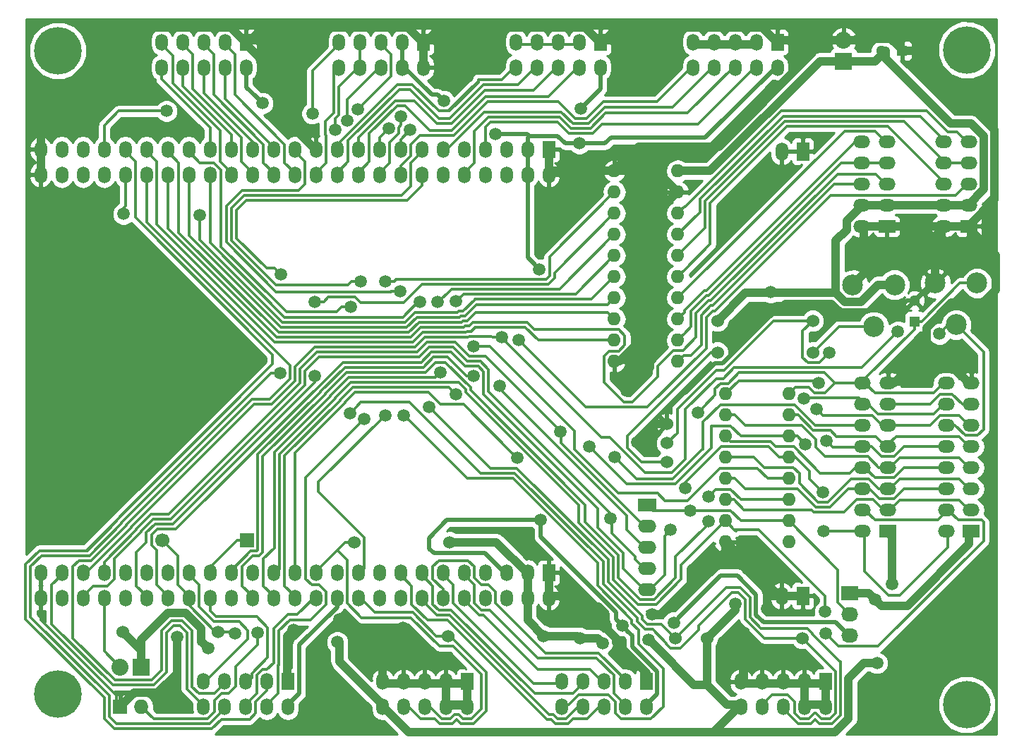
<source format=gbr>
G04 #@! TF.FileFunction,Copper,L2,Bot,Signal*
%FSLAX46Y46*%
G04 Gerber Fmt 4.6, Leading zero omitted, Abs format (unit mm)*
G04 Created by KiCad (PCBNEW 4.0.2-stable) date 15/08/2016 17:49:35*
%MOMM*%
G01*
G04 APERTURE LIST*
%ADD10C,0.100000*%
%ADD11C,5.700000*%
%ADD12O,1.600000X1.600000*%
%ADD13R,1.500000X2.200000*%
%ADD14O,1.500000X2.200000*%
%ADD15O,1.500000X2.000000*%
%ADD16R,1.500000X2.000000*%
%ADD17C,1.699260*%
%ADD18R,1.699260X1.699260*%
%ADD19R,2.032000X2.032000*%
%ADD20O,2.032000X2.032000*%
%ADD21R,2.032000X1.727200*%
%ADD22O,2.032000X1.727200*%
%ADD23R,2.199640X1.524000*%
%ADD24O,2.199640X1.524000*%
%ADD25C,1.524000*%
%ADD26C,2.499360*%
%ADD27R,1.727200X1.727200*%
%ADD28O,1.727200X1.727200*%
%ADD29O,2.000000X1.500000*%
%ADD30R,2.000000X1.500000*%
%ADD31R,1.300000X1.300000*%
%ADD32C,1.300000*%
%ADD33C,1.500000*%
%ADD34C,0.300000*%
%ADD35C,1.000000*%
%ADD36C,0.500000*%
%ADD37C,0.400000*%
%ADD38C,0.254000*%
G04 APERTURE END LIST*
D10*
D11*
X158050000Y-18650000D03*
D12*
X129050000Y-59950000D03*
X129050000Y-62490000D03*
X129050000Y-65030000D03*
X129050000Y-67570000D03*
X129050000Y-70110000D03*
X129050000Y-72650000D03*
X129050000Y-75190000D03*
X129050000Y-77730000D03*
X136670000Y-77730000D03*
X136670000Y-75190000D03*
X136670000Y-72650000D03*
X136670000Y-70110000D03*
X136670000Y-67570000D03*
X136670000Y-65030000D03*
X136670000Y-62490000D03*
X136670000Y-59950000D03*
X115730000Y-33190000D03*
X115730000Y-35730000D03*
X115730000Y-38270000D03*
X115730000Y-40810000D03*
X115730000Y-43350000D03*
X115730000Y-45890000D03*
X115730000Y-48430000D03*
X115730000Y-50970000D03*
X115730000Y-53510000D03*
X115730000Y-56050000D03*
X123350000Y-56050000D03*
X123350000Y-53510000D03*
X123350000Y-50970000D03*
X123350000Y-48430000D03*
X123350000Y-45890000D03*
X123350000Y-43350000D03*
X123350000Y-40810000D03*
X123350000Y-38270000D03*
X123350000Y-35730000D03*
X123350000Y-33190000D03*
D13*
X138350000Y-84200000D03*
D14*
X135810000Y-84200000D03*
D15*
X46910000Y-81410000D03*
X49450000Y-81410000D03*
X51990000Y-81410000D03*
X54530000Y-81410000D03*
X57070000Y-81410000D03*
X59610000Y-81410000D03*
X62150000Y-81410000D03*
X64690000Y-81410000D03*
X67230000Y-81410000D03*
X69770000Y-81410000D03*
X72310000Y-81410000D03*
X74850000Y-81410000D03*
X77390000Y-81410000D03*
X79930000Y-81410000D03*
X82470000Y-81410000D03*
X85010000Y-81410000D03*
X87550000Y-81410000D03*
X90090000Y-81410000D03*
X92630000Y-81410000D03*
X95170000Y-81410000D03*
X97710000Y-81410000D03*
X100250000Y-81410000D03*
X102790000Y-81410000D03*
X105330000Y-81410000D03*
D16*
X107870000Y-81410000D03*
D15*
X107870000Y-84450000D03*
X105330000Y-84450000D03*
X102790000Y-84450000D03*
X100250000Y-84450000D03*
X97710000Y-84450000D03*
X95170000Y-84450000D03*
X92630000Y-84450000D03*
X90090000Y-84450000D03*
X87550000Y-84450000D03*
X85010000Y-84450000D03*
X82470000Y-84450000D03*
X79930000Y-84450000D03*
X77390000Y-84450000D03*
X74850000Y-84450000D03*
X72310000Y-84450000D03*
X69770000Y-84450000D03*
X67230000Y-84450000D03*
X64690000Y-84450000D03*
X62150000Y-84450000D03*
X59610000Y-84450000D03*
X57070000Y-84450000D03*
X54530000Y-84450000D03*
X51990000Y-84450000D03*
X49450000Y-84450000D03*
X46910000Y-84450000D03*
X46910000Y-33650000D03*
X49450000Y-33650000D03*
X51990000Y-33650000D03*
X54530000Y-33650000D03*
X57070000Y-33650000D03*
X59610000Y-33650000D03*
X62150000Y-33650000D03*
X64690000Y-33650000D03*
X67230000Y-33650000D03*
X69770000Y-33650000D03*
X72310000Y-33650000D03*
X74850000Y-33650000D03*
X77390000Y-33650000D03*
X79930000Y-33650000D03*
X82470000Y-33650000D03*
X85010000Y-33650000D03*
X87550000Y-33650000D03*
X90090000Y-33650000D03*
X92630000Y-33650000D03*
X95170000Y-33650000D03*
X97710000Y-33650000D03*
X100250000Y-33650000D03*
X102790000Y-33650000D03*
X105330000Y-33650000D03*
X107870000Y-33650000D03*
D16*
X107870000Y-30610000D03*
D15*
X105330000Y-30610000D03*
X102790000Y-30610000D03*
X100250000Y-30610000D03*
X97710000Y-30610000D03*
X95170000Y-30610000D03*
X92630000Y-30610000D03*
X90090000Y-30610000D03*
X87550000Y-30610000D03*
X85010000Y-30610000D03*
X82470000Y-30610000D03*
X79930000Y-30610000D03*
X77390000Y-30610000D03*
X74850000Y-30610000D03*
X72310000Y-30610000D03*
X69770000Y-30610000D03*
X67230000Y-30610000D03*
X64690000Y-30610000D03*
X62150000Y-30610000D03*
X59610000Y-30610000D03*
X57070000Y-30610000D03*
X54530000Y-30610000D03*
X51990000Y-30610000D03*
X49450000Y-30610000D03*
X46910000Y-30610000D03*
D14*
X135810000Y-30860000D03*
D13*
X138350000Y-30860000D03*
D17*
X61500000Y-77500000D03*
D18*
X71660000Y-77500000D03*
D19*
X143250000Y-20000000D03*
D20*
X143250000Y-17460000D03*
D21*
X144000000Y-83870000D03*
D22*
X144000000Y-86410000D03*
X144000000Y-88950000D03*
D19*
X59000000Y-92750000D03*
D20*
X56460000Y-92750000D03*
D23*
X119650000Y-73250000D03*
D24*
X119650000Y-75790000D03*
X119650000Y-78330000D03*
X119650000Y-80870000D03*
X119650000Y-83410000D03*
D25*
X68215000Y-88500000D03*
X56785000Y-88500000D03*
X138275000Y-89280000D03*
X126845000Y-89280000D03*
X95785000Y-89000000D03*
X107215000Y-89000000D03*
X139545000Y-54990000D03*
X128115000Y-54990000D03*
X95965000Y-77750000D03*
X84535000Y-77750000D03*
X111605000Y-89280000D03*
X123035000Y-89280000D03*
X128115000Y-51180000D03*
X139545000Y-51180000D03*
D26*
X156750000Y-51650000D03*
X154250640Y-46651280D03*
X159249360Y-46651280D03*
X146850640Y-51848720D03*
X144351280Y-46850000D03*
X149350000Y-46850000D03*
D27*
X56460000Y-97500000D03*
D28*
X59000000Y-97500000D03*
D25*
X122050000Y-65864000D03*
X122050000Y-63578000D03*
X122050000Y-68150000D03*
D29*
X158270000Y-29670000D03*
X155230000Y-29670000D03*
X155230000Y-32210000D03*
X158270000Y-32210000D03*
D30*
X158270000Y-39830000D03*
D29*
X155230000Y-39830000D03*
X158270000Y-37290000D03*
X155230000Y-37290000D03*
X158270000Y-34750000D03*
X155230000Y-34750000D03*
D15*
X82670000Y-17730000D03*
X82670000Y-20770000D03*
X85210000Y-20770000D03*
X85210000Y-17730000D03*
D16*
X92830000Y-17730000D03*
D15*
X92830000Y-20770000D03*
X90290000Y-17730000D03*
X90290000Y-20770000D03*
X87750000Y-17730000D03*
X87750000Y-20770000D03*
X66420000Y-94480000D03*
X66420000Y-97520000D03*
X68960000Y-97520000D03*
X68960000Y-94480000D03*
D16*
X76580000Y-94480000D03*
D15*
X76580000Y-97520000D03*
X74040000Y-94480000D03*
X74040000Y-97520000D03*
X71500000Y-94480000D03*
X71500000Y-97520000D03*
X109420000Y-94480000D03*
X109420000Y-97520000D03*
X111960000Y-97520000D03*
X111960000Y-94480000D03*
D16*
X119580000Y-94480000D03*
D15*
X119580000Y-97520000D03*
X117040000Y-94480000D03*
X117040000Y-97520000D03*
X114500000Y-94480000D03*
X114500000Y-97520000D03*
X61420000Y-17730000D03*
X61420000Y-20770000D03*
X63960000Y-20770000D03*
X63960000Y-17730000D03*
D16*
X71580000Y-17730000D03*
D15*
X71580000Y-20770000D03*
X69040000Y-17730000D03*
X69040000Y-20770000D03*
X66500000Y-17730000D03*
X66500000Y-20770000D03*
D29*
X148440000Y-29690000D03*
X145400000Y-29690000D03*
X145400000Y-32230000D03*
X148440000Y-32230000D03*
D30*
X148440000Y-39850000D03*
D29*
X145400000Y-39850000D03*
X148440000Y-37310000D03*
X145400000Y-37310000D03*
X148440000Y-34770000D03*
X145400000Y-34770000D03*
D15*
X103920000Y-17730000D03*
X103920000Y-20770000D03*
X106460000Y-20770000D03*
X106460000Y-17730000D03*
D16*
X114080000Y-17730000D03*
D15*
X114080000Y-20770000D03*
X111540000Y-17730000D03*
X111540000Y-20770000D03*
X109000000Y-17730000D03*
X109000000Y-20770000D03*
X125170000Y-17730000D03*
X125170000Y-20770000D03*
X127710000Y-20770000D03*
X127710000Y-17730000D03*
D16*
X135330000Y-17730000D03*
D15*
X135330000Y-20770000D03*
X132790000Y-17730000D03*
X132790000Y-20770000D03*
X130250000Y-17730000D03*
X130250000Y-20770000D03*
X87920000Y-94480000D03*
X87920000Y-97520000D03*
X90460000Y-97520000D03*
X90460000Y-94480000D03*
D16*
X98080000Y-94480000D03*
D15*
X98080000Y-97520000D03*
X95540000Y-94480000D03*
X95540000Y-97520000D03*
X93000000Y-94480000D03*
X93000000Y-97520000D03*
X130920000Y-94480000D03*
X130920000Y-97520000D03*
X133460000Y-97520000D03*
X133460000Y-94480000D03*
D16*
X141080000Y-94480000D03*
D15*
X141080000Y-97520000D03*
X138540000Y-94480000D03*
X138540000Y-97520000D03*
X136000000Y-94480000D03*
X136000000Y-97520000D03*
D29*
X145530000Y-58660000D03*
X148570000Y-58660000D03*
X148570000Y-61200000D03*
X145530000Y-61200000D03*
X145530000Y-63740000D03*
X148570000Y-63740000D03*
X148570000Y-66280000D03*
X145530000Y-66280000D03*
X145530000Y-68820000D03*
X148570000Y-68820000D03*
D30*
X148570000Y-76440000D03*
D29*
X145530000Y-76440000D03*
X148570000Y-73900000D03*
X145530000Y-73900000D03*
X148570000Y-71360000D03*
X145530000Y-71360000D03*
X155530000Y-58660000D03*
X158570000Y-58660000D03*
X158570000Y-61200000D03*
X155530000Y-61200000D03*
X155530000Y-63740000D03*
X158570000Y-63740000D03*
X158570000Y-66280000D03*
X155530000Y-66280000D03*
X155530000Y-68820000D03*
X158570000Y-68820000D03*
D30*
X158570000Y-76440000D03*
D29*
X155530000Y-76440000D03*
X158570000Y-73900000D03*
X155530000Y-73900000D03*
X158570000Y-71360000D03*
X155530000Y-71360000D03*
D11*
X49000000Y-96000000D03*
X158000000Y-97250000D03*
X49000000Y-18750000D03*
D31*
X151750000Y-51250000D03*
D32*
X151750000Y-48750000D03*
D31*
X150250000Y-18750000D03*
D32*
X147750000Y-18750000D03*
D33*
X125750000Y-62156002D03*
X124847505Y-73939999D03*
X63249991Y-89103556D03*
X82799255Y-87039251D03*
X90416667Y-88000010D03*
X134050020Y-85700962D03*
X120252086Y-86422041D03*
X114397638Y-86450201D03*
X131296857Y-88582450D03*
X77270531Y-88270549D03*
X117176783Y-59573217D03*
X118474541Y-65778270D03*
X109249999Y-87250001D03*
X149019880Y-82792795D03*
X147024388Y-84637467D03*
X67000000Y-90500000D03*
X114300490Y-89850828D03*
X130232210Y-85121356D03*
X119823217Y-89426783D03*
X82500000Y-89750000D03*
X134500000Y-47750000D03*
X147250000Y-92250000D03*
X72950020Y-88598542D03*
X70251437Y-88714787D03*
X68215000Y-88500000D03*
X88290000Y-46410000D03*
X88250000Y-62500000D03*
X79798779Y-48880020D03*
X79833879Y-57768549D03*
X94852627Y-57350123D03*
X94530000Y-48870000D03*
X96770306Y-48856189D03*
X96700020Y-59999947D03*
X66029980Y-38477115D03*
X56850000Y-38350000D03*
X141200020Y-65578861D03*
X140237060Y-58602052D03*
X141064543Y-88685457D03*
X141000000Y-86067968D03*
X127044998Y-75250000D03*
X127000000Y-72250000D03*
X98876097Y-54221407D03*
X98843154Y-57821450D03*
X140000000Y-61750000D03*
X140750000Y-71750000D03*
X122500000Y-76250000D03*
X124250000Y-71250000D03*
X138668211Y-66021116D03*
X138500000Y-60500000D03*
X109250000Y-64500000D03*
X112750000Y-66250000D03*
X93500000Y-61500000D03*
X92450020Y-48935494D03*
X84000000Y-62250000D03*
X84082197Y-49529282D03*
X122851042Y-87398958D03*
X116677712Y-87741988D03*
X106901458Y-75098542D03*
X73500000Y-25049980D03*
X95250000Y-24799904D03*
X101450002Y-28736808D03*
X111550020Y-29880782D03*
X111707030Y-25680709D03*
X106749990Y-45000000D03*
X90040000Y-47660000D03*
X90500000Y-62500000D03*
X85260000Y-46430000D03*
X85750000Y-63000000D03*
X75700000Y-45610000D03*
X75633825Y-57418197D03*
X140810000Y-76440000D03*
X141500000Y-55000000D03*
X149750000Y-52500000D03*
X154750000Y-52750000D03*
X102193970Y-53151358D03*
X102000000Y-59000000D03*
X115750000Y-67500000D03*
X115288974Y-74882505D03*
X85000000Y-25750000D03*
X90114489Y-26628224D03*
X83669336Y-27120027D03*
X88649497Y-28093215D03*
X82227119Y-28272061D03*
X91250000Y-28250000D03*
X79500000Y-26300020D03*
X62000000Y-26000000D03*
X104102187Y-67647813D03*
X104102187Y-67647813D03*
X104250000Y-53500000D03*
D34*
X142186004Y-58660000D02*
X140992607Y-59853397D01*
X140992607Y-59853397D02*
X139743450Y-59853397D01*
X139743450Y-59853397D02*
X139040054Y-59150001D01*
X139040054Y-59150001D02*
X137469999Y-59150001D01*
X137469999Y-59150001D02*
X136670000Y-59950000D01*
X136670000Y-59950000D02*
X136670000Y-59830000D01*
X127799999Y-60106003D02*
X126499999Y-61406003D01*
X128449999Y-58699999D02*
X127799999Y-59349999D01*
X127799999Y-59349999D02*
X127799999Y-60106003D01*
X140928027Y-57402023D02*
X130696519Y-57402023D01*
X130696519Y-57402023D02*
X129398543Y-58699999D01*
X142186004Y-58660000D02*
X140928027Y-57402023D01*
X145780000Y-58660000D02*
X142186004Y-58660000D01*
X129398543Y-58699999D02*
X128449999Y-58699999D01*
X126499999Y-61406003D02*
X125750000Y-62156002D01*
X157211198Y-46651280D02*
X152612478Y-51250000D01*
X159249360Y-46651280D02*
X157211198Y-46651280D01*
X152612478Y-51250000D02*
X151750000Y-51250000D01*
X151750000Y-51250000D02*
X151750000Y-52200000D01*
X151750000Y-52200000D02*
X145780000Y-58170000D01*
X145780000Y-58170000D02*
X145780000Y-58660000D01*
X124847505Y-73939999D02*
X120339999Y-73939999D01*
X120339999Y-73939999D02*
X119650000Y-73250000D01*
X136670000Y-75190000D02*
X130900002Y-75190000D01*
X130900002Y-75190000D02*
X129650001Y-73939999D01*
X129650001Y-73939999D02*
X124847505Y-73939999D01*
X155780000Y-58660000D02*
X155785612Y-58660000D01*
X145137955Y-59302045D02*
X145780000Y-58660000D01*
X136670000Y-75190000D02*
X142533999Y-81053999D01*
X142533999Y-81053999D02*
X142533999Y-84943999D01*
X142533999Y-84943999D02*
X144000000Y-86410000D01*
X155274388Y-58660000D02*
X155780000Y-58660000D01*
X154074378Y-59860010D02*
X155274388Y-58660000D01*
X146980010Y-59860010D02*
X154074378Y-59860010D01*
X145780000Y-58660000D02*
X146980010Y-59860010D01*
D35*
X63249991Y-90164216D02*
X63249991Y-89103556D01*
X63249991Y-93534072D02*
X63249991Y-90164216D01*
X58123601Y-95836399D02*
X60947664Y-95836399D01*
X56460000Y-97500000D02*
X58123601Y-95836399D01*
X60947664Y-95836399D02*
X63249991Y-93534072D01*
X83549254Y-87789250D02*
X82799255Y-87039251D01*
X87920000Y-92170000D02*
X87920000Y-92159996D01*
X87920000Y-92159996D02*
X83549254Y-87789250D01*
X87920000Y-90496677D02*
X89666668Y-88750009D01*
X87920000Y-92170000D02*
X87920000Y-90496677D01*
X89666668Y-88750009D02*
X90416667Y-88000010D01*
X156205996Y-49000000D02*
X153199998Y-52005998D01*
X153199998Y-54800002D02*
X152000000Y-56000000D01*
X159934169Y-49000000D02*
X156205996Y-49000000D01*
X161500000Y-47434169D02*
X159934169Y-49000000D01*
X158020000Y-39830000D02*
X161500000Y-43310000D01*
X161500000Y-43310000D02*
X161500000Y-47434169D01*
X153199998Y-52005998D02*
X153199998Y-54800002D01*
X134050020Y-84209980D02*
X134050020Y-84640302D01*
X115933711Y-89788185D02*
X115933711Y-89291989D01*
X135810000Y-84200000D02*
X134060000Y-84200000D01*
X134050020Y-84640302D02*
X134050020Y-85700962D01*
X119580000Y-93434474D02*
X115933711Y-89788185D01*
X114597839Y-87956117D02*
X114597839Y-86332791D01*
X119580000Y-94730000D02*
X119580000Y-93434474D01*
X115933711Y-89291989D02*
X114597839Y-87956117D01*
X121312746Y-86422041D02*
X120252086Y-86422041D01*
X121489329Y-86422041D02*
X121312746Y-86422041D01*
X129050000Y-78861370D02*
X121489329Y-86422041D01*
X134060000Y-84200000D02*
X134050020Y-84209980D01*
X129050000Y-77730000D02*
X129050000Y-78861370D01*
X131296857Y-94353143D02*
X131296857Y-89643110D01*
X130920000Y-94730000D02*
X131296857Y-94353143D01*
X131296857Y-89643110D02*
X131296857Y-88582450D01*
X76520532Y-89020548D02*
X77270531Y-88270549D01*
X76580000Y-94730000D02*
X76520532Y-94670532D01*
X76520532Y-94670532D02*
X76520532Y-89020548D01*
X117926782Y-58823218D02*
X117176783Y-59573217D01*
X120000000Y-56750000D02*
X117926782Y-58823218D01*
X120000000Y-52433520D02*
X120000000Y-56750000D01*
X122050000Y-63578000D02*
X120674811Y-63578000D01*
X120674811Y-63578000D02*
X119224540Y-65028271D01*
X119224540Y-65028271D02*
X118474541Y-65778270D01*
X128292045Y-30250000D02*
X118670000Y-30250000D01*
X118670000Y-30250000D02*
X115730000Y-33190000D01*
X143250000Y-17460000D02*
X139500000Y-17460000D01*
X139500000Y-17460000D02*
X135850000Y-17460000D01*
X139500000Y-19042045D02*
X128292045Y-30250000D01*
X139500000Y-17460000D02*
X139500000Y-19042045D01*
X138540000Y-94730000D02*
X141080000Y-94730000D01*
X136000000Y-94730000D02*
X138540000Y-94730000D01*
X133460000Y-94730000D02*
X136000000Y-94730000D01*
X130920000Y-94730000D02*
X133460000Y-94730000D01*
X112250000Y-85500000D02*
X113801005Y-85500000D01*
X113801005Y-85500000D02*
X114574422Y-86273417D01*
D36*
X142932504Y-49949691D02*
X148250000Y-49949689D01*
X151750000Y-48750000D02*
X150830762Y-48750000D01*
X150830762Y-48750000D02*
X149631073Y-49949689D01*
X149631073Y-49949689D02*
X148250000Y-49949689D01*
X154250640Y-46651280D02*
X153848720Y-46651280D01*
X153848720Y-46651280D02*
X151750000Y-48750000D01*
X124004045Y-59849988D02*
X124254045Y-59849988D01*
X127802032Y-56302001D02*
X128744761Y-56302001D01*
X122050000Y-63578000D02*
X122050000Y-61804033D01*
X136162904Y-48883858D02*
X141866671Y-48883858D01*
X128744761Y-56302001D02*
X136162904Y-48883858D01*
X124254045Y-59849988D02*
X127802032Y-56302001D01*
X122050000Y-61804033D02*
X124004045Y-59849988D01*
X141866671Y-48883858D02*
X142932504Y-49949691D01*
D35*
X152000000Y-56000000D02*
X155660000Y-56000000D01*
X155660000Y-56000000D02*
X158320000Y-58660000D01*
X149340000Y-58660000D02*
X152000000Y-56000000D01*
X148320000Y-58660000D02*
X149340000Y-58660000D01*
X109249999Y-87250001D02*
X110499999Y-87250001D01*
X110499999Y-87250001D02*
X112250000Y-85500000D01*
X87920000Y-92170000D02*
X87920000Y-94730000D01*
X107870000Y-84200000D02*
X110950000Y-84200000D01*
X110950000Y-84200000D02*
X112250000Y-85500000D01*
X46910000Y-30860000D02*
X46910000Y-26242002D01*
X46910000Y-26242002D02*
X57222012Y-15929990D01*
X57222012Y-15929990D02*
X69682035Y-15929990D01*
X69682035Y-15929990D02*
X71580000Y-17827955D01*
X71580000Y-17827955D02*
X71580000Y-17980000D01*
X71580000Y-17980000D02*
X73630010Y-15929990D01*
X73630010Y-15929990D02*
X90932035Y-15929990D01*
X90932035Y-15929990D02*
X92830000Y-17827955D01*
X92830000Y-17827955D02*
X92830000Y-17980000D01*
X79930000Y-30860000D02*
X79930000Y-30707955D01*
X79930000Y-30707955D02*
X75846258Y-26624213D01*
X75846258Y-26624213D02*
X75846258Y-22246258D01*
X75846258Y-22246258D02*
X71580000Y-17980000D01*
X46910000Y-33400000D02*
X46910000Y-30860000D01*
X120000000Y-39080000D02*
X120000000Y-52433520D01*
X120000000Y-52433520D02*
X116383520Y-56050000D01*
X116383520Y-56050000D02*
X115730000Y-56050000D01*
X123350000Y-35730000D02*
X120000000Y-39080000D01*
X95540000Y-94730000D02*
X95540000Y-97270000D01*
X98080000Y-97270000D02*
X95540000Y-97270000D01*
X98080000Y-94730000D02*
X98080000Y-97270000D01*
X87920000Y-94730000D02*
X98080000Y-94730000D01*
X115730000Y-33190000D02*
X108080000Y-33190000D01*
X108080000Y-33190000D02*
X107870000Y-33400000D01*
X121020000Y-33400000D02*
X120810000Y-33190000D01*
X120810000Y-33190000D02*
X115730000Y-33190000D01*
X121020000Y-33400000D02*
X123350000Y-35730000D01*
X107870000Y-30860000D02*
X107870000Y-30707955D01*
X102790000Y-30707955D02*
X102790000Y-30860000D01*
X107870000Y-30860000D02*
X107870000Y-33400000D01*
X92830000Y-17980000D02*
X94880010Y-15929990D01*
X94880010Y-15929990D02*
X112182035Y-15929990D01*
X112182035Y-15929990D02*
X114080000Y-17827955D01*
X114080000Y-17827955D02*
X114080000Y-17980000D01*
X114080000Y-17980000D02*
X116130010Y-15929990D01*
X116130010Y-15929990D02*
X133432035Y-15929990D01*
X133432035Y-15929990D02*
X135330000Y-17827955D01*
X135330000Y-17827955D02*
X135330000Y-17980000D01*
X92830000Y-20520000D02*
X92830000Y-17980000D01*
X150250000Y-18750000D02*
X151900000Y-18750000D01*
X151900000Y-18750000D02*
X161370021Y-28220021D01*
X161370021Y-28220021D02*
X161370021Y-36632024D01*
X161370021Y-36632024D02*
X158172045Y-39830000D01*
X158172045Y-39830000D02*
X158020000Y-39830000D01*
X135850000Y-17460000D02*
X135330000Y-17980000D01*
X143250000Y-17460000D02*
X144686840Y-17460000D01*
X144686840Y-17460000D02*
X144846841Y-17299999D01*
X144846841Y-17299999D02*
X148946001Y-17299999D01*
X148946001Y-17299999D02*
X150250000Y-18603998D01*
X150250000Y-18603998D02*
X150250000Y-18750000D01*
X154250640Y-46651280D02*
X154250640Y-41059360D01*
X154250640Y-41059360D02*
X155480000Y-39830000D01*
X145650000Y-39850000D02*
X145650000Y-45551280D01*
X145650000Y-45551280D02*
X144351280Y-46850000D01*
X145650000Y-39850000D02*
X158000000Y-39850000D01*
X158000000Y-39850000D02*
X158020000Y-39830000D01*
X107870000Y-84200000D02*
X107870000Y-81660000D01*
X138350000Y-84200000D02*
X135520000Y-84200000D01*
X135520000Y-84200000D02*
X129050000Y-77730000D01*
X138540000Y-97270000D02*
X138540000Y-94730000D01*
X141080000Y-97270000D02*
X138540000Y-97270000D01*
X141080000Y-94730000D02*
X141080000Y-97270000D01*
D34*
X46962000Y-87118768D02*
X46962000Y-84200000D01*
X56000000Y-96156768D02*
X46962000Y-87118768D01*
X56000000Y-97750000D02*
X56000000Y-96156768D01*
X92809000Y-20573000D02*
X92830000Y-20520000D01*
X135810000Y-84200000D02*
X136243000Y-84200000D01*
X102790000Y-30860000D02*
X102842000Y-30860000D01*
X46962000Y-84200000D02*
X46910000Y-84200000D01*
X129050000Y-77730000D02*
X129004000Y-77723000D01*
X129004000Y-77723000D02*
X135481000Y-84200000D01*
X135481000Y-84200000D02*
X135810000Y-84200000D01*
X115730000Y-33190000D02*
X115669000Y-33146000D01*
X115669000Y-33146000D02*
X115415000Y-33400000D01*
X107870000Y-30860000D02*
X107922000Y-30860000D01*
X107922000Y-30860000D02*
X107922000Y-30479000D01*
X102842000Y-30860000D02*
X102790000Y-30860000D01*
X46910000Y-84200000D02*
X46962000Y-84200000D01*
X46962000Y-84200000D02*
X46962000Y-81660000D01*
X46962000Y-81660000D02*
X46910000Y-81660000D01*
X135810000Y-30860000D02*
X138350000Y-30860000D01*
X135810000Y-84200000D02*
X138350000Y-84200000D01*
X107870000Y-33400000D02*
X107922000Y-33400000D01*
X107922000Y-33400000D02*
X107922000Y-30860000D01*
X107922000Y-30860000D02*
X107870000Y-30860000D01*
X158020000Y-39830000D02*
X145730000Y-39830000D01*
X131461152Y-47833848D02*
X131545000Y-47750000D01*
X131545000Y-47750000D02*
X134500000Y-47750000D01*
D35*
X155480000Y-37290000D02*
X158020000Y-37290000D01*
X149019880Y-81732135D02*
X149019880Y-82792795D01*
X158320000Y-77963713D02*
X150896247Y-85387466D01*
X148320000Y-76440000D02*
X149019880Y-77139880D01*
X149019880Y-77139880D02*
X149019880Y-81732135D01*
X150896247Y-85387466D02*
X147774387Y-85387466D01*
X147774387Y-85387466D02*
X147024388Y-84637467D01*
X146274389Y-83887468D02*
X147024388Y-84637467D01*
X146256921Y-83870000D02*
X146274389Y-83887468D01*
X158320000Y-76440000D02*
X158320000Y-77963713D01*
X144000000Y-83870000D02*
X146256921Y-83870000D01*
X59000000Y-92750000D02*
X59000000Y-89464421D01*
X66250001Y-89750001D02*
X67000000Y-90500000D01*
X66176807Y-89676807D02*
X66250001Y-89750001D01*
X64285590Y-86250010D02*
X66176807Y-88141226D01*
X62214411Y-86250010D02*
X64285590Y-86250010D01*
X59000000Y-89464421D02*
X62214411Y-86250010D01*
X66176807Y-88141226D02*
X66176807Y-89676807D01*
X111605000Y-89280000D02*
X113729662Y-89280000D01*
X113729662Y-89280000D02*
X114300490Y-89850828D01*
X130232210Y-85892790D02*
X130232210Y-85121356D01*
X126845000Y-94845000D02*
X125241434Y-94845000D01*
X125241434Y-94845000D02*
X120573216Y-90176782D01*
X120573216Y-90176782D02*
X119823217Y-89426783D01*
X126845000Y-89280000D02*
X130232210Y-85892790D01*
X123350000Y-33190000D02*
X127190538Y-33190000D01*
X127190538Y-33190000D02*
X140380538Y-20000000D01*
X141234000Y-20000000D02*
X143250000Y-20000000D01*
X140380538Y-20000000D02*
X141234000Y-20000000D01*
X145335128Y-48899681D02*
X143367432Y-48899681D01*
X147384809Y-46850000D02*
X145335128Y-48899681D01*
X143367432Y-48899681D02*
X142301599Y-47833848D01*
X149350000Y-46850000D02*
X147384809Y-46850000D01*
X82750000Y-92100000D02*
X82750000Y-90000000D01*
X82750000Y-90000000D02*
X82500000Y-89750000D01*
X87920000Y-97270000D02*
X82750000Y-92100000D01*
X145670899Y-92250000D02*
X147250000Y-92250000D01*
X143830030Y-98909098D02*
X143830031Y-94090868D01*
X142219101Y-100520029D02*
X143830030Y-98909098D01*
X137400904Y-100520031D02*
X142219101Y-100520029D01*
X137400885Y-100520015D02*
X137400904Y-100520031D01*
X127669985Y-100520015D02*
X137400885Y-100520015D01*
X143830031Y-94090868D02*
X145670899Y-92250000D01*
X142301599Y-47833848D02*
X131461152Y-47833848D01*
X131461152Y-47833848D02*
X128115000Y-51180000D01*
X56785000Y-88500000D02*
X59000000Y-90715000D01*
X59000000Y-90715000D02*
X59000000Y-92750000D01*
X156100741Y-27519979D02*
X158562024Y-27519979D01*
X148250000Y-18750000D02*
X148250000Y-19669238D01*
X148250000Y-19669238D02*
X156100741Y-27519979D01*
X158562024Y-27519979D02*
X160070010Y-29027965D01*
X160070010Y-29027965D02*
X160070010Y-35392035D01*
X160070010Y-35392035D02*
X158172045Y-37290000D01*
X158172045Y-37290000D02*
X158020000Y-37290000D01*
X142301599Y-41541919D02*
X143599990Y-40243528D01*
X143599990Y-39207965D02*
X145497955Y-37310000D01*
X142301599Y-47833848D02*
X142301599Y-41541919D01*
X143599990Y-40243528D02*
X143599990Y-39207965D01*
X145497955Y-37310000D02*
X145650000Y-37310000D01*
X148250000Y-18750000D02*
X147000000Y-20000000D01*
X147000000Y-20000000D02*
X143250000Y-20000000D01*
X145650000Y-37310000D02*
X158000000Y-37310000D01*
X158000000Y-37310000D02*
X158020000Y-37290000D01*
X87920000Y-97270000D02*
X87920000Y-97422045D01*
X87920000Y-97422045D02*
X91017987Y-100520031D01*
X91017987Y-100520031D02*
X127669985Y-100520015D01*
X127669985Y-100520015D02*
X130920000Y-97270000D01*
X129270000Y-97270000D02*
X126845000Y-94845000D01*
X126845000Y-94845000D02*
X126845000Y-89280000D01*
X130920000Y-97270000D02*
X129270000Y-97270000D01*
X107215000Y-89000000D02*
X111325000Y-89000000D01*
X111325000Y-89000000D02*
X111605000Y-89280000D01*
X105330000Y-84200000D02*
X105330000Y-87115000D01*
X105330000Y-87115000D02*
X107215000Y-89000000D01*
X95965000Y-77750000D02*
X101572045Y-77750000D01*
X101572045Y-77750000D02*
X105330000Y-81507955D01*
X105330000Y-81507955D02*
X105330000Y-84200000D01*
D34*
X105330000Y-81660000D02*
X105382000Y-81660000D01*
X105382000Y-81660000D02*
X105382000Y-81152000D01*
X105382000Y-81152000D02*
X101953000Y-77723000D01*
X101953000Y-77723000D02*
X95984000Y-77723000D01*
X95984000Y-77723000D02*
X95965000Y-77750000D01*
X107215000Y-89000000D02*
X107160000Y-89026000D01*
X105382000Y-84200000D02*
X105330000Y-84200000D01*
X105330000Y-84200000D02*
X105382000Y-84200000D01*
X105382000Y-84200000D02*
X105382000Y-81660000D01*
X105382000Y-81660000D02*
X105330000Y-81660000D01*
X145730000Y-37290000D02*
X158020000Y-37290000D01*
X68215000Y-88500000D02*
X70036650Y-88500000D01*
X70036650Y-88500000D02*
X70251437Y-88714787D01*
X67759990Y-96772940D02*
X68602920Y-95930010D01*
X72950020Y-90049980D02*
X72950020Y-89659202D01*
X68602920Y-95930010D02*
X69457060Y-95930010D01*
X69457060Y-95930010D02*
X70299990Y-95087080D01*
X72950020Y-89659202D02*
X72950020Y-88598542D01*
X67759990Y-98127080D02*
X67759990Y-96772940D01*
X66917060Y-98970010D02*
X67759990Y-98127080D01*
X70299990Y-92700010D02*
X72950020Y-90049980D01*
X70299990Y-95087080D02*
X70299990Y-92700010D01*
X60470010Y-98970010D02*
X66917060Y-98970010D01*
X59000000Y-97500000D02*
X60470010Y-98970010D01*
X64690000Y-84200000D02*
X64690000Y-85310903D01*
X64690000Y-85310903D02*
X67879097Y-88500000D01*
X67879097Y-88500000D02*
X68215000Y-88500000D01*
X64690000Y-84200000D02*
X63350010Y-82860010D01*
X63350010Y-82860010D02*
X63350010Y-79350010D01*
X63350010Y-79350010D02*
X62349629Y-78349629D01*
X62349629Y-78349629D02*
X61500000Y-77500000D01*
X67230000Y-81660000D02*
X67230000Y-80780370D01*
X67230000Y-80780370D02*
X70510370Y-77500000D01*
X70510370Y-77500000D02*
X71660000Y-77500000D01*
X88290000Y-46410000D02*
X89350660Y-46410000D01*
X89350660Y-46410000D02*
X89560650Y-46200010D01*
X89560650Y-46200010D02*
X107539954Y-46200010D01*
X107539954Y-46200010D02*
X107950010Y-45789954D01*
X107950010Y-43509990D02*
X115730000Y-35730000D01*
X107950010Y-45789954D02*
X107950010Y-43509990D01*
X85747001Y-77168239D02*
X80250000Y-71671238D01*
X88250000Y-62500000D02*
X80250000Y-70500000D01*
X80250000Y-70500000D02*
X80250000Y-71671238D01*
X85747001Y-80922999D02*
X85747001Y-77168239D01*
X85010000Y-81660000D02*
X85747001Y-80922999D01*
X81410178Y-48329281D02*
X80859439Y-48880020D01*
X84658198Y-48329281D02*
X81410178Y-48329281D01*
X90495552Y-48983524D02*
X85312441Y-48983524D01*
X92679055Y-46800021D02*
X90495552Y-48983524D01*
X107788486Y-46800021D02*
X92679055Y-46800021D01*
X108550021Y-46038486D02*
X107788486Y-46800021D01*
X108550021Y-45449979D02*
X108550021Y-46038486D01*
X85312441Y-48983524D02*
X84658198Y-48329281D01*
X80859439Y-48880020D02*
X79798779Y-48880020D01*
X115730000Y-38270000D02*
X108550021Y-45449979D01*
X58409990Y-82999990D02*
X58409990Y-78931268D01*
X79833879Y-58524344D02*
X79833879Y-57768549D01*
X62757865Y-75600358D02*
X79833879Y-58524344D01*
X60631187Y-75600358D02*
X62757865Y-75600358D01*
X59600358Y-76631187D02*
X60631187Y-75600358D01*
X59600358Y-77740900D02*
X59600358Y-76631187D01*
X58409990Y-78931268D02*
X59600358Y-77740900D01*
X59610000Y-84200000D02*
X58409990Y-82999990D01*
X81650097Y-60236789D02*
X81650097Y-60195044D01*
X83895009Y-57950132D02*
X94252618Y-57950132D01*
X74950009Y-78416339D02*
X74950009Y-66936877D01*
X73649990Y-79716358D02*
X74950009Y-78416339D01*
X73649990Y-82999990D02*
X73649990Y-79716358D01*
X81650097Y-60195044D02*
X83895009Y-57950132D01*
X94252618Y-57950132D02*
X94852627Y-57350123D01*
X74850000Y-84200000D02*
X73649990Y-82999990D01*
X74950009Y-66936877D02*
X81650097Y-60236789D01*
X115730000Y-40810000D02*
X109139968Y-47400032D01*
X109139968Y-47400032D02*
X96210649Y-47400032D01*
X96210649Y-47400032D02*
X95610640Y-48000041D01*
X95610640Y-48000041D02*
X94530000Y-48870000D01*
X82850119Y-60733853D02*
X82850119Y-60692108D01*
X97626452Y-48000043D02*
X97520305Y-48106190D01*
X111079957Y-48000043D02*
X97626452Y-48000043D01*
X115730000Y-43350000D02*
X111079957Y-48000043D01*
X82850119Y-60692108D02*
X84392073Y-59150154D01*
X76189990Y-82999990D02*
X76189990Y-67393982D01*
X95850227Y-59150154D02*
X95950021Y-59249948D01*
X76189990Y-67393982D02*
X82850119Y-60733853D01*
X77390000Y-84200000D02*
X76189990Y-82999990D01*
X95950021Y-59249948D02*
X96700020Y-59999947D01*
X97520305Y-48106190D02*
X96770306Y-48856189D01*
X84392073Y-59150154D02*
X95850227Y-59150154D01*
X75941263Y-51350011D02*
X66029980Y-41438728D01*
X66029980Y-41438728D02*
X66029980Y-39537775D01*
X115730000Y-45890000D02*
X113019946Y-48600054D01*
X90591305Y-51350011D02*
X75941263Y-51350011D01*
X91791305Y-50150011D02*
X90591305Y-51350011D01*
X66029980Y-39537775D02*
X66029980Y-38477115D01*
X98975285Y-48629988D02*
X97583922Y-50021351D01*
X99005220Y-48600054D02*
X98975285Y-48629988D01*
X96928776Y-50150011D02*
X91791305Y-50150011D01*
X113019946Y-48600054D02*
X99005220Y-48600054D01*
X97583922Y-50021351D02*
X97057436Y-50021351D01*
X97057436Y-50021351D02*
X96928776Y-50150011D01*
X56850000Y-38350000D02*
X56850000Y-37642894D01*
X56850000Y-37642894D02*
X57070000Y-37422894D01*
X57070000Y-37422894D02*
X57070000Y-33400000D01*
X114930001Y-49229999D02*
X115730000Y-48430000D01*
X97832453Y-50621362D02*
X99223817Y-49229999D01*
X97305968Y-50621362D02*
X97832453Y-50621362D01*
X64690000Y-40947290D02*
X75692732Y-51950022D01*
X99223817Y-49229999D02*
X114930001Y-49229999D01*
X97177308Y-50750022D02*
X97305968Y-50621362D01*
X92039837Y-50750022D02*
X97177308Y-50750022D01*
X64690000Y-33400000D02*
X64690000Y-40947290D01*
X75692732Y-51950022D02*
X90839838Y-51950022D01*
X90839838Y-51950022D02*
X92039837Y-50750022D01*
X97425840Y-51350033D02*
X97554500Y-51221373D01*
X62150000Y-30860000D02*
X63489990Y-32199990D01*
X75444201Y-52550033D02*
X91088369Y-52550033D01*
X63489990Y-40595822D02*
X75444201Y-52550033D01*
X99132358Y-50170001D02*
X114930001Y-50170001D01*
X92288369Y-51350033D02*
X97425840Y-51350033D01*
X91088369Y-52550033D02*
X92288369Y-51350033D01*
X63489990Y-32199990D02*
X63489990Y-40595822D01*
X114930001Y-50170001D02*
X115730000Y-50970000D01*
X97554500Y-51221373D02*
X98080985Y-51221373D01*
X98080985Y-51221373D02*
X99132358Y-50170001D01*
X92785433Y-52550055D02*
X91585433Y-53750055D01*
X115730000Y-53510000D02*
X106608542Y-53510000D01*
X98051564Y-52421395D02*
X97922904Y-52550055D01*
X60810010Y-32060010D02*
X59610000Y-30860000D01*
X60810010Y-39612926D02*
X60810010Y-32060010D01*
X106608542Y-53510000D02*
X105049898Y-51951356D01*
X91585433Y-53750055D02*
X74947139Y-53750055D01*
X74947139Y-53750055D02*
X60810010Y-39612926D01*
X105049898Y-51951356D02*
X99048090Y-51951356D01*
X98578051Y-52421395D02*
X98051564Y-52421395D01*
X97922904Y-52550055D02*
X92785433Y-52550055D01*
X99048090Y-51951356D02*
X98578051Y-52421395D01*
X124888594Y-55360011D02*
X124039989Y-55360011D01*
X142151457Y-34750000D02*
X127533469Y-49367988D01*
X126149987Y-54098618D02*
X124888594Y-55360011D01*
X127284707Y-49367988D02*
X126149989Y-50502706D01*
X124039989Y-55360011D02*
X123350000Y-56050000D01*
X126149989Y-50502706D02*
X126149987Y-54098618D01*
X127533469Y-49367988D02*
X127284707Y-49367988D01*
X145730000Y-34750000D02*
X142151457Y-34750000D01*
X148190000Y-32230000D02*
X145650000Y-32230000D01*
X124949967Y-50005642D02*
X124949967Y-51910033D01*
X126787643Y-48167966D02*
X124949967Y-50005642D01*
X127036405Y-48167966D02*
X126787643Y-48167966D01*
X142994371Y-32210000D02*
X127036405Y-48167966D01*
X148270000Y-32210000D02*
X142994371Y-32210000D01*
X124949967Y-51910033D02*
X124149999Y-52710001D01*
X124149999Y-52710001D02*
X123350000Y-53510000D01*
X124149999Y-50170001D02*
X124149999Y-49957067D01*
X126752045Y-47567955D02*
X144650000Y-29670000D01*
X126539111Y-47567955D02*
X126752045Y-47567955D01*
X123350000Y-50970000D02*
X124149999Y-50170001D01*
X144650000Y-29670000D02*
X145730000Y-29670000D01*
X124149999Y-49957067D02*
X126539111Y-47567955D01*
X143379934Y-28400066D02*
X147000066Y-28400066D01*
X147000066Y-28400066D02*
X148270000Y-29670000D01*
X123350000Y-48430000D02*
X143379934Y-28400066D01*
X127250000Y-37019685D02*
X127250000Y-41990000D01*
X124149999Y-45090001D02*
X123350000Y-45890000D01*
X127250000Y-41990000D02*
X124149999Y-45090001D01*
X155480000Y-34750000D02*
X148530055Y-27800055D01*
X148530055Y-27800055D02*
X136469630Y-27800055D01*
X136469630Y-27800055D02*
X127250000Y-37019685D01*
X123350000Y-43350000D02*
X126649989Y-40050011D01*
X126649989Y-40050011D02*
X126649989Y-36771153D01*
X126649989Y-36771153D02*
X136221098Y-27200044D01*
X136221098Y-27200044D02*
X150470044Y-27200044D01*
X150470044Y-27200044D02*
X155480000Y-32210000D01*
X155480000Y-32210000D02*
X158020000Y-32210000D01*
X126049978Y-38110022D02*
X126049978Y-36522621D01*
X126049978Y-36522621D02*
X135972566Y-26600033D01*
X152410033Y-26600033D02*
X155480000Y-29670000D01*
X135972566Y-26600033D02*
X152410033Y-26600033D01*
X123350000Y-40810000D02*
X126049978Y-38110022D01*
X153237265Y-26000022D02*
X135724034Y-26000022D01*
X158020000Y-29670000D02*
X156819990Y-28469990D01*
X135724034Y-26000022D02*
X124254055Y-37470001D01*
X124254055Y-37470001D02*
X124149999Y-37470001D01*
X124149999Y-37470001D02*
X123350000Y-38270000D01*
X156819990Y-28469990D02*
X155707233Y-28469990D01*
X155707233Y-28469990D02*
X153237265Y-26000022D01*
X141950019Y-66328860D02*
X141200020Y-65578861D01*
X145780000Y-66280000D02*
X145731140Y-66328860D01*
X145731140Y-66328860D02*
X141950019Y-66328860D01*
X139760387Y-58352043D02*
X139987051Y-58352043D01*
X139987051Y-58352043D02*
X140237060Y-58602052D01*
X129050000Y-59950000D02*
X130647957Y-58352043D01*
X130647957Y-58352043D02*
X139760387Y-58352043D01*
X149317060Y-67480010D02*
X147822940Y-67480010D01*
X146622930Y-66280000D02*
X145780000Y-66280000D01*
X147822940Y-67480010D02*
X146622930Y-66280000D01*
X150517070Y-66280000D02*
X149317060Y-67480010D01*
X155780000Y-66280000D02*
X150517070Y-66280000D01*
X140970013Y-67480010D02*
X139868212Y-66378209D01*
X139868212Y-66378209D02*
X139868212Y-65445124D01*
X148320000Y-68820000D02*
X147477070Y-68820000D01*
X147477070Y-68820000D02*
X146137080Y-67480010D01*
X146137080Y-67480010D02*
X140970013Y-67480010D01*
X139868212Y-65445124D02*
X138173088Y-63750000D01*
X138173088Y-63750000D02*
X131441370Y-63750000D01*
X131441370Y-63750000D02*
X130181370Y-62490000D01*
X130181370Y-62490000D02*
X129050000Y-62490000D01*
X150025622Y-67619990D02*
X157114378Y-67619990D01*
X148320000Y-68820000D02*
X148825612Y-68820000D01*
X158314388Y-68820000D02*
X158320000Y-68820000D01*
X157114378Y-67619990D02*
X158314388Y-68820000D01*
X148825612Y-68820000D02*
X150025622Y-67619990D01*
X129699990Y-65679990D02*
X129050000Y-65030000D01*
X134497163Y-65679990D02*
X129699990Y-65679990D01*
X135118560Y-66301387D02*
X134497163Y-65679990D01*
X140450002Y-69500000D02*
X137251389Y-66301387D01*
X144680000Y-68820000D02*
X144000000Y-69500000D01*
X144000000Y-69500000D02*
X140450002Y-69500000D01*
X137251389Y-66301387D02*
X135118560Y-66301387D01*
X145780000Y-68820000D02*
X144680000Y-68820000D01*
X145785612Y-68820000D02*
X145780000Y-68820000D01*
X146985622Y-70020010D02*
X145785612Y-68820000D01*
X149317060Y-70020010D02*
X146985622Y-70020010D01*
X150517070Y-68820000D02*
X149317060Y-70020010D01*
X155780000Y-68820000D02*
X150517070Y-68820000D01*
X137920001Y-70671543D02*
X137920001Y-69509999D01*
X130181370Y-67570000D02*
X129050000Y-67570000D01*
X132471457Y-67570000D02*
X130181370Y-67570000D01*
X147477070Y-71360000D02*
X146277060Y-70159990D01*
X133721458Y-68820001D02*
X132471457Y-67570000D01*
X137920001Y-69509999D02*
X137230003Y-68820001D01*
X140198460Y-72950002D02*
X137920001Y-70671543D01*
X141326002Y-72950002D02*
X140198460Y-72950002D01*
X144116014Y-70159990D02*
X141326002Y-72950002D01*
X137230003Y-68820001D02*
X133721458Y-68820001D01*
X146277060Y-70159990D02*
X144116014Y-70159990D01*
X148320000Y-71360000D02*
X147477070Y-71360000D01*
X148825612Y-71360000D02*
X150025622Y-70159990D01*
X148320000Y-71360000D02*
X148825612Y-71360000D01*
X150025622Y-70159990D02*
X157119990Y-70159990D01*
X157119990Y-70159990D02*
X158320000Y-71360000D01*
X139925466Y-73550013D02*
X137735454Y-71360001D01*
X137735454Y-71360001D02*
X131431371Y-71360001D01*
X143764547Y-71360000D02*
X141574534Y-73550013D01*
X141574534Y-73550013D02*
X139925466Y-73550013D01*
X145780000Y-71360000D02*
X143764547Y-71360000D01*
X130181370Y-70110000D02*
X129050000Y-70110000D01*
X131431371Y-71360001D02*
X130181370Y-70110000D01*
X146308542Y-71360000D02*
X145780000Y-71360000D01*
X147508552Y-72560010D02*
X146308542Y-71360000D01*
X149317060Y-72560010D02*
X147508552Y-72560010D01*
X155780000Y-71360000D02*
X150517070Y-71360000D01*
X150517070Y-71360000D02*
X149317060Y-72560010D01*
X148000000Y-73900000D02*
X148320000Y-73900000D01*
X144797094Y-72649991D02*
X146749991Y-72649991D01*
X146749991Y-72649991D02*
X148000000Y-73900000D01*
X143297061Y-74150024D02*
X144797094Y-72649991D01*
X139426911Y-73900001D02*
X139676934Y-74150024D01*
X131301461Y-73900001D02*
X139426911Y-73900001D01*
X129050000Y-72650000D02*
X130051460Y-72650000D01*
X139676934Y-74150024D02*
X143297061Y-74150024D01*
X130051460Y-72650000D02*
X131301461Y-73900001D01*
X157119990Y-72699990D02*
X158320000Y-73900000D01*
X150025622Y-72699990D02*
X157119990Y-72699990D01*
X148825612Y-73900000D02*
X150025622Y-72699990D01*
X148320000Y-73900000D02*
X148825612Y-73900000D01*
X141814542Y-89435456D02*
X141064543Y-88685457D01*
X160020001Y-77607230D02*
X147363621Y-90263610D01*
X147363621Y-90263610D02*
X142642696Y-90263610D01*
X155780000Y-73900000D02*
X156980010Y-75100010D01*
X156980010Y-75100010D02*
X159790012Y-75100010D01*
X159790012Y-75100010D02*
X160020001Y-75329999D01*
X160020001Y-75329999D02*
X160020001Y-77607230D01*
X142642696Y-90263610D02*
X141814542Y-89435456D01*
X141000000Y-84189999D02*
X141000000Y-85007308D01*
X130110000Y-76250000D02*
X133060001Y-76250000D01*
X133060001Y-76250000D02*
X141000000Y-84189999D01*
X111449989Y-73298531D02*
X97900022Y-59748564D01*
X123750011Y-80489989D02*
X123750011Y-82210392D01*
X115600023Y-79554394D02*
X111449989Y-75404361D01*
X75550020Y-67185409D02*
X75550020Y-80959980D01*
X82250108Y-60443576D02*
X82250108Y-60485321D01*
X129050000Y-75190000D02*
X123750011Y-80489989D01*
X123750011Y-82210392D02*
X120738382Y-85222021D01*
X118561615Y-85222021D02*
X115600023Y-82260429D01*
X75550020Y-80959980D02*
X74850000Y-81660000D01*
X111449989Y-75404361D02*
X111449989Y-73298531D01*
X115600023Y-82260429D02*
X115600023Y-79554394D01*
X97026220Y-58550143D02*
X84143541Y-58550143D01*
X82250108Y-60485321D02*
X75550020Y-67185409D01*
X141000000Y-85007308D02*
X141000000Y-86067968D01*
X120738382Y-85222021D02*
X118561615Y-85222021D01*
X97900022Y-59748564D02*
X97900022Y-59423945D01*
X84143541Y-58550143D02*
X82250108Y-60443576D01*
X97900022Y-59423945D02*
X97026220Y-58550143D01*
X130110000Y-76250000D02*
X130300001Y-76440001D01*
X129050000Y-75190000D02*
X130110000Y-76250000D01*
X154579990Y-75100010D02*
X155000000Y-74680000D01*
X155000000Y-74680000D02*
X155780000Y-73900000D01*
X145780000Y-73900000D02*
X146980010Y-75100010D01*
X146980010Y-75100010D02*
X154579990Y-75100010D01*
X71109990Y-80662940D02*
X72373288Y-79399642D01*
X93076625Y-57350121D02*
X94276625Y-56150121D01*
X118810150Y-84622010D02*
X120489850Y-84622010D01*
X123070568Y-82041292D02*
X123070568Y-79497262D01*
X94276625Y-56150121D02*
X95474741Y-56150121D01*
X98500033Y-59500033D02*
X112250000Y-73250000D01*
X73559642Y-78958163D02*
X73559642Y-67478701D01*
X72310000Y-84200000D02*
X71109990Y-82999990D01*
X98500033Y-59175413D02*
X98500033Y-59500033D01*
X116200034Y-82011894D02*
X118810150Y-84622010D01*
X116200034Y-79305862D02*
X116200034Y-82011894D01*
X81050086Y-59946512D02*
X83646477Y-57350121D01*
X81050086Y-59988257D02*
X81050086Y-59946512D01*
X73559642Y-67478701D02*
X81050086Y-59988257D01*
X71109990Y-82999990D02*
X71109990Y-80662940D01*
X120489850Y-84622010D02*
X123070568Y-82041292D01*
X112250000Y-73250000D02*
X112250000Y-75355829D01*
X73118163Y-79399642D02*
X73559642Y-78958163D01*
X126681415Y-75886415D02*
X127181414Y-75386416D01*
X83646477Y-57350121D02*
X93076625Y-57350121D01*
X112250000Y-75355829D02*
X116200034Y-79305862D01*
X123070568Y-79497262D02*
X126681415Y-75886415D01*
X95474741Y-56150121D02*
X98500033Y-59175413D01*
X72373288Y-79399642D02*
X73118163Y-79399642D01*
X127850001Y-71399999D02*
X127000000Y-72250000D01*
X127982580Y-71399999D02*
X127850001Y-71399999D01*
X129650001Y-71399999D02*
X127982580Y-71399999D01*
X130900002Y-72650000D02*
X129650001Y-71399999D01*
X136670000Y-72650000D02*
X130900002Y-72650000D01*
X136470000Y-72850000D02*
X136670000Y-72650000D01*
X69770000Y-81660000D02*
X69770000Y-81154387D01*
X94028093Y-55550110D02*
X95723273Y-55550110D01*
X80450075Y-59739725D02*
X80450075Y-59697980D01*
X95723273Y-55550110D02*
X97994613Y-57821450D01*
X72959631Y-67230169D02*
X80450075Y-59739725D01*
X110949999Y-66578001D02*
X110949999Y-64404370D01*
X120933855Y-71862033D02*
X116234031Y-71862033D01*
X124500000Y-72750000D02*
X121821822Y-72750000D01*
X128390001Y-68859999D02*
X124500000Y-72750000D01*
X121821822Y-72750000D02*
X120933855Y-71862033D01*
X83397945Y-56750110D02*
X92828093Y-56750110D01*
X110949999Y-64404370D02*
X100767036Y-54221407D01*
X69770000Y-81154387D02*
X72124756Y-78799631D01*
X92828093Y-56750110D02*
X94028093Y-55550110D01*
X72959631Y-78709631D02*
X72959631Y-67230169D01*
X132912913Y-68859999D02*
X128390001Y-68859999D01*
X72124756Y-78799631D02*
X72869631Y-78799631D01*
X99936757Y-54221407D02*
X98876097Y-54221407D01*
X136670000Y-70110000D02*
X134162914Y-70110000D01*
X116234031Y-71862033D02*
X110949999Y-66578001D01*
X80450075Y-59697980D02*
X83397945Y-56750110D01*
X97994613Y-57821450D02*
X98843154Y-57821450D01*
X100767036Y-54221407D02*
X99936757Y-54221407D01*
X72869631Y-78799631D02*
X72959631Y-78709631D01*
X134162914Y-70110000D02*
X132912913Y-68859999D01*
X141850000Y-62539990D02*
X140789990Y-62539990D01*
X140789990Y-62539990D02*
X140000000Y-61750000D01*
X139120002Y-69246997D02*
X139120002Y-70120002D01*
X139120002Y-70120002D02*
X140750000Y-71750000D01*
X137443005Y-67570000D02*
X139120002Y-69246997D01*
X136670000Y-67570000D02*
X137443005Y-67570000D01*
X113750000Y-73697084D02*
X100043155Y-59990239D01*
X116800045Y-79057330D02*
X113750000Y-76007286D01*
X63099143Y-76200369D02*
X60879718Y-76200369D01*
X60200369Y-76879718D02*
X60200369Y-78123824D01*
X60810010Y-78733465D02*
X60810010Y-82860010D01*
X60200369Y-78123824D02*
X60810010Y-78733465D01*
X99419155Y-56621449D02*
X97824603Y-56621449D01*
X100043155Y-57245449D02*
X99419155Y-56621449D01*
X100043155Y-59990239D02*
X100043155Y-57245449D01*
X119312180Y-83410000D02*
X116800045Y-80897865D01*
X119650000Y-83410000D02*
X119312180Y-83410000D01*
X83149413Y-56150099D02*
X63099143Y-76200369D01*
X93779561Y-54950099D02*
X92579561Y-56150099D01*
X96153253Y-54950099D02*
X93779561Y-54950099D01*
X92579561Y-56150099D02*
X83149413Y-56150099D01*
X60810010Y-82860010D02*
X62150000Y-84200000D01*
X60879718Y-76200369D02*
X60200369Y-76879718D01*
X113750000Y-76007286D02*
X113750000Y-73697084D01*
X97824603Y-56621449D02*
X96153253Y-54950099D01*
X116800045Y-80897865D02*
X116800045Y-79057330D01*
X122500000Y-76250000D02*
X121750001Y-76999999D01*
X121750001Y-76999999D02*
X121750001Y-81647819D01*
X121750001Y-81647819D02*
X119987820Y-83410000D01*
X119987820Y-83410000D02*
X119650000Y-83410000D01*
X128568541Y-66280001D02*
X124250000Y-70598542D01*
X124250000Y-70598542D02*
X124250000Y-71250000D01*
X135538630Y-67570000D02*
X134248631Y-66280001D01*
X128568541Y-66280001D02*
X125950020Y-68898522D01*
X134248631Y-66280001D02*
X128568541Y-66280001D01*
X136670000Y-67570000D02*
X135538630Y-67570000D01*
X146639990Y-62539990D02*
X141850000Y-62539990D01*
X141850000Y-62539990D02*
X141700010Y-62539990D01*
X147840000Y-63740000D02*
X146639990Y-62539990D01*
X148320000Y-63740000D02*
X147840000Y-63740000D01*
X148320000Y-63740000D02*
X153582930Y-63740000D01*
X153582930Y-63740000D02*
X154782940Y-62539990D01*
X154782940Y-62539990D02*
X157119990Y-62539990D01*
X157119990Y-62539990D02*
X158320000Y-63740000D01*
X138668211Y-66021116D02*
X137677095Y-65030000D01*
X137677095Y-65030000D02*
X136670000Y-65030000D01*
X141645135Y-60453408D02*
X138546592Y-60453408D01*
X138546592Y-60453408D02*
X138500000Y-60500000D01*
X145033408Y-60453408D02*
X141645135Y-60453408D01*
X145780000Y-61200000D02*
X145033408Y-60453408D01*
X100269970Y-55421427D02*
X109350011Y-64501468D01*
X93282497Y-53750077D02*
X96650317Y-53750077D01*
X58400336Y-76243836D02*
X58400336Y-76134124D01*
X119312180Y-75790000D02*
X119650000Y-75790000D01*
X118250180Y-74728000D02*
X119312180Y-75790000D01*
X109350011Y-64501468D02*
X109350011Y-65826557D01*
X96650317Y-53750077D02*
X98321667Y-55421427D01*
X92082497Y-54950077D02*
X93282497Y-53750077D01*
X109350011Y-65826557D02*
X118250180Y-74726726D01*
X80027806Y-54950077D02*
X92082497Y-54950077D01*
X60134124Y-74400336D02*
X62260801Y-74400336D01*
X54530000Y-80114171D02*
X58400336Y-76243836D01*
X78033867Y-58627270D02*
X78033867Y-56944016D01*
X78033867Y-56944016D02*
X80027806Y-54950077D01*
X98321667Y-55421427D02*
X100269970Y-55421427D01*
X58400336Y-76134124D02*
X60134124Y-74400336D01*
X62260801Y-74400336D02*
X78033867Y-58627270D01*
X118250180Y-74726726D02*
X118250180Y-74728000D01*
X54530000Y-81660000D02*
X54530000Y-80114171D01*
X117215536Y-70715536D02*
X112750000Y-66250000D01*
X118034464Y-70715536D02*
X117215536Y-70715536D01*
X127401720Y-66393909D02*
X127401719Y-66393909D01*
X127401719Y-66393909D02*
X123080092Y-70715536D01*
X123080092Y-70715536D02*
X118034464Y-70715536D01*
X130900002Y-65030000D02*
X129650001Y-63779999D01*
X129650001Y-63779999D02*
X127401720Y-63779999D01*
X136670000Y-65030000D02*
X130900002Y-65030000D01*
X127401720Y-63779999D02*
X127401720Y-66393909D01*
X154074378Y-62400010D02*
X155274388Y-61200000D01*
X147348552Y-62400010D02*
X154074378Y-62400010D01*
X146148542Y-61200000D02*
X147348552Y-62400010D01*
X155274388Y-61200000D02*
X155780000Y-61200000D01*
X145780000Y-61200000D02*
X146148542Y-61200000D01*
X141660042Y-64340011D02*
X142400021Y-65079990D01*
X142400021Y-65079990D02*
X147119990Y-65079990D01*
X147119990Y-65079990D02*
X148320000Y-66280000D01*
X136670000Y-62490000D02*
X137761630Y-62490000D01*
X137761630Y-62490000D02*
X139611641Y-64340011D01*
X139611641Y-64340011D02*
X141660042Y-64340011D01*
X158314388Y-66280000D02*
X158320000Y-66280000D01*
X149520010Y-65079990D02*
X157114378Y-65079990D01*
X148320000Y-66280000D02*
X149520010Y-65079990D01*
X157114378Y-65079990D02*
X158314388Y-66280000D01*
X142880021Y-92077107D02*
X142759108Y-92077107D01*
X142759108Y-92077107D02*
X139487001Y-88805000D01*
X139487001Y-88805000D02*
X139487001Y-88684087D01*
X139487001Y-88684087D02*
X138870913Y-88067999D01*
X123035000Y-89280000D02*
X121377043Y-87622043D01*
X92450020Y-48935494D02*
X92157280Y-48935494D01*
X100847814Y-68847814D02*
X94249999Y-62249999D01*
X119052084Y-86561033D02*
X115000012Y-82508961D01*
X121377043Y-87622043D02*
X119676084Y-87622043D01*
X76189794Y-50750000D02*
X67230000Y-41790206D01*
X92157280Y-48935494D02*
X90342774Y-50750000D01*
X67230000Y-41790206D02*
X67230000Y-33400000D01*
X115000012Y-79802926D02*
X104044900Y-68847814D01*
X94249999Y-62249999D02*
X93500000Y-61500000D01*
X119676084Y-87622043D02*
X119052084Y-86998043D01*
X104044900Y-68847814D02*
X100847814Y-68847814D01*
X115000012Y-82508961D02*
X115000012Y-79802926D01*
X119052084Y-86998043D02*
X119052084Y-86561033D01*
X90342774Y-50750000D02*
X76189794Y-50750000D01*
X130856461Y-83199979D02*
X129115021Y-83199979D01*
X133328034Y-88067999D02*
X132049989Y-86789954D01*
X132049989Y-86789954D02*
X132049989Y-84393507D01*
X138870913Y-88067999D02*
X133328034Y-88067999D01*
X142880020Y-98515592D02*
X142880021Y-92077107D01*
X141825593Y-99570019D02*
X142880020Y-98515592D01*
X140334408Y-99570020D02*
X141825593Y-99570019D01*
X139810000Y-99045612D02*
X140334408Y-99570020D01*
X129115021Y-83199979D02*
X123035000Y-89280000D01*
X137794408Y-99570020D02*
X139285593Y-99570019D01*
X139285593Y-99570019D02*
X139810000Y-99045612D01*
X136000000Y-97775613D02*
X137794408Y-99570020D01*
X132049989Y-84393507D02*
X130856461Y-83199979D01*
X136000000Y-97270000D02*
X136000000Y-97775613D01*
X67230000Y-33475000D02*
X67230000Y-33400000D01*
X83021537Y-49529282D02*
X84082197Y-49529282D01*
X82450778Y-50100041D02*
X83021537Y-49529282D01*
X75050000Y-48750000D02*
X76400041Y-50100041D01*
X76400041Y-50100041D02*
X82450778Y-50100041D01*
X68569990Y-42269990D02*
X75050000Y-48750000D01*
X67727060Y-32199990D02*
X68569990Y-33042920D01*
X64690000Y-30860000D02*
X66029990Y-32199990D01*
X68569990Y-33042920D02*
X68569990Y-42269990D01*
X66029990Y-32199990D02*
X67727060Y-32199990D01*
X114400001Y-80051458D02*
X103796368Y-69447825D01*
X123664481Y-90492001D02*
X122490021Y-90492001D01*
X120315572Y-88222054D02*
X119427552Y-88222054D01*
X121950010Y-89856492D02*
X120315572Y-88222054D01*
X84749999Y-61500001D02*
X84000000Y-62250000D01*
X103796368Y-69447825D02*
X99671821Y-69447825D01*
X114400001Y-82757493D02*
X114400001Y-80051458D01*
X118452073Y-87246575D02*
X118452073Y-86809565D01*
X131449978Y-87038486D02*
X131449978Y-84642040D01*
X122490021Y-90492001D02*
X121950010Y-89951990D01*
X125894989Y-88261493D02*
X123664481Y-90492001D01*
X91181848Y-60957852D02*
X85292148Y-60957852D01*
X99671821Y-69447825D02*
X91181848Y-60957852D01*
X85292148Y-60957852D02*
X84749999Y-61500001D01*
X131449978Y-84642040D02*
X130607929Y-83799990D01*
X118452073Y-86809565D02*
X114400001Y-82757493D01*
X119427552Y-88222054D02*
X118452073Y-87246575D01*
X130607929Y-83799990D02*
X129856492Y-83799990D01*
X129856492Y-83799990D02*
X125894990Y-87761492D01*
X121950010Y-89951990D02*
X121950010Y-89856492D01*
X138275000Y-89280000D02*
X133691492Y-89280000D01*
X125894990Y-87761492D02*
X125894989Y-88261493D01*
X133691492Y-89280000D02*
X131449978Y-87038486D01*
X136497060Y-96069990D02*
X137339990Y-96912920D01*
X142280010Y-93285010D02*
X139036999Y-90041999D01*
X134660010Y-96069990D02*
X136497060Y-96069990D01*
X142280010Y-98267060D02*
X142280010Y-93285010D01*
X139036999Y-90041999D02*
X138275000Y-89280000D01*
X141577060Y-98970010D02*
X142280010Y-98267060D01*
X137339990Y-98267060D02*
X138042940Y-98970010D01*
X139879990Y-98267060D02*
X140582940Y-98970010D01*
X137339990Y-96912920D02*
X137339990Y-98267060D01*
X133460000Y-97270000D02*
X134660010Y-96069990D01*
X140582940Y-98970010D02*
X141577060Y-98970010D01*
X138042940Y-98970010D02*
X139037060Y-98970010D01*
X139037060Y-98970010D02*
X139740010Y-98267060D01*
X139740010Y-98267060D02*
X139879990Y-98267060D01*
X75050000Y-48750000D02*
X75550000Y-49250000D01*
X99750000Y-93589998D02*
X99750000Y-97797070D01*
X82500000Y-78707370D02*
X79930000Y-81277370D01*
X96557092Y-98449978D02*
X96037060Y-98970010D01*
X83457370Y-77750000D02*
X82500000Y-78707370D01*
X82500000Y-78707370D02*
X83670010Y-79877380D01*
X83670010Y-79877380D02*
X83670010Y-85057080D01*
X83670010Y-85057080D02*
X85412920Y-86799990D01*
X85412920Y-86799990D02*
X91335834Y-86799990D01*
X96372003Y-90212001D02*
X99750000Y-93589998D01*
X91335834Y-86799990D02*
X94747845Y-90212001D01*
X94747845Y-90212001D02*
X96372003Y-90212001D01*
X99750000Y-97797070D02*
X98577060Y-98970010D01*
X98577060Y-98970010D02*
X97582940Y-98970010D01*
X96037060Y-98970010D02*
X95042940Y-98970010D01*
X97062908Y-98449978D02*
X96557092Y-98449978D01*
X97582940Y-98970010D02*
X97062908Y-98449978D01*
X95042940Y-98970010D02*
X93342930Y-97270000D01*
X93342930Y-97270000D02*
X93000000Y-97270000D01*
X79930000Y-81660000D02*
X79935612Y-81660000D01*
X84535000Y-77750000D02*
X83457370Y-77750000D01*
X79930000Y-81277370D02*
X79930000Y-81660000D01*
X91582172Y-86197786D02*
X87007786Y-86197786D01*
X94384386Y-89000000D02*
X91582172Y-86197786D01*
X95785000Y-89000000D02*
X94384386Y-89000000D01*
X87007786Y-86197786D02*
X85010000Y-84200000D01*
X96008545Y-89000000D02*
X95785000Y-89000000D01*
X98825593Y-99570019D02*
X100350010Y-98045602D01*
X96814376Y-99049988D02*
X97334408Y-99570020D01*
X96805624Y-99049988D02*
X96814376Y-99049988D01*
X97334408Y-99570020D02*
X98825593Y-99570019D01*
X90802930Y-97270000D02*
X92502940Y-98970010D01*
X100350010Y-98045602D02*
X100350011Y-93341466D01*
X94194398Y-98970010D02*
X94794408Y-99570020D01*
X94794408Y-99570020D02*
X96285593Y-99570019D01*
X96285593Y-99570019D02*
X96805624Y-99049988D01*
X90460000Y-97270000D02*
X90802930Y-97270000D01*
X100350011Y-93341466D02*
X96008545Y-89000000D01*
X92502940Y-98970010D02*
X94194398Y-98970010D01*
D36*
X77965062Y-90034938D02*
X82470000Y-85530000D01*
X82470000Y-85530000D02*
X82470000Y-84200000D01*
X77919062Y-90034938D02*
X77965062Y-90034938D01*
X130500000Y-81750000D02*
X128500000Y-81750000D01*
X123601041Y-86648959D02*
X122851042Y-87398958D01*
X132750000Y-86500000D02*
X132750000Y-84000000D01*
X115927713Y-86991989D02*
X116677712Y-87741988D01*
X117923204Y-88987480D02*
X117427711Y-88491987D01*
X120880001Y-93249536D02*
X117923204Y-90292739D01*
X120880001Y-95969999D02*
X120880001Y-93249536D01*
X115927713Y-86141770D02*
X115927713Y-86991989D01*
X106901458Y-75098542D02*
X106901458Y-77115515D01*
X133617988Y-87367988D02*
X132750000Y-86500000D01*
X117427711Y-88491987D02*
X116677712Y-87741988D01*
X132750000Y-84000000D02*
X130500000Y-81750000D01*
X119580000Y-97270000D02*
X120880001Y-95969999D01*
X142265588Y-87367988D02*
X133617988Y-87367988D01*
X117923204Y-90292739D02*
X117923204Y-88987480D01*
X128500000Y-81750000D02*
X123601041Y-86648959D01*
X106901458Y-77115515D02*
X115927713Y-86141770D01*
X143847600Y-88950000D02*
X142265588Y-87367988D01*
X144000000Y-88950000D02*
X143847600Y-88950000D01*
X93500000Y-77250000D02*
X95651458Y-75098542D01*
X102790000Y-81660000D02*
X100192001Y-79062001D01*
X100192001Y-79062001D02*
X94062001Y-79062001D01*
X94062001Y-79062001D02*
X93500000Y-78500000D01*
X93500000Y-78500000D02*
X93500000Y-77250000D01*
X95651458Y-75098542D02*
X105840798Y-75098542D01*
X105840798Y-75098542D02*
X106901458Y-75098542D01*
X114634279Y-29880782D02*
X112610680Y-29880782D01*
X126650011Y-29199989D02*
X115315072Y-29199989D01*
X135330000Y-20520000D02*
X126650011Y-29199989D01*
X112610680Y-29880782D02*
X111550020Y-29880782D01*
X115315072Y-29199989D02*
X114634279Y-29880782D01*
X71580000Y-23129980D02*
X72750001Y-24299981D01*
X71580000Y-20520000D02*
X71580000Y-23129980D01*
X94500001Y-24049905D02*
X95250000Y-24799904D01*
X90290000Y-20520000D02*
X93819905Y-24049905D01*
X72750001Y-24299981D02*
X73500000Y-25049980D01*
X93819905Y-24049905D02*
X94500001Y-24049905D01*
X108932479Y-28970328D02*
X109842933Y-29880782D01*
X102510662Y-28736808D02*
X101450002Y-28736808D01*
X105529672Y-28970328D02*
X105296152Y-28736808D01*
X105296152Y-28736808D02*
X102510662Y-28736808D01*
X109842933Y-29880782D02*
X110489360Y-29880782D01*
X110489360Y-29880782D02*
X111550020Y-29880782D01*
X105529672Y-28970328D02*
X108932479Y-28970328D01*
X112457029Y-24930710D02*
X111707030Y-25680709D01*
X114080000Y-23307739D02*
X112457029Y-24930710D01*
X114080000Y-20520000D02*
X114080000Y-23307739D01*
X105330000Y-43580010D02*
X105999991Y-44250001D01*
X105330000Y-33400000D02*
X105330000Y-43580010D01*
X105999991Y-44250001D02*
X106749990Y-45000000D01*
X105330000Y-30860000D02*
X105330000Y-33400000D01*
X90632930Y-20520000D02*
X90632930Y-20661421D01*
X90290000Y-17980000D02*
X90290000Y-20520000D01*
D34*
X90290000Y-20520000D02*
X90632930Y-20520000D01*
D36*
X105330000Y-29170000D02*
X105529672Y-28970328D01*
X105330000Y-30860000D02*
X105330000Y-29170000D01*
X77919062Y-90034938D02*
X77919062Y-95930938D01*
X77919062Y-95930938D02*
X76580000Y-97270000D01*
D34*
X114080000Y-20520000D02*
X114018000Y-20573000D01*
X102790000Y-81660000D02*
X102842000Y-81660000D01*
X102842000Y-81660000D02*
X102842000Y-81152000D01*
X82522000Y-84200000D02*
X82470000Y-84200000D01*
X105330000Y-30860000D02*
X105382000Y-30860000D01*
D35*
X125170000Y-17980000D02*
X132790000Y-17980000D01*
D34*
X100250000Y-30860000D02*
X100250000Y-27939800D01*
X100250000Y-27939800D02*
X100889802Y-27299998D01*
X108883168Y-27299998D02*
X110263932Y-28680762D01*
X110263932Y-28680762D02*
X113128591Y-28680762D01*
X125750000Y-27560000D02*
X132790000Y-20520000D01*
X113128591Y-28680762D02*
X114249353Y-27560000D01*
X114249353Y-27560000D02*
X125750000Y-27560000D01*
X100889802Y-27299998D02*
X108883168Y-27299998D01*
X110512464Y-28080751D02*
X109131700Y-26699987D01*
X130250000Y-20520000D02*
X124520011Y-26249989D01*
X109131700Y-26699987D02*
X100641269Y-26699987D01*
X98910010Y-28431246D02*
X98910010Y-32199990D01*
X98910010Y-32199990D02*
X97710000Y-33400000D01*
X114710821Y-26249989D02*
X112880059Y-28080751D01*
X124520011Y-26249989D02*
X114710821Y-26249989D01*
X100641269Y-26699987D02*
X98910010Y-28431246D01*
X112880059Y-28080751D02*
X110512464Y-28080751D01*
X100142738Y-26099976D02*
X95382714Y-30860000D01*
X109380232Y-26099976D02*
X100142738Y-26099976D01*
X110760996Y-27480740D02*
X109380232Y-26099976D01*
X112631527Y-27480740D02*
X110760996Y-27480740D01*
X114562289Y-25549978D02*
X112631527Y-27480740D01*
X127710000Y-20520000D02*
X122680022Y-25549978D01*
X122680022Y-25549978D02*
X114562289Y-25549978D01*
X95382714Y-30860000D02*
X95170000Y-30860000D01*
X91290010Y-30002920D02*
X91290010Y-31357060D01*
X111009528Y-26880729D02*
X108978799Y-24850000D01*
X108978799Y-24850000D02*
X100544171Y-24850000D01*
X100544171Y-24850000D02*
X96494129Y-28900042D01*
X90090000Y-32557070D02*
X90090000Y-33400000D01*
X120840000Y-24850000D02*
X114413724Y-24850000D01*
X92392888Y-28900042D02*
X91290010Y-30002920D01*
X96494129Y-28900042D02*
X92392888Y-28900042D01*
X114413724Y-24850000D02*
X112382995Y-26880729D01*
X125170000Y-20520000D02*
X120840000Y-24850000D01*
X112382995Y-26880729D02*
X111009528Y-26880729D01*
X91290010Y-31357060D02*
X90090000Y-32557070D01*
X111540000Y-17980000D02*
X109000000Y-17980000D01*
X106460000Y-17980000D02*
X103920000Y-17980000D01*
X109000000Y-17980000D02*
X106460000Y-17980000D01*
X103920000Y-17980000D02*
X111540000Y-17980000D01*
X86349989Y-32060011D02*
X85010000Y-33400000D01*
X86349989Y-28695638D02*
X86349989Y-32060011D01*
X89689148Y-25356482D02*
X86349989Y-28695638D01*
X100295639Y-24249989D02*
X96245597Y-28300031D01*
X90642107Y-25356482D02*
X89689148Y-25356482D01*
X96245597Y-28300031D02*
X93585656Y-28300031D01*
X111540000Y-20520000D02*
X107810011Y-24249989D01*
X93585656Y-28300031D02*
X90642107Y-25356482D01*
X107810011Y-24249989D02*
X100295639Y-24249989D01*
X87903920Y-26293165D02*
X85010000Y-29187085D01*
X85010000Y-29187085D02*
X85010000Y-30860000D01*
X94427031Y-27450022D02*
X91733480Y-24756471D01*
X100197085Y-23500000D02*
X96247064Y-27450022D01*
X89440616Y-24756471D02*
X87903920Y-26293165D01*
X96247064Y-27450022D02*
X94427031Y-27450022D01*
X109000000Y-20520000D02*
X106020000Y-23500000D01*
X91733480Y-24756471D02*
X89440616Y-24756471D01*
X106020000Y-23500000D02*
X100197085Y-23500000D01*
X83809990Y-32060010D02*
X82470000Y-33400000D01*
X83809990Y-29538553D02*
X83809990Y-32060010D01*
X91245584Y-23420032D02*
X89928511Y-23420032D01*
X94675563Y-26850011D02*
X91245584Y-23420032D01*
X100028522Y-22820020D02*
X95998532Y-26850011D01*
X104159980Y-22820020D02*
X100028522Y-22820020D01*
X106460000Y-20520000D02*
X104159980Y-22820020D01*
X95998532Y-26850011D02*
X94675563Y-26850011D01*
X89928511Y-23420032D02*
X83809990Y-29538553D01*
X99435995Y-22564005D02*
X96000076Y-25999924D01*
X94673999Y-25999905D02*
X91494115Y-22820021D01*
X89679980Y-22820021D02*
X82470000Y-30030001D01*
X91494115Y-22820021D02*
X89679980Y-22820021D01*
X95826001Y-25999905D02*
X94673999Y-25999905D01*
X99435995Y-22389911D02*
X95826001Y-25999905D01*
X99435995Y-22220009D02*
X99435995Y-22389911D01*
X82470000Y-30030001D02*
X82470000Y-30860000D01*
X96000076Y-25999924D02*
X95000000Y-25999924D01*
X99435995Y-22220009D02*
X99435995Y-22564005D01*
X102219991Y-22220009D02*
X99435995Y-22220009D01*
X103920000Y-20520000D02*
X102219991Y-22220009D01*
X105298431Y-51351345D02*
X106167087Y-52220001D01*
X97674372Y-51950044D02*
X97803032Y-51821384D01*
X97803032Y-51821384D02*
X98329519Y-51821384D01*
X125549978Y-53160024D02*
X125549978Y-50254174D01*
X127036175Y-48767977D02*
X127284937Y-48767977D01*
X117000000Y-52970001D02*
X117000000Y-54090004D01*
X147069990Y-33549990D02*
X148270000Y-34750000D01*
X125549978Y-50254174D02*
X127036175Y-48767977D01*
X122833517Y-54760001D02*
X123950001Y-54760001D01*
X120950011Y-57893507D02*
X120950011Y-56643507D01*
X116250000Y-52220001D02*
X117000000Y-52970001D01*
X106167087Y-52220001D02*
X116250000Y-52220001D01*
X98799558Y-51351345D02*
X105298431Y-51351345D01*
X116856492Y-60950010D02*
X117893508Y-60950010D01*
X75195670Y-53150044D02*
X91336902Y-53150044D01*
X62150000Y-40104374D02*
X75195670Y-53150044D01*
X114479999Y-55449999D02*
X114479999Y-58573517D01*
X98329519Y-51821384D02*
X98799558Y-51351345D01*
X62150000Y-33400000D02*
X62150000Y-40104374D01*
X91336902Y-53150044D02*
X92536901Y-51950044D01*
X142502924Y-33549990D02*
X147069990Y-33549990D01*
X123950001Y-54760001D02*
X125549978Y-53160024D01*
X92536901Y-51950044D02*
X97674372Y-51950044D01*
X117893508Y-60950010D02*
X120950011Y-57893507D01*
X116290005Y-54799999D02*
X115129999Y-54799999D01*
X117000000Y-54090004D02*
X116290005Y-54799999D01*
X127284937Y-48767977D02*
X142502924Y-33549990D01*
X114479999Y-58573517D02*
X116856492Y-60950010D01*
X115129999Y-54799999D02*
X114479999Y-55449999D01*
X120950011Y-56643507D02*
X122833517Y-54760001D01*
X69040000Y-17980000D02*
X70240010Y-19180010D01*
X70240010Y-19180010D02*
X70240010Y-24052940D01*
X70240010Y-24052940D02*
X76189990Y-30002920D01*
X76189990Y-30002920D02*
X76189990Y-32199990D01*
X76189990Y-32199990D02*
X77390000Y-33400000D01*
X69040000Y-20520000D02*
X69040000Y-24544387D01*
X74850000Y-30354387D02*
X74850000Y-30860000D01*
X69040000Y-24544387D02*
X74850000Y-30354387D01*
X66500000Y-17980000D02*
X67700010Y-19180010D01*
X67700010Y-19180010D02*
X67700010Y-24052940D01*
X67700010Y-24052940D02*
X73649990Y-30002920D01*
X73649990Y-30002920D02*
X73649990Y-32199990D01*
X73649990Y-32199990D02*
X74850000Y-33400000D01*
X72310000Y-29645829D02*
X72310000Y-30860000D01*
X66500000Y-23835829D02*
X72310000Y-29645829D01*
X66500000Y-20520000D02*
X66500000Y-23835829D01*
X70970010Y-32060010D02*
X72310000Y-33400000D01*
X70970010Y-29154382D02*
X70970010Y-32060010D01*
X65160010Y-23344382D02*
X70970010Y-29154382D01*
X65160010Y-19180010D02*
X65160010Y-23344382D01*
X63960000Y-17980000D02*
X65160010Y-19180010D01*
X69770000Y-28802915D02*
X69770000Y-30860000D01*
X63960000Y-22992915D02*
X69770000Y-28802915D01*
X63960000Y-20520000D02*
X63960000Y-22992915D01*
X69770000Y-33394388D02*
X69770000Y-33400000D01*
X68430010Y-32054398D02*
X69770000Y-33394388D01*
X68430010Y-28311468D02*
X68430010Y-32054398D01*
X61420000Y-17980000D02*
X62759990Y-19319990D01*
X62759990Y-22641448D02*
X68430010Y-28311468D01*
X62759990Y-19319990D02*
X62759990Y-22641448D01*
D37*
X61420000Y-17980000D02*
X61420000Y-18520000D01*
X61420000Y-17980000D02*
X61420000Y-18320000D01*
D34*
X61420000Y-20520000D02*
X61420000Y-22150000D01*
X67230000Y-30860000D02*
X67230000Y-27960000D01*
X67230000Y-27960000D02*
X61420000Y-22150000D01*
X100607080Y-82860010D02*
X99752940Y-82860010D01*
X117040000Y-94224387D02*
X113866443Y-91050830D01*
X101450010Y-85057080D02*
X101450010Y-83702940D01*
X117040000Y-94730000D02*
X117040000Y-94224387D01*
X98207060Y-79959990D02*
X94672940Y-79959990D01*
X93969990Y-82157060D02*
X95170000Y-83357070D01*
X98910010Y-82017080D02*
X98910010Y-80662940D01*
X95170000Y-83357070D02*
X95170000Y-84200000D01*
X98910010Y-80662940D02*
X98207060Y-79959990D01*
X101450010Y-83702940D02*
X100607080Y-82860010D01*
X99752940Y-82860010D02*
X98910010Y-82017080D01*
X113866443Y-91050830D02*
X107443760Y-91050830D01*
X94672940Y-79959990D02*
X93969990Y-80662940D01*
X93969990Y-80662940D02*
X93969990Y-82157060D01*
X107443760Y-91050830D02*
X101450010Y-85057080D01*
X97710000Y-81665612D02*
X97710000Y-81660000D01*
X117040000Y-97264388D02*
X115700010Y-95924398D01*
X100800010Y-85900010D02*
X99752940Y-85900010D01*
X113617911Y-91650841D02*
X106550841Y-91650841D01*
X115700010Y-93732940D02*
X113617911Y-91650841D01*
X115700010Y-95924398D02*
X115700010Y-93732940D01*
X99752940Y-85900010D02*
X98910010Y-85057080D01*
X117040000Y-97270000D02*
X117040000Y-97264388D01*
X98910010Y-82865622D02*
X97710000Y-81665612D01*
X98910010Y-85057080D02*
X98910010Y-82865622D01*
X106550841Y-91650841D02*
X100800010Y-85900010D01*
X97710000Y-84705613D02*
X97710000Y-84200000D01*
X99504408Y-86500021D02*
X97710000Y-84705613D01*
X112799990Y-93029990D02*
X106539990Y-93029990D01*
X100010021Y-86500021D02*
X99504408Y-86500021D01*
X106539990Y-93029990D02*
X100010021Y-86500021D01*
X114500000Y-94730000D02*
X112799990Y-93029990D01*
X110765602Y-98970010D02*
X110165592Y-99570020D01*
X107628749Y-99049987D02*
X95678792Y-87100030D01*
X108674407Y-99570019D02*
X108154376Y-99049988D01*
X108154376Y-99049988D02*
X107628749Y-99049987D01*
X110165592Y-99570020D02*
X108674407Y-99570019D01*
X112457060Y-98970010D02*
X110765602Y-98970010D01*
X95678792Y-87100030D02*
X93332956Y-87100026D01*
X114157070Y-97270000D02*
X112457060Y-98970010D01*
X91429990Y-85197060D02*
X91429990Y-82999990D01*
X93332956Y-87100026D02*
X91429990Y-85197060D01*
X91429990Y-82999990D02*
X90090000Y-81660000D01*
X114500000Y-97270000D02*
X114157070Y-97270000D01*
X93969990Y-83005602D02*
X92630000Y-81665612D01*
X93969990Y-85197060D02*
X93969990Y-83005602D01*
X94672940Y-85900010D02*
X93969990Y-85197060D01*
X96175858Y-85900011D02*
X94672940Y-85900010D01*
X106205856Y-95930010D02*
X96175858Y-85900011D01*
X110754378Y-95930010D02*
X106205856Y-95930010D01*
X111954388Y-94730000D02*
X110754378Y-95930010D01*
X111960000Y-94730000D02*
X111954388Y-94730000D01*
X92630000Y-81665612D02*
X92630000Y-81660000D01*
X108402908Y-98449978D02*
X107877282Y-98449978D01*
X107877282Y-98449978D02*
X95927324Y-86500020D01*
X95927324Y-86500020D02*
X94424404Y-86500017D01*
X111960000Y-97270000D02*
X111617070Y-97270000D01*
X111617070Y-97270000D02*
X109917060Y-98970010D01*
X109917060Y-98970010D02*
X108922940Y-98970010D01*
X94424404Y-86500017D02*
X92630000Y-84705613D01*
X92630000Y-84705613D02*
X92630000Y-84200000D01*
X108922940Y-98970010D02*
X108402908Y-98449978D01*
X109420000Y-94730000D02*
X106030000Y-94730000D01*
X106030000Y-94730000D02*
X96370010Y-85070010D01*
X96370010Y-85070010D02*
X96370010Y-82860010D01*
X96370010Y-82860010D02*
X95170000Y-81660000D01*
X90040000Y-47660000D02*
X88979340Y-47660000D01*
X88979340Y-47660000D02*
X88959340Y-47680000D01*
X88959340Y-47680000D02*
X75122914Y-47680000D01*
X75122914Y-47680000D02*
X69189978Y-41747064D01*
X71062936Y-35519978D02*
X77820032Y-35519978D01*
X69189978Y-41747064D02*
X69189978Y-37392936D01*
X69189978Y-37392936D02*
X71062936Y-35519978D01*
X77820032Y-35519978D02*
X78590010Y-34750000D01*
X78590010Y-34750000D02*
X78590010Y-32060010D01*
X78590010Y-32060010D02*
X77390000Y-30860000D01*
X118623215Y-90002785D02*
X118623215Y-88266259D01*
X113759180Y-82965213D02*
X113759180Y-80259180D01*
X111462940Y-96069990D02*
X114997060Y-96069990D01*
X114997060Y-96069990D02*
X115839990Y-96912920D01*
X113759180Y-80259180D02*
X103547836Y-70047836D01*
X120077060Y-98970010D02*
X121580012Y-97467058D01*
X115839990Y-98267060D02*
X116542940Y-98970010D01*
X91249999Y-63249999D02*
X90500000Y-62500000D01*
X98047836Y-70047836D02*
X91249999Y-63249999D01*
X117852062Y-87058096D02*
X113759180Y-82965213D01*
X117852062Y-87495107D02*
X117852062Y-87058096D01*
X121580012Y-92959582D02*
X118623215Y-90002785D01*
X121580012Y-97467058D02*
X121580012Y-92959582D01*
X110262930Y-97270000D02*
X111462940Y-96069990D01*
X116542940Y-98970010D02*
X120077060Y-98970010D01*
X109420000Y-97270000D02*
X110262930Y-97270000D01*
X115839990Y-96912920D02*
X115839990Y-98267060D01*
X118623215Y-88266259D02*
X117852062Y-87495107D01*
X103547836Y-70047836D02*
X98047836Y-70047836D01*
X58270010Y-38770010D02*
X74750000Y-55250000D01*
X58270010Y-32060010D02*
X58270010Y-38770010D01*
X74750000Y-55250000D02*
X74750000Y-56390293D01*
X74750000Y-56390293D02*
X52500000Y-78640293D01*
X57070000Y-30860000D02*
X58270010Y-32060010D01*
X56000292Y-75249708D02*
X52500000Y-78640293D01*
X52500000Y-78640293D02*
X52386744Y-78750000D01*
X56000292Y-75136452D02*
X59136452Y-72000292D01*
X52500000Y-78750000D02*
X56000292Y-75249708D01*
X52386744Y-78750000D02*
X52500000Y-78750000D01*
X56000292Y-75249708D02*
X56000292Y-75136452D01*
X45109979Y-80414408D02*
X45109979Y-86963833D01*
X68584155Y-99000000D02*
X71967070Y-99000000D01*
X45109979Y-86963833D02*
X54546388Y-96400242D01*
X52386744Y-78750000D02*
X46774387Y-78750000D01*
X46774387Y-78750000D02*
X45109979Y-80414408D01*
X54546388Y-96400242D02*
X54546388Y-98972134D01*
X54546388Y-98972134D02*
X55744286Y-100170032D01*
X67414124Y-100170032D02*
X68584155Y-99000000D01*
X55744286Y-100170032D02*
X67414124Y-100170032D01*
X71967070Y-99000000D02*
X72700010Y-98267060D01*
X72700010Y-98267060D02*
X72700010Y-96912920D01*
X72700010Y-96912920D02*
X74040000Y-95572930D01*
X74040000Y-95572930D02*
X74040000Y-94730000D01*
X85260000Y-46430000D02*
X84199340Y-46430000D01*
X84199340Y-46430000D02*
X83759340Y-46870000D01*
X83759340Y-46870000D02*
X75161457Y-46870000D01*
X75161457Y-46870000D02*
X69789989Y-41498532D01*
X69789989Y-41498532D02*
X69789989Y-37641468D01*
X69789989Y-37641468D02*
X71311468Y-36119989D01*
X71311468Y-36119989D02*
X90170021Y-36119989D01*
X90170021Y-36119989D02*
X91290010Y-35000000D01*
X91290010Y-35000000D02*
X91290010Y-32205602D01*
X91290010Y-32205602D02*
X91890021Y-31605592D01*
X91890021Y-31605592D02*
X91890021Y-31599979D01*
X91890021Y-31599979D02*
X92630000Y-30860000D01*
X85750000Y-63000000D02*
X78729990Y-70020010D01*
X78729990Y-70020010D02*
X78729990Y-82157060D01*
X79432940Y-82860010D02*
X80287080Y-82860010D01*
X81130010Y-85197060D02*
X79277072Y-87049998D01*
X80287080Y-82860010D02*
X81130010Y-83702940D01*
X79277072Y-87049998D02*
X76793998Y-87049998D01*
X75450022Y-92477064D02*
X75379999Y-92547087D01*
X75450022Y-88393974D02*
X75450022Y-92477064D01*
X81130010Y-83702940D02*
X81130010Y-85197060D01*
X75379999Y-95930001D02*
X74040000Y-97270000D01*
X75379999Y-92547087D02*
X75379999Y-95930001D01*
X76793998Y-87049998D02*
X75450022Y-88393974D01*
X78729990Y-82157060D02*
X79432940Y-82860010D01*
X72815468Y-86687988D02*
X67937988Y-86687988D01*
X74150021Y-91574366D02*
X74150021Y-88022541D01*
X72239979Y-93484408D02*
X74150021Y-91574366D01*
X72239979Y-93990021D02*
X72239979Y-93484408D01*
X71500000Y-94730000D02*
X72239979Y-93990021D01*
X74150021Y-88022541D02*
X72815468Y-86687988D01*
X67230000Y-85980000D02*
X67230000Y-84200000D01*
X67937988Y-86687988D02*
X67230000Y-85980000D01*
X77680013Y-86449987D02*
X79930000Y-84200000D01*
X74850011Y-88145442D02*
X76545466Y-86449987D01*
X74048552Y-93029990D02*
X74850011Y-92228532D01*
X74850011Y-92228532D02*
X74850011Y-88145442D01*
X72839990Y-93732940D02*
X73542940Y-93029990D01*
X72839990Y-95924398D02*
X72839990Y-93732940D01*
X71500000Y-97264388D02*
X72839990Y-95924398D01*
X71500000Y-97270000D02*
X71500000Y-97264388D01*
X76545466Y-86449987D02*
X77680013Y-86449987D01*
X73542940Y-93029990D02*
X74048552Y-93029990D01*
X59610000Y-33400000D02*
X59662000Y-33400000D01*
X61449978Y-88357961D02*
X62607918Y-87200021D01*
X59662000Y-39313458D02*
X76833845Y-56485303D01*
X59662000Y-33400000D02*
X59662000Y-39313458D01*
X76833845Y-56485303D02*
X76833845Y-58130207D01*
X76833845Y-58130207D02*
X74364040Y-60600011D01*
X74364040Y-60600011D02*
X72237363Y-60600011D01*
X57200314Y-75637060D02*
X57200314Y-75746772D01*
X72237363Y-60600011D02*
X57200314Y-75637060D01*
X57200314Y-75746772D02*
X52987096Y-79959990D01*
X50789990Y-89249672D02*
X55826696Y-94286378D01*
X50789990Y-80662940D02*
X50789990Y-89249672D01*
X51492940Y-79959990D02*
X50789990Y-80662940D01*
X52987096Y-79959990D02*
X51492940Y-79959990D01*
X55826696Y-94286378D02*
X60271562Y-94286378D01*
X60271562Y-94286378D02*
X61449978Y-93107962D01*
X61449978Y-93107962D02*
X61449978Y-88357961D01*
X62607918Y-87200021D02*
X63892084Y-87200021D01*
X63892084Y-87200021D02*
X65050021Y-88357958D01*
X65050021Y-88357958D02*
X65050021Y-95107960D01*
X65050021Y-95107960D02*
X65872071Y-95930010D01*
X65872071Y-95930010D02*
X67754378Y-95930010D01*
X67754378Y-95930010D02*
X68954388Y-94730000D01*
X68954388Y-94730000D02*
X68960000Y-94730000D01*
X75700000Y-45610000D02*
X74950001Y-44860001D01*
X74950001Y-44860001D02*
X74000001Y-44860001D01*
X74000001Y-44860001D02*
X70390000Y-41250000D01*
X70390000Y-41250000D02*
X70390000Y-37890000D01*
X71560000Y-36720000D02*
X90850000Y-36720000D01*
X70390000Y-37890000D02*
X71560000Y-36720000D01*
X90850000Y-36720000D02*
X92630000Y-34940000D01*
X92630000Y-34940000D02*
X92630000Y-33400000D01*
X55992818Y-99570021D02*
X55146399Y-98723602D01*
X55146399Y-96151710D02*
X45709990Y-86715301D01*
X56600304Y-75388531D02*
X74570638Y-57418197D01*
X56600304Y-75498240D02*
X56600304Y-75388531D01*
X74573165Y-57418197D02*
X75633825Y-57418197D01*
X47022919Y-79350011D02*
X52748532Y-79350011D01*
X68960000Y-97270000D02*
X68960000Y-97775613D01*
X67165592Y-99570021D02*
X55992818Y-99570021D01*
X68960000Y-97775613D02*
X67165592Y-99570021D01*
X52748532Y-79350011D02*
X56600304Y-75498240D01*
X45709990Y-86715301D02*
X45709990Y-80662940D01*
X55146399Y-98723602D02*
X55146399Y-96151710D01*
X74570638Y-57418197D02*
X74573165Y-57418197D01*
X45709990Y-80662940D02*
X47022919Y-79350011D01*
X66420000Y-94730000D02*
X71750000Y-89400000D01*
X71750000Y-89400000D02*
X71750000Y-88321084D01*
X71750000Y-88321084D02*
X70716915Y-87287999D01*
X70716915Y-87287999D02*
X67689456Y-87287999D01*
X67689456Y-87287999D02*
X65890010Y-85488552D01*
X65890010Y-85488552D02*
X65890010Y-82860010D01*
X65890010Y-82860010D02*
X64690000Y-81660000D01*
X64450010Y-95356492D02*
X66363518Y-97270000D01*
X49450000Y-81660000D02*
X48249990Y-82860010D01*
X64450010Y-88606490D02*
X64450010Y-95356492D01*
X63643552Y-87800032D02*
X64450010Y-88606490D01*
X66363518Y-97270000D02*
X66420000Y-97270000D01*
X62856450Y-87800032D02*
X63643552Y-87800032D01*
X62049989Y-88606493D02*
X62856450Y-87800032D01*
X62049989Y-93356493D02*
X62049989Y-88606493D01*
X60520094Y-94886388D02*
X62049989Y-93356493D01*
X55578164Y-94886389D02*
X60520094Y-94886388D01*
X48249990Y-87558215D02*
X55578164Y-94886389D01*
X48249990Y-82860010D02*
X48249990Y-87558215D01*
X145780000Y-76440000D02*
X145780000Y-81250000D01*
X150000000Y-84140073D02*
X148670073Y-84140073D01*
X148670073Y-84140073D02*
X145780000Y-81250000D01*
X155780000Y-76440000D02*
X155780000Y-78360073D01*
X155780000Y-78360073D02*
X150000000Y-84140073D01*
X145780000Y-76440000D02*
X140810000Y-76440000D01*
X140750001Y-55749999D02*
X141500000Y-55000000D01*
X140297999Y-56202001D02*
X140750001Y-55749999D01*
X138963239Y-56202001D02*
X140297999Y-56202001D01*
X138332999Y-55571761D02*
X138963239Y-56202001D01*
X138332999Y-52392001D02*
X138332999Y-55571761D01*
X139545000Y-51180000D02*
X138332999Y-52392001D01*
X138467370Y-51180000D02*
X139545000Y-51180000D01*
X122050000Y-65864000D02*
X123299999Y-64614001D01*
X128886735Y-57149991D02*
X134856726Y-51180000D01*
X123299999Y-61793999D02*
X127944007Y-57149991D01*
X127944007Y-57149991D02*
X128886735Y-57149991D01*
X134856726Y-51180000D02*
X138467370Y-51180000D01*
X123299999Y-64614001D02*
X123299999Y-61793999D01*
X115175995Y-65149991D02*
X114192603Y-65149991D01*
X102943969Y-53901357D02*
X102193970Y-53151358D01*
X122631761Y-69362001D02*
X119388005Y-69362001D01*
X127942906Y-58099988D02*
X124250000Y-61792894D01*
X124250000Y-61792894D02*
X124250000Y-67743762D01*
X124250000Y-67743762D02*
X122631761Y-69362001D01*
X130083257Y-56802012D02*
X128785281Y-58099988D01*
X128785281Y-58099988D02*
X127942906Y-58099988D01*
X114192603Y-65149991D02*
X102943969Y-53901357D01*
X144500000Y-56802012D02*
X130083257Y-56802012D01*
X119388005Y-69362001D02*
X115175995Y-65149991D01*
X144500000Y-56802012D02*
X144750000Y-56802012D01*
X144750000Y-56802012D02*
X145197988Y-56802012D01*
X149750000Y-52500000D02*
X145447988Y-56802012D01*
X145447988Y-56802012D02*
X144750000Y-56802012D01*
X156750000Y-51650000D02*
X155850000Y-51650000D01*
X155850000Y-51650000D02*
X154750000Y-52750000D01*
X72485895Y-61200022D02*
X74612572Y-61200022D01*
X98300096Y-53021406D02*
X101003358Y-53021406D01*
X93033965Y-53150066D02*
X98171436Y-53150066D01*
X79779274Y-54350066D02*
X91833966Y-54350066D01*
X77433856Y-56695484D02*
X79779274Y-54350066D01*
X77433856Y-58378738D02*
X77433856Y-56695484D01*
X74612572Y-61200022D02*
X77433856Y-58378738D01*
X98171436Y-53150066D02*
X98300096Y-53021406D01*
X101003358Y-53021406D02*
X101133310Y-53151358D01*
X51990000Y-81660000D02*
X52135629Y-81660000D01*
X91833966Y-54350066D02*
X93033965Y-53150066D01*
X101133310Y-53151358D02*
X102193970Y-53151358D01*
X52135629Y-81660000D02*
X57800325Y-75995304D01*
X57800325Y-75885592D02*
X72485895Y-61200022D01*
X57800325Y-75995304D02*
X57800325Y-75885592D01*
X144697988Y-56802012D02*
X144500000Y-56802012D01*
X102000000Y-59325088D02*
X102000000Y-59000000D01*
X117250000Y-74575088D02*
X102000000Y-59325088D01*
X117250000Y-76267820D02*
X117250000Y-74575088D01*
X119650000Y-78330000D02*
X119312180Y-78330000D01*
X119312180Y-78330000D02*
X117250000Y-76267820D01*
X159317060Y-64940010D02*
X160020010Y-64237060D01*
X160020010Y-64237060D02*
X160020010Y-54920010D01*
X160020010Y-54920010D02*
X157999679Y-52899679D01*
X157999679Y-52899679D02*
X156750000Y-51650000D01*
X156622930Y-63740000D02*
X157822940Y-64940010D01*
X155780000Y-63740000D02*
X156622930Y-63740000D01*
X157822940Y-64940010D02*
X159317060Y-64940010D01*
X157477070Y-61200000D02*
X158320000Y-61200000D01*
X156277060Y-59999990D02*
X157477070Y-61200000D01*
X154782940Y-59999990D02*
X156277060Y-59999990D01*
X153582930Y-61200000D02*
X154782940Y-59999990D01*
X148320000Y-61200000D02*
X153582930Y-61200000D01*
X122726779Y-70115526D02*
X126245230Y-66597075D01*
X118365526Y-70115526D02*
X122726779Y-70115526D01*
X126245230Y-66597075D02*
X126350011Y-66597075D01*
X128449999Y-61239999D02*
X137360172Y-61239999D01*
X142500000Y-63740000D02*
X145780000Y-63740000D01*
X126350011Y-63339987D02*
X128449999Y-61239999D01*
X115750000Y-67500000D02*
X118365526Y-70115526D01*
X137360172Y-61239999D02*
X139860173Y-63740000D01*
X126350011Y-66597075D02*
X126350011Y-63339987D01*
X139860173Y-63740000D02*
X142500000Y-63740000D01*
X78633878Y-57192548D02*
X80276338Y-55550088D01*
X55730010Y-82157060D02*
X55730010Y-79762703D01*
X115421479Y-76641479D02*
X118250180Y-79470180D01*
X118250180Y-79470180D02*
X118250180Y-79808000D01*
X99667687Y-56021438D02*
X100643166Y-56996917D01*
X96401785Y-54350088D02*
X98073135Y-56021438D01*
X92331030Y-55550088D02*
X93531029Y-54350088D01*
X59000347Y-76382656D02*
X60382656Y-75000347D01*
X119312180Y-80870000D02*
X119650000Y-80870000D01*
X93531029Y-54350088D02*
X96401785Y-54350088D01*
X59000347Y-76492368D02*
X59000347Y-76382656D01*
X78633878Y-58875802D02*
X78633878Y-57192548D01*
X55730010Y-79762703D02*
X59000347Y-76492368D01*
X118250180Y-79808000D02*
X119312180Y-80870000D01*
X54887080Y-82999990D02*
X55730010Y-82157060D01*
X53190010Y-82999990D02*
X54887080Y-82999990D01*
X100643166Y-56996917D02*
X100643166Y-59665340D01*
X100643166Y-59665340D02*
X115421479Y-74443653D01*
X51990000Y-84200000D02*
X53190010Y-82999990D01*
X62509333Y-75000347D02*
X78633878Y-58875802D01*
X60382656Y-75000347D02*
X62509333Y-75000347D01*
X80276338Y-55550088D02*
X92331030Y-55550088D01*
X98073135Y-56021438D02*
X99667687Y-56021438D01*
X115421479Y-74443653D02*
X115421479Y-76641479D01*
X85000000Y-25750000D02*
X88950010Y-21799990D01*
X88950010Y-21799990D02*
X88950010Y-19180010D01*
X88950010Y-19180010D02*
X87750000Y-17980000D01*
X90114489Y-27688884D02*
X90114489Y-26628224D01*
X89849499Y-28669217D02*
X89849499Y-27953874D01*
X88750011Y-32199990D02*
X88750015Y-29768701D01*
X88750015Y-29768701D02*
X89849499Y-28669217D01*
X89849499Y-27953874D02*
X90114489Y-27688884D01*
X87550000Y-33400000D02*
X88750011Y-32199990D01*
X87750000Y-20520000D02*
X83669336Y-24600664D01*
X83669336Y-24600664D02*
X83669336Y-26059367D01*
X83669336Y-26059367D02*
X83669336Y-27120027D01*
X87550000Y-29192712D02*
X87899498Y-28843214D01*
X87899498Y-28843214D02*
X88649497Y-28093215D01*
X87550000Y-30860000D02*
X87550000Y-29192712D01*
X87550000Y-30860000D02*
X87602000Y-30860000D01*
X87729000Y-20573000D02*
X87750000Y-20520000D01*
X82670012Y-23059988D02*
X82670012Y-26455648D01*
X82670012Y-26455648D02*
X82227119Y-26898540D01*
X82227119Y-27211401D02*
X82227119Y-28272061D01*
X82227119Y-26898540D02*
X82227119Y-27211401D01*
X85210000Y-20520000D02*
X82670012Y-23059988D01*
X90090000Y-30860000D02*
X90090000Y-29410000D01*
X90090000Y-29410000D02*
X91250000Y-28250000D01*
X85210000Y-20520000D02*
X85210000Y-17980000D01*
X79500000Y-21150000D02*
X79500000Y-25239360D01*
X79500000Y-25239360D02*
X79500000Y-26300020D01*
X82670000Y-17980000D02*
X79500000Y-21150000D01*
X56250000Y-26000000D02*
X54530000Y-27720000D01*
X54530000Y-27720000D02*
X54530000Y-30860000D01*
X62000000Y-26000000D02*
X56250000Y-26000000D01*
X82670000Y-17980000D02*
X82649000Y-18033000D01*
X54582000Y-30860000D02*
X54530000Y-30860000D01*
X81027117Y-28848063D02*
X81130010Y-28950956D01*
X81027117Y-27250000D02*
X81027117Y-28848063D01*
X81130010Y-28950956D02*
X81130010Y-32199990D01*
X81130010Y-32199990D02*
X79930000Y-33400000D01*
X82670000Y-20520000D02*
X82070001Y-21119999D01*
X82070001Y-21119999D02*
X82070001Y-26207116D01*
X82070001Y-26207116D02*
X81027117Y-27250000D01*
X54530000Y-84200000D02*
X54530000Y-90820000D01*
X54530000Y-90820000D02*
X56460000Y-92750000D01*
X103352188Y-66897814D02*
X104102187Y-67647813D01*
X97654341Y-61199967D02*
X103352188Y-66897814D01*
X94902480Y-61199967D02*
X97654341Y-61199967D01*
X141660010Y-36089990D02*
X127782001Y-49967999D01*
X126749995Y-54500007D02*
X119699981Y-61550021D01*
X156680010Y-36089990D02*
X141660010Y-36089990D01*
X127782001Y-49967999D02*
X127533239Y-49967999D01*
X127533239Y-49967999D02*
X126749995Y-50751243D01*
X126749995Y-50751243D02*
X126749995Y-54500007D01*
X112300021Y-61550021D02*
X104749999Y-53999999D01*
X158020000Y-34750000D02*
X156680010Y-36089990D01*
X119699981Y-61550021D02*
X112300021Y-61550021D01*
X104749999Y-53999999D02*
X104250000Y-53500000D01*
X77390000Y-67042515D02*
X77390000Y-81660000D01*
X84640605Y-59750165D02*
X83450130Y-60940640D01*
X83450130Y-60940640D02*
X83450130Y-60982385D01*
X83450130Y-60982385D02*
X77390000Y-67042515D01*
X94902480Y-61199967D02*
X93452678Y-59750165D01*
X93452678Y-59750165D02*
X84640605Y-59750165D01*
X145083326Y-51848720D02*
X146850640Y-51848720D01*
X142686280Y-51848720D02*
X145083326Y-51848720D01*
X139545000Y-54990000D02*
X142686280Y-51848720D01*
X128115000Y-54990000D02*
X127284521Y-54990000D01*
X127284521Y-54990000D02*
X117274521Y-65000000D01*
X117274521Y-65000000D02*
X117274521Y-66399974D01*
X117274521Y-66399974D02*
X119024547Y-68150000D01*
X119024547Y-68150000D02*
X122050000Y-68150000D01*
D38*
G36*
X161565000Y-100815000D02*
X143529262Y-100815000D01*
X144632597Y-99711664D01*
X144878634Y-99343443D01*
X144965030Y-98909097D01*
X144965030Y-97940168D01*
X154514397Y-97940168D01*
X155043838Y-99221515D01*
X156023329Y-100202716D01*
X157303749Y-100734394D01*
X158690168Y-100735603D01*
X159971515Y-100206162D01*
X160952716Y-99226671D01*
X161484394Y-97946251D01*
X161485603Y-96559832D01*
X160956162Y-95278485D01*
X159976671Y-94297284D01*
X158696251Y-93765606D01*
X157309832Y-93764397D01*
X156028485Y-94293838D01*
X155047284Y-95273329D01*
X154515606Y-96553749D01*
X154514397Y-97940168D01*
X144965030Y-97940168D01*
X144965031Y-94561000D01*
X146141032Y-93385000D01*
X146426042Y-93385000D01*
X146464436Y-93423461D01*
X146973298Y-93634759D01*
X147524285Y-93635240D01*
X148033515Y-93424831D01*
X148423461Y-93035564D01*
X148634759Y-92526702D01*
X148635240Y-91975715D01*
X148424831Y-91466485D01*
X148035564Y-91076539D01*
X147725492Y-90947786D01*
X147918700Y-90818689D01*
X160575080Y-78162309D01*
X160745246Y-77907637D01*
X160805001Y-77607230D01*
X160805001Y-75330004D01*
X160805002Y-75329999D01*
X160745246Y-75029593D01*
X160575080Y-74774920D01*
X160345091Y-74544931D01*
X160136474Y-74405538D01*
X160237032Y-73900000D01*
X160131605Y-73369983D01*
X159831375Y-72920657D01*
X159396376Y-72630000D01*
X159831375Y-72339343D01*
X160131605Y-71890017D01*
X160237032Y-71360000D01*
X160131605Y-70829983D01*
X159831375Y-70380657D01*
X159396376Y-70090000D01*
X159831375Y-69799343D01*
X160131605Y-69350017D01*
X160237032Y-68820000D01*
X160131605Y-68289983D01*
X159831375Y-67840657D01*
X159396376Y-67550000D01*
X159831375Y-67259343D01*
X160131605Y-66810017D01*
X160237032Y-66280000D01*
X160131605Y-65749983D01*
X159925581Y-65441647D01*
X160575089Y-64792139D01*
X160636926Y-64699593D01*
X160745255Y-64537466D01*
X160805010Y-64237060D01*
X160805010Y-54920015D01*
X160805011Y-54920010D01*
X160745255Y-54619604D01*
X160702140Y-54555078D01*
X160575089Y-54364931D01*
X160575086Y-54364929D01*
X158554758Y-52344600D01*
X158517676Y-52307518D01*
X158634352Y-52026531D01*
X158635006Y-51276759D01*
X158348686Y-50583809D01*
X157818979Y-50053178D01*
X157126531Y-49765648D01*
X156376759Y-49764994D01*
X155683809Y-50051314D01*
X155153178Y-50581021D01*
X154865648Y-51273469D01*
X154865568Y-51365100D01*
X154475715Y-51364760D01*
X153966485Y-51575169D01*
X153576539Y-51964436D01*
X153365241Y-52473298D01*
X153364760Y-53024285D01*
X153575169Y-53533515D01*
X153964436Y-53923461D01*
X154473298Y-54134759D01*
X155024285Y-54135240D01*
X155533515Y-53924831D01*
X155923461Y-53535564D01*
X155990070Y-53375151D01*
X156373469Y-53534352D01*
X157123241Y-53535006D01*
X157407426Y-53417584D01*
X157444600Y-53454758D01*
X159235010Y-55245167D01*
X159235010Y-57353892D01*
X158916055Y-57267261D01*
X158697000Y-57428132D01*
X158697000Y-58533000D01*
X158717000Y-58533000D01*
X158717000Y-58787000D01*
X158697000Y-58787000D01*
X158697000Y-58807000D01*
X158443000Y-58807000D01*
X158443000Y-58787000D01*
X158423000Y-58787000D01*
X158423000Y-58533000D01*
X158443000Y-58533000D01*
X158443000Y-57428132D01*
X158223945Y-57267261D01*
X157698279Y-57410036D01*
X157267264Y-57743106D01*
X157066865Y-58092957D01*
X156791375Y-57680657D01*
X156342049Y-57380427D01*
X155812032Y-57275000D01*
X155247968Y-57275000D01*
X154717951Y-57380427D01*
X154268625Y-57680657D01*
X153968395Y-58129983D01*
X153862968Y-58660000D01*
X153912951Y-58911279D01*
X153749220Y-59075010D01*
X150148823Y-59075010D01*
X150162318Y-59001185D01*
X150039656Y-58787000D01*
X148697000Y-58787000D01*
X148697000Y-58807000D01*
X148443000Y-58807000D01*
X148443000Y-58787000D01*
X148423000Y-58787000D01*
X148423000Y-58533000D01*
X148443000Y-58533000D01*
X148443000Y-57428132D01*
X148697000Y-57428132D01*
X148697000Y-58533000D01*
X150039656Y-58533000D01*
X150162318Y-58318815D01*
X150143481Y-58215765D01*
X149872736Y-57743106D01*
X149441721Y-57410036D01*
X148916055Y-57267261D01*
X148697000Y-57428132D01*
X148443000Y-57428132D01*
X148223945Y-57267261D01*
X147698279Y-57410036D01*
X147486360Y-57573798D01*
X152305079Y-52755079D01*
X152450120Y-52538009D01*
X152635317Y-52503162D01*
X152851441Y-52364090D01*
X152996431Y-52151890D01*
X153047440Y-51900000D01*
X153047440Y-51885338D01*
X153167557Y-51805079D01*
X157535035Y-47437601D01*
X157650674Y-47717471D01*
X158180381Y-48248102D01*
X158872829Y-48535632D01*
X159622601Y-48536286D01*
X160315551Y-48249966D01*
X160846182Y-47720259D01*
X161133712Y-47027811D01*
X161134366Y-46278039D01*
X160848046Y-45585089D01*
X160318339Y-45054458D01*
X159625891Y-44766928D01*
X158876119Y-44766274D01*
X158183169Y-45052594D01*
X157652538Y-45582301D01*
X157534619Y-45866280D01*
X157211198Y-45866280D01*
X156910791Y-45926035D01*
X156656119Y-46096201D01*
X156135085Y-46617235D01*
X156124568Y-46225896D01*
X155876499Y-45627005D01*
X155583729Y-45497797D01*
X154430245Y-46651280D01*
X154444388Y-46665422D01*
X154264782Y-46845028D01*
X154250640Y-46830885D01*
X153097157Y-47984369D01*
X153226365Y-48277139D01*
X153926523Y-48545351D01*
X154214714Y-48537606D01*
X152709433Y-50042887D01*
X152651890Y-50003569D01*
X152400000Y-49952560D01*
X152237615Y-49952560D01*
X152413729Y-49879611D01*
X152469410Y-49649016D01*
X151750000Y-48929605D01*
X151030590Y-49649016D01*
X151086271Y-49879611D01*
X151295902Y-49952560D01*
X151100000Y-49952560D01*
X150864683Y-49996838D01*
X150648559Y-50135910D01*
X150503569Y-50348110D01*
X150452560Y-50600000D01*
X150452560Y-51292073D01*
X150026702Y-51115241D01*
X149475715Y-51114760D01*
X148966485Y-51325169D01*
X148735576Y-51555676D01*
X148735646Y-51475479D01*
X148449326Y-50782529D01*
X147919619Y-50251898D01*
X147227171Y-49964368D01*
X146477399Y-49963714D01*
X145784449Y-50250034D01*
X145253818Y-50779741D01*
X145135899Y-51063720D01*
X142686280Y-51063720D01*
X142385874Y-51123475D01*
X142131201Y-51293641D01*
X139829399Y-53595443D01*
X139824100Y-53593243D01*
X139268339Y-53592758D01*
X139117999Y-53654877D01*
X139117999Y-52717159D01*
X139260601Y-52574557D01*
X139265900Y-52576757D01*
X139821661Y-52577242D01*
X140335303Y-52365010D01*
X140728629Y-51972370D01*
X140941757Y-51459100D01*
X140942242Y-50903339D01*
X140730010Y-50389697D01*
X140337370Y-49996371D01*
X139824100Y-49783243D01*
X139268339Y-49782758D01*
X138754697Y-49994990D01*
X138361371Y-50387630D01*
X138358311Y-50395000D01*
X134856726Y-50395000D01*
X134556319Y-50454755D01*
X134301647Y-50624921D01*
X129408289Y-55518279D01*
X129511757Y-55269100D01*
X129512242Y-54713339D01*
X129300010Y-54199697D01*
X128907370Y-53806371D01*
X128394100Y-53593243D01*
X127838339Y-53592758D01*
X127534995Y-53718097D01*
X127534995Y-52451811D01*
X127835900Y-52576757D01*
X128391661Y-52577242D01*
X128905303Y-52365010D01*
X129298629Y-51972370D01*
X129511757Y-51459100D01*
X129511819Y-51388313D01*
X131931285Y-48968848D01*
X133823740Y-48968848D01*
X134223298Y-49134759D01*
X134774285Y-49135240D01*
X135176985Y-48968848D01*
X141831467Y-48968848D01*
X142564865Y-49702247D01*
X142895346Y-49923067D01*
X142933086Y-49948284D01*
X143367432Y-50034681D01*
X145335128Y-50034681D01*
X145769474Y-49948284D01*
X146137694Y-49702247D01*
X147837457Y-48002484D01*
X148281021Y-48446822D01*
X148973469Y-48734352D01*
X149723241Y-48735006D01*
X150416191Y-48448686D01*
X150535835Y-48329250D01*
X150452378Y-48569078D01*
X150481917Y-49079428D01*
X150620389Y-49413729D01*
X150850984Y-49469410D01*
X151570395Y-48750000D01*
X151929605Y-48750000D01*
X152649016Y-49469410D01*
X152879611Y-49413729D01*
X153047622Y-48930922D01*
X153018083Y-48420572D01*
X152879611Y-48086271D01*
X152649016Y-48030590D01*
X151929605Y-48750000D01*
X151570395Y-48750000D01*
X151556252Y-48735858D01*
X151735858Y-48556252D01*
X151750000Y-48570395D01*
X152469410Y-47850984D01*
X152413729Y-47620389D01*
X151930922Y-47452378D01*
X151420572Y-47481917D01*
X151086271Y-47620389D01*
X151030590Y-47850982D01*
X150991351Y-47811743D01*
X151234352Y-47226531D01*
X151235006Y-46476759D01*
X151173195Y-46327163D01*
X152356569Y-46327163D01*
X152376712Y-47076664D01*
X152624781Y-47675555D01*
X152917551Y-47804763D01*
X154071035Y-46651280D01*
X152917551Y-45497797D01*
X152624781Y-45627005D01*
X152356569Y-46327163D01*
X151173195Y-46327163D01*
X150948686Y-45783809D01*
X150483879Y-45318191D01*
X153097157Y-45318191D01*
X154250640Y-46471675D01*
X155404123Y-45318191D01*
X155274915Y-45025421D01*
X154574757Y-44757209D01*
X153825256Y-44777352D01*
X153226365Y-45025421D01*
X153097157Y-45318191D01*
X150483879Y-45318191D01*
X150418979Y-45253178D01*
X149726531Y-44965648D01*
X148976759Y-44964994D01*
X148283809Y-45251314D01*
X147819314Y-45715000D01*
X147384809Y-45715000D01*
X146950464Y-45801396D01*
X146582243Y-46047434D01*
X146219307Y-46410370D01*
X145977139Y-45825725D01*
X145684369Y-45696517D01*
X144530885Y-46850000D01*
X144545028Y-46864143D01*
X144365423Y-47043748D01*
X144351280Y-47029605D01*
X144337138Y-47043748D01*
X144157533Y-46864143D01*
X144171675Y-46850000D01*
X144157532Y-46835858D01*
X144337138Y-46656252D01*
X144351280Y-46670395D01*
X145504763Y-45516911D01*
X145375555Y-45224141D01*
X144675397Y-44955929D01*
X143925896Y-44976072D01*
X143436599Y-45178746D01*
X143436599Y-42012051D01*
X144402556Y-41046094D01*
X144418776Y-41021819D01*
X144421629Y-41017549D01*
X144528279Y-41099964D01*
X145053945Y-41242739D01*
X145273000Y-41081868D01*
X145273000Y-39977000D01*
X145527000Y-39977000D01*
X145527000Y-41081868D01*
X145746055Y-41242739D01*
X146271721Y-41099964D01*
X146702736Y-40766894D01*
X146805000Y-40588364D01*
X146805000Y-40726309D01*
X146901673Y-40959698D01*
X147080301Y-41138327D01*
X147313690Y-41235000D01*
X148154250Y-41235000D01*
X148313000Y-41076250D01*
X148313000Y-39977000D01*
X148567000Y-39977000D01*
X148567000Y-41076250D01*
X148725750Y-41235000D01*
X149566310Y-41235000D01*
X149799699Y-41138327D01*
X149978327Y-40959698D01*
X150075000Y-40726309D01*
X150075000Y-40171185D01*
X153637682Y-40171185D01*
X153656519Y-40274235D01*
X153927264Y-40746894D01*
X154358279Y-41079964D01*
X154883945Y-41222739D01*
X155103000Y-41061868D01*
X155103000Y-39957000D01*
X155357000Y-39957000D01*
X155357000Y-41061868D01*
X155576055Y-41222739D01*
X156101721Y-41079964D01*
X156532736Y-40746894D01*
X156635000Y-40568364D01*
X156635000Y-40706309D01*
X156731673Y-40939698D01*
X156910301Y-41118327D01*
X157143690Y-41215000D01*
X157984250Y-41215000D01*
X158143000Y-41056250D01*
X158143000Y-39957000D01*
X158397000Y-39957000D01*
X158397000Y-41056250D01*
X158555750Y-41215000D01*
X159396310Y-41215000D01*
X159629699Y-41118327D01*
X159808327Y-40939698D01*
X159905000Y-40706309D01*
X159905000Y-40115750D01*
X159746250Y-39957000D01*
X158397000Y-39957000D01*
X158143000Y-39957000D01*
X156793750Y-39957000D01*
X156733920Y-40016830D01*
X156699656Y-39957000D01*
X155357000Y-39957000D01*
X155103000Y-39957000D01*
X153760344Y-39957000D01*
X153637682Y-40171185D01*
X150075000Y-40171185D01*
X150075000Y-40135750D01*
X149916250Y-39977000D01*
X148567000Y-39977000D01*
X148313000Y-39977000D01*
X146963750Y-39977000D01*
X146903920Y-40036830D01*
X146869656Y-39977000D01*
X145527000Y-39977000D01*
X145273000Y-39977000D01*
X145253000Y-39977000D01*
X145253000Y-39723000D01*
X145273000Y-39723000D01*
X145273000Y-39703000D01*
X145527000Y-39703000D01*
X145527000Y-39723000D01*
X146869656Y-39723000D01*
X146903920Y-39663170D01*
X146963750Y-39723000D01*
X148313000Y-39723000D01*
X148313000Y-39703000D01*
X148567000Y-39703000D01*
X148567000Y-39723000D01*
X149916250Y-39723000D01*
X150075000Y-39564250D01*
X150075000Y-38973691D01*
X149978327Y-38740302D01*
X149799699Y-38561673D01*
X149566310Y-38465000D01*
X149438486Y-38465000D01*
X149468418Y-38445000D01*
X154231514Y-38445000D01*
X154411839Y-38565489D01*
X154358279Y-38580036D01*
X153927264Y-38913106D01*
X153656519Y-39385765D01*
X153637682Y-39488815D01*
X153760344Y-39703000D01*
X155103000Y-39703000D01*
X155103000Y-39683000D01*
X155357000Y-39683000D01*
X155357000Y-39703000D01*
X156699656Y-39703000D01*
X156733920Y-39643170D01*
X156793750Y-39703000D01*
X158143000Y-39703000D01*
X158143000Y-39683000D01*
X158397000Y-39683000D01*
X158397000Y-39703000D01*
X159746250Y-39703000D01*
X159905000Y-39544250D01*
X159905000Y-38953691D01*
X159808327Y-38720302D01*
X159629699Y-38541673D01*
X159396310Y-38445000D01*
X159268486Y-38445000D01*
X159531375Y-38269343D01*
X159831605Y-37820017D01*
X159937032Y-37290000D01*
X159910510Y-37156667D01*
X160872576Y-36194601D01*
X160892408Y-36164921D01*
X161118613Y-35826381D01*
X161205010Y-35392035D01*
X161205010Y-29027965D01*
X161118613Y-28593619D01*
X160872576Y-28225399D01*
X159364590Y-26717413D01*
X159210489Y-26614446D01*
X158996370Y-26471376D01*
X158562024Y-26384979D01*
X156570873Y-26384979D01*
X150092572Y-19906678D01*
X150123000Y-19876250D01*
X150123000Y-18877000D01*
X150377000Y-18877000D01*
X150377000Y-19876250D01*
X150535750Y-20035000D01*
X151026309Y-20035000D01*
X151259698Y-19938327D01*
X151438327Y-19759699D01*
X151535000Y-19526310D01*
X151535000Y-19340168D01*
X154564397Y-19340168D01*
X155093838Y-20621515D01*
X156073329Y-21602716D01*
X157353749Y-22134394D01*
X158740168Y-22135603D01*
X160021515Y-21606162D01*
X161002716Y-20626671D01*
X161534394Y-19346251D01*
X161535603Y-17959832D01*
X161006162Y-16678485D01*
X160026671Y-15697284D01*
X158746251Y-15165606D01*
X157359832Y-15164397D01*
X156078485Y-15693838D01*
X155097284Y-16673329D01*
X154565606Y-17953749D01*
X154564397Y-19340168D01*
X151535000Y-19340168D01*
X151535000Y-19035750D01*
X151376250Y-18877000D01*
X150377000Y-18877000D01*
X150123000Y-18877000D01*
X150103000Y-18877000D01*
X150103000Y-18623000D01*
X150123000Y-18623000D01*
X150123000Y-17623750D01*
X150377000Y-17623750D01*
X150377000Y-18623000D01*
X151376250Y-18623000D01*
X151535000Y-18464250D01*
X151535000Y-17973690D01*
X151438327Y-17740301D01*
X151259698Y-17561673D01*
X151026309Y-17465000D01*
X150535750Y-17465000D01*
X150377000Y-17623750D01*
X150123000Y-17623750D01*
X149964250Y-17465000D01*
X149473691Y-17465000D01*
X149240302Y-17561673D01*
X149061673Y-17740301D01*
X148992500Y-17907299D01*
X148684346Y-17701397D01*
X148475402Y-17659835D01*
X148006724Y-17465223D01*
X147495519Y-17464777D01*
X147023057Y-17659995D01*
X146661265Y-18021155D01*
X146465223Y-18493276D01*
X146464899Y-18865000D01*
X144891049Y-18865000D01*
X144869162Y-18748683D01*
X144730090Y-18532559D01*
X144567052Y-18421160D01*
X144656385Y-18324818D01*
X144855975Y-17842944D01*
X144736836Y-17587000D01*
X143377000Y-17587000D01*
X143377000Y-17607000D01*
X143123000Y-17607000D01*
X143123000Y-17587000D01*
X141763164Y-17587000D01*
X141644025Y-17842944D01*
X141843615Y-18324818D01*
X141934097Y-18422398D01*
X141782559Y-18519910D01*
X141637569Y-18732110D01*
X141610658Y-18865000D01*
X140380538Y-18865000D01*
X139946192Y-18951397D01*
X139708177Y-19110434D01*
X139577972Y-19197434D01*
X126720406Y-32055000D01*
X124212767Y-32055000D01*
X123927264Y-31864233D01*
X123378113Y-31755000D01*
X123321887Y-31755000D01*
X122772736Y-31864233D01*
X122307189Y-32175302D01*
X121996120Y-32640849D01*
X121886887Y-33190000D01*
X121996120Y-33739151D01*
X122307189Y-34204698D01*
X122711703Y-34474986D01*
X122494866Y-34577611D01*
X122118959Y-34992577D01*
X121958096Y-35380961D01*
X122080085Y-35603000D01*
X123223000Y-35603000D01*
X123223000Y-35583000D01*
X123477000Y-35583000D01*
X123477000Y-35603000D01*
X124619915Y-35603000D01*
X124741904Y-35380961D01*
X124581041Y-34992577D01*
X124205134Y-34577611D01*
X123988297Y-34474986D01*
X124212767Y-34325000D01*
X126288898Y-34325000D01*
X124668488Y-35945410D01*
X124619915Y-35857000D01*
X123477000Y-35857000D01*
X123477000Y-35877000D01*
X123223000Y-35877000D01*
X123223000Y-35857000D01*
X122080085Y-35857000D01*
X121958096Y-36079039D01*
X122118959Y-36467423D01*
X122494866Y-36882389D01*
X122711703Y-36985014D01*
X122307189Y-37255302D01*
X121996120Y-37720849D01*
X121886887Y-38270000D01*
X121996120Y-38819151D01*
X122307189Y-39284698D01*
X122689275Y-39540000D01*
X122307189Y-39795302D01*
X121996120Y-40260849D01*
X121886887Y-40810000D01*
X121996120Y-41359151D01*
X122307189Y-41824698D01*
X122689275Y-42080000D01*
X122307189Y-42335302D01*
X121996120Y-42800849D01*
X121886887Y-43350000D01*
X121996120Y-43899151D01*
X122307189Y-44364698D01*
X122689275Y-44620000D01*
X122307189Y-44875302D01*
X121996120Y-45340849D01*
X121886887Y-45890000D01*
X121996120Y-46439151D01*
X122307189Y-46904698D01*
X122689275Y-47160000D01*
X122307189Y-47415302D01*
X121996120Y-47880849D01*
X121886887Y-48430000D01*
X121996120Y-48979151D01*
X122307189Y-49444698D01*
X122689275Y-49700000D01*
X122307189Y-49955302D01*
X121996120Y-50420849D01*
X121886887Y-50970000D01*
X121996120Y-51519151D01*
X122307189Y-51984698D01*
X122689275Y-52240000D01*
X122307189Y-52495302D01*
X121996120Y-52960849D01*
X121886887Y-53510000D01*
X121996120Y-54059151D01*
X122167589Y-54315771D01*
X120394932Y-56088428D01*
X120224766Y-56343100D01*
X120189538Y-56520204D01*
X120165011Y-56643507D01*
X120165011Y-57568349D01*
X117568350Y-60165010D01*
X117181650Y-60165010D01*
X115264999Y-58248359D01*
X115264999Y-57387032D01*
X115380959Y-57441914D01*
X115603000Y-57320629D01*
X115603000Y-56177000D01*
X115857000Y-56177000D01*
X115857000Y-57320629D01*
X116079041Y-57441914D01*
X116585134Y-57202389D01*
X116961041Y-56787423D01*
X117121904Y-56399039D01*
X116999915Y-56177000D01*
X115857000Y-56177000D01*
X115603000Y-56177000D01*
X115583000Y-56177000D01*
X115583000Y-55923000D01*
X115603000Y-55923000D01*
X115603000Y-55903000D01*
X115857000Y-55903000D01*
X115857000Y-55923000D01*
X116999915Y-55923000D01*
X117121904Y-55700961D01*
X116961041Y-55312577D01*
X116926127Y-55274035D01*
X117555079Y-54645083D01*
X117725245Y-54390410D01*
X117785001Y-54090004D01*
X117785000Y-54089999D01*
X117785000Y-52970001D01*
X117763043Y-52859618D01*
X117725245Y-52669594D01*
X117555079Y-52414922D01*
X116913820Y-51773663D01*
X117083880Y-51519151D01*
X117193113Y-50970000D01*
X117083880Y-50420849D01*
X116772811Y-49955302D01*
X116390725Y-49700000D01*
X116772811Y-49444698D01*
X117083880Y-48979151D01*
X117193113Y-48430000D01*
X117083880Y-47880849D01*
X116772811Y-47415302D01*
X116390725Y-47160000D01*
X116772811Y-46904698D01*
X117083880Y-46439151D01*
X117193113Y-45890000D01*
X117083880Y-45340849D01*
X116772811Y-44875302D01*
X116390725Y-44620000D01*
X116772811Y-44364698D01*
X117083880Y-43899151D01*
X117193113Y-43350000D01*
X117083880Y-42800849D01*
X116772811Y-42335302D01*
X116390725Y-42080000D01*
X116772811Y-41824698D01*
X117083880Y-41359151D01*
X117193113Y-40810000D01*
X117083880Y-40260849D01*
X116772811Y-39795302D01*
X116390725Y-39540000D01*
X116772811Y-39284698D01*
X117083880Y-38819151D01*
X117193113Y-38270000D01*
X117083880Y-37720849D01*
X116772811Y-37255302D01*
X116390725Y-37000000D01*
X116772811Y-36744698D01*
X117083880Y-36279151D01*
X117193113Y-35730000D01*
X117083880Y-35180849D01*
X116772811Y-34715302D01*
X116368297Y-34445014D01*
X116585134Y-34342389D01*
X116961041Y-33927423D01*
X117121904Y-33539039D01*
X116999915Y-33317000D01*
X115857000Y-33317000D01*
X115857000Y-33337000D01*
X115603000Y-33337000D01*
X115603000Y-33317000D01*
X114460085Y-33317000D01*
X114338096Y-33539039D01*
X114498959Y-33927423D01*
X114874866Y-34342389D01*
X115091703Y-34445014D01*
X114687189Y-34715302D01*
X114376120Y-35180849D01*
X114266887Y-35730000D01*
X114325446Y-36024396D01*
X107394931Y-42954911D01*
X107224765Y-43209583D01*
X107180450Y-43432368D01*
X107165010Y-43509990D01*
X107165010Y-43672676D01*
X107026692Y-43615241D01*
X106616452Y-43614883D01*
X106215000Y-43213430D01*
X106215000Y-34974413D01*
X106309343Y-34911375D01*
X106605489Y-34468161D01*
X106620036Y-34521721D01*
X106953106Y-34952736D01*
X107425765Y-35223481D01*
X107528815Y-35242318D01*
X107743000Y-35119656D01*
X107743000Y-33777000D01*
X107997000Y-33777000D01*
X107997000Y-35119656D01*
X108211185Y-35242318D01*
X108314235Y-35223481D01*
X108786894Y-34952736D01*
X109119964Y-34521721D01*
X109262739Y-33996055D01*
X109101868Y-33777000D01*
X107997000Y-33777000D01*
X107743000Y-33777000D01*
X107723000Y-33777000D01*
X107723000Y-33523000D01*
X107743000Y-33523000D01*
X107743000Y-32180344D01*
X107683170Y-32146080D01*
X107743000Y-32086250D01*
X107743000Y-30737000D01*
X107997000Y-30737000D01*
X107997000Y-32086250D01*
X108056830Y-32146080D01*
X107997000Y-32180344D01*
X107997000Y-33523000D01*
X109101868Y-33523000D01*
X109262739Y-33303945D01*
X109136989Y-32840961D01*
X114338096Y-32840961D01*
X114460085Y-33063000D01*
X115603000Y-33063000D01*
X115603000Y-31919371D01*
X115857000Y-31919371D01*
X115857000Y-33063000D01*
X116999915Y-33063000D01*
X117121904Y-32840961D01*
X116961041Y-32452577D01*
X116585134Y-32037611D01*
X116079041Y-31798086D01*
X115857000Y-31919371D01*
X115603000Y-31919371D01*
X115380959Y-31798086D01*
X114874866Y-32037611D01*
X114498959Y-32452577D01*
X114338096Y-32840961D01*
X109136989Y-32840961D01*
X109119964Y-32778279D01*
X108786894Y-32347264D01*
X108608364Y-32245000D01*
X108746309Y-32245000D01*
X108979698Y-32148327D01*
X109158327Y-31969699D01*
X109255000Y-31736310D01*
X109255000Y-30895750D01*
X109096250Y-30737000D01*
X107997000Y-30737000D01*
X107743000Y-30737000D01*
X107723000Y-30737000D01*
X107723000Y-30483000D01*
X107743000Y-30483000D01*
X107743000Y-30463000D01*
X107997000Y-30463000D01*
X107997000Y-30483000D01*
X109096250Y-30483000D01*
X109144911Y-30434339D01*
X109217141Y-30506569D01*
X109217143Y-30506572D01*
X109504258Y-30698415D01*
X109842933Y-30765782D01*
X110476497Y-30765782D01*
X110764456Y-31054243D01*
X111273318Y-31265541D01*
X111824305Y-31266022D01*
X112333535Y-31055613D01*
X112623872Y-30765782D01*
X114634274Y-30765782D01*
X114634279Y-30765783D01*
X114916763Y-30709592D01*
X114972954Y-30698415D01*
X115260069Y-30506572D01*
X115260070Y-30506571D01*
X115681651Y-30084989D01*
X126650006Y-30084989D01*
X126650011Y-30084990D01*
X126932495Y-30028799D01*
X126988686Y-30017622D01*
X127275801Y-29825779D01*
X127275802Y-29825778D01*
X134781994Y-22319585D01*
X134799983Y-22331605D01*
X135330000Y-22437032D01*
X135860017Y-22331605D01*
X136309343Y-22031375D01*
X136609573Y-21582049D01*
X136715000Y-21052032D01*
X136715000Y-20487968D01*
X136609573Y-19957951D01*
X136309343Y-19508625D01*
X136094393Y-19365000D01*
X136206309Y-19365000D01*
X136439698Y-19268327D01*
X136618327Y-19089699D01*
X136715000Y-18856310D01*
X136715000Y-18015750D01*
X136556250Y-17857000D01*
X135457000Y-17857000D01*
X135457000Y-17877000D01*
X135203000Y-17877000D01*
X135203000Y-17857000D01*
X135183000Y-17857000D01*
X135183000Y-17603000D01*
X135203000Y-17603000D01*
X135203000Y-16253750D01*
X135457000Y-16253750D01*
X135457000Y-17603000D01*
X136556250Y-17603000D01*
X136715000Y-17444250D01*
X136715000Y-17077056D01*
X141644025Y-17077056D01*
X141763164Y-17333000D01*
X143123000Y-17333000D01*
X143123000Y-15972633D01*
X143377000Y-15972633D01*
X143377000Y-17333000D01*
X144736836Y-17333000D01*
X144855975Y-17077056D01*
X144656385Y-16595182D01*
X144218379Y-16122812D01*
X143632946Y-15854017D01*
X143377000Y-15972633D01*
X143123000Y-15972633D01*
X142867054Y-15854017D01*
X142281621Y-16122812D01*
X141843615Y-16595182D01*
X141644025Y-17077056D01*
X136715000Y-17077056D01*
X136715000Y-16603690D01*
X136618327Y-16370301D01*
X136439698Y-16191673D01*
X136206309Y-16095000D01*
X135615750Y-16095000D01*
X135457000Y-16253750D01*
X135203000Y-16253750D01*
X135044250Y-16095000D01*
X134453691Y-16095000D01*
X134220302Y-16191673D01*
X134041673Y-16370301D01*
X133945000Y-16603690D01*
X133945000Y-16731514D01*
X133769343Y-16468625D01*
X133320017Y-16168395D01*
X132790000Y-16062968D01*
X132259983Y-16168395D01*
X131810657Y-16468625D01*
X131559171Y-16845000D01*
X131480829Y-16845000D01*
X131229343Y-16468625D01*
X130780017Y-16168395D01*
X130250000Y-16062968D01*
X129719983Y-16168395D01*
X129270657Y-16468625D01*
X129019171Y-16845000D01*
X128940829Y-16845000D01*
X128689343Y-16468625D01*
X128240017Y-16168395D01*
X127710000Y-16062968D01*
X127179983Y-16168395D01*
X126730657Y-16468625D01*
X126479171Y-16845000D01*
X126400829Y-16845000D01*
X126149343Y-16468625D01*
X125700017Y-16168395D01*
X125170000Y-16062968D01*
X124639983Y-16168395D01*
X124190657Y-16468625D01*
X123890427Y-16917951D01*
X123785000Y-17447968D01*
X123785000Y-18012032D01*
X123890427Y-18542049D01*
X124190657Y-18991375D01*
X124577717Y-19250000D01*
X124190657Y-19508625D01*
X123890427Y-19957951D01*
X123785000Y-20487968D01*
X123785000Y-20794842D01*
X120514842Y-24065000D01*
X114574318Y-24065000D01*
X114705787Y-23933531D01*
X114705790Y-23933529D01*
X114897633Y-23646414D01*
X114897634Y-23646413D01*
X114965001Y-23307739D01*
X114965000Y-23307734D01*
X114965000Y-22094413D01*
X115059343Y-22031375D01*
X115359573Y-21582049D01*
X115465000Y-21052032D01*
X115465000Y-20487968D01*
X115359573Y-19957951D01*
X115059343Y-19508625D01*
X114844393Y-19365000D01*
X114956309Y-19365000D01*
X115189698Y-19268327D01*
X115368327Y-19089699D01*
X115465000Y-18856310D01*
X115465000Y-18015750D01*
X115306250Y-17857000D01*
X114207000Y-17857000D01*
X114207000Y-17877000D01*
X113953000Y-17877000D01*
X113953000Y-17857000D01*
X113933000Y-17857000D01*
X113933000Y-17603000D01*
X113953000Y-17603000D01*
X113953000Y-16253750D01*
X114207000Y-16253750D01*
X114207000Y-17603000D01*
X115306250Y-17603000D01*
X115465000Y-17444250D01*
X115465000Y-16603690D01*
X115368327Y-16370301D01*
X115189698Y-16191673D01*
X114956309Y-16095000D01*
X114365750Y-16095000D01*
X114207000Y-16253750D01*
X113953000Y-16253750D01*
X113794250Y-16095000D01*
X113203691Y-16095000D01*
X112970302Y-16191673D01*
X112791673Y-16370301D01*
X112695000Y-16603690D01*
X112695000Y-16731514D01*
X112519343Y-16468625D01*
X112070017Y-16168395D01*
X111540000Y-16062968D01*
X111009983Y-16168395D01*
X110560657Y-16468625D01*
X110270000Y-16903624D01*
X109979343Y-16468625D01*
X109530017Y-16168395D01*
X109000000Y-16062968D01*
X108469983Y-16168395D01*
X108020657Y-16468625D01*
X107730000Y-16903624D01*
X107439343Y-16468625D01*
X106990017Y-16168395D01*
X106460000Y-16062968D01*
X105929983Y-16168395D01*
X105480657Y-16468625D01*
X105190000Y-16903624D01*
X104899343Y-16468625D01*
X104450017Y-16168395D01*
X103920000Y-16062968D01*
X103389983Y-16168395D01*
X102940657Y-16468625D01*
X102640427Y-16917951D01*
X102535000Y-17447968D01*
X102535000Y-18012032D01*
X102640427Y-18542049D01*
X102940657Y-18991375D01*
X103327717Y-19250000D01*
X102940657Y-19508625D01*
X102640427Y-19957951D01*
X102535000Y-20487968D01*
X102535000Y-20794842D01*
X101894833Y-21435009D01*
X99435995Y-21435009D01*
X99135589Y-21494764D01*
X98880916Y-21664930D01*
X98710750Y-21919603D01*
X98689546Y-22026203D01*
X96505098Y-24210650D01*
X96424831Y-24016389D01*
X96035564Y-23626443D01*
X95526702Y-23415145D01*
X95111824Y-23414783D01*
X95039852Y-23366693D01*
X94838676Y-23232272D01*
X94782485Y-23221095D01*
X94500001Y-23164904D01*
X94499996Y-23164905D01*
X94186484Y-23164905D01*
X93331982Y-22310403D01*
X93746894Y-22072736D01*
X94079964Y-21641721D01*
X94222739Y-21116055D01*
X94061868Y-20897000D01*
X92957000Y-20897000D01*
X92957000Y-20917000D01*
X92703000Y-20917000D01*
X92703000Y-20897000D01*
X92683000Y-20897000D01*
X92683000Y-20643000D01*
X92703000Y-20643000D01*
X92703000Y-19300344D01*
X92643170Y-19266080D01*
X92703000Y-19206250D01*
X92703000Y-17857000D01*
X92957000Y-17857000D01*
X92957000Y-19206250D01*
X93016830Y-19266080D01*
X92957000Y-19300344D01*
X92957000Y-20643000D01*
X94061868Y-20643000D01*
X94222739Y-20423945D01*
X94079964Y-19898279D01*
X93746894Y-19467264D01*
X93568364Y-19365000D01*
X93706309Y-19365000D01*
X93939698Y-19268327D01*
X94118327Y-19089699D01*
X94215000Y-18856310D01*
X94215000Y-18015750D01*
X94056250Y-17857000D01*
X92957000Y-17857000D01*
X92703000Y-17857000D01*
X92683000Y-17857000D01*
X92683000Y-17603000D01*
X92703000Y-17603000D01*
X92703000Y-16253750D01*
X92957000Y-16253750D01*
X92957000Y-17603000D01*
X94056250Y-17603000D01*
X94215000Y-17444250D01*
X94215000Y-16603690D01*
X94118327Y-16370301D01*
X93939698Y-16191673D01*
X93706309Y-16095000D01*
X93115750Y-16095000D01*
X92957000Y-16253750D01*
X92703000Y-16253750D01*
X92544250Y-16095000D01*
X91953691Y-16095000D01*
X91720302Y-16191673D01*
X91541673Y-16370301D01*
X91445000Y-16603690D01*
X91445000Y-16731514D01*
X91269343Y-16468625D01*
X90820017Y-16168395D01*
X90290000Y-16062968D01*
X89759983Y-16168395D01*
X89310657Y-16468625D01*
X89020000Y-16903624D01*
X88729343Y-16468625D01*
X88280017Y-16168395D01*
X87750000Y-16062968D01*
X87219983Y-16168395D01*
X86770657Y-16468625D01*
X86480000Y-16903624D01*
X86189343Y-16468625D01*
X85740017Y-16168395D01*
X85210000Y-16062968D01*
X84679983Y-16168395D01*
X84230657Y-16468625D01*
X83940000Y-16903624D01*
X83649343Y-16468625D01*
X83200017Y-16168395D01*
X82670000Y-16062968D01*
X82139983Y-16168395D01*
X81690657Y-16468625D01*
X81390427Y-16917951D01*
X81285000Y-17447968D01*
X81285000Y-18012032D01*
X81325285Y-18214557D01*
X78944921Y-20594921D01*
X78774755Y-20849593D01*
X78772254Y-20862166D01*
X78715000Y-21150000D01*
X78715000Y-25126671D01*
X78326539Y-25514456D01*
X78115241Y-26023318D01*
X78114760Y-26574305D01*
X78325169Y-27083535D01*
X78714436Y-27473481D01*
X79223298Y-27684779D01*
X79774285Y-27685260D01*
X80242117Y-27491956D01*
X80242117Y-28848063D01*
X80276033Y-29018568D01*
X80271185Y-29017682D01*
X80057000Y-29140344D01*
X80057000Y-30483000D01*
X80077000Y-30483000D01*
X80077000Y-30737000D01*
X80057000Y-30737000D01*
X80057000Y-30757000D01*
X79803000Y-30757000D01*
X79803000Y-30737000D01*
X79783000Y-30737000D01*
X79783000Y-30483000D01*
X79803000Y-30483000D01*
X79803000Y-29140344D01*
X79588815Y-29017682D01*
X79485765Y-29036519D01*
X79013106Y-29307264D01*
X78680036Y-29738279D01*
X78665489Y-29791839D01*
X78369343Y-29348625D01*
X77920017Y-29048395D01*
X77390000Y-28942968D01*
X76859983Y-29048395D01*
X76551647Y-29254419D01*
X73732411Y-26435183D01*
X73774285Y-26435220D01*
X74283515Y-26224811D01*
X74673461Y-25835544D01*
X74884759Y-25326682D01*
X74885240Y-24775695D01*
X74674831Y-24266465D01*
X74285564Y-23876519D01*
X73776702Y-23665221D01*
X73366462Y-23664863D01*
X72465000Y-22763400D01*
X72465000Y-22094413D01*
X72559343Y-22031375D01*
X72859573Y-21582049D01*
X72965000Y-21052032D01*
X72965000Y-20487968D01*
X72859573Y-19957951D01*
X72559343Y-19508625D01*
X72344393Y-19365000D01*
X72456309Y-19365000D01*
X72689698Y-19268327D01*
X72868327Y-19089699D01*
X72965000Y-18856310D01*
X72965000Y-18015750D01*
X72806250Y-17857000D01*
X71707000Y-17857000D01*
X71707000Y-17877000D01*
X71453000Y-17877000D01*
X71453000Y-17857000D01*
X71433000Y-17857000D01*
X71433000Y-17603000D01*
X71453000Y-17603000D01*
X71453000Y-16253750D01*
X71707000Y-16253750D01*
X71707000Y-17603000D01*
X72806250Y-17603000D01*
X72965000Y-17444250D01*
X72965000Y-16603690D01*
X72868327Y-16370301D01*
X72689698Y-16191673D01*
X72456309Y-16095000D01*
X71865750Y-16095000D01*
X71707000Y-16253750D01*
X71453000Y-16253750D01*
X71294250Y-16095000D01*
X70703691Y-16095000D01*
X70470302Y-16191673D01*
X70291673Y-16370301D01*
X70195000Y-16603690D01*
X70195000Y-16731514D01*
X70019343Y-16468625D01*
X69570017Y-16168395D01*
X69040000Y-16062968D01*
X68509983Y-16168395D01*
X68060657Y-16468625D01*
X67770000Y-16903624D01*
X67479343Y-16468625D01*
X67030017Y-16168395D01*
X66500000Y-16062968D01*
X65969983Y-16168395D01*
X65520657Y-16468625D01*
X65230000Y-16903624D01*
X64939343Y-16468625D01*
X64490017Y-16168395D01*
X63960000Y-16062968D01*
X63429983Y-16168395D01*
X62980657Y-16468625D01*
X62690000Y-16903624D01*
X62399343Y-16468625D01*
X61950017Y-16168395D01*
X61420000Y-16062968D01*
X60889983Y-16168395D01*
X60440657Y-16468625D01*
X60140427Y-16917951D01*
X60035000Y-17447968D01*
X60035000Y-18012032D01*
X60140427Y-18542049D01*
X60440657Y-18991375D01*
X60827717Y-19250000D01*
X60440657Y-19508625D01*
X60140427Y-19957951D01*
X60035000Y-20487968D01*
X60035000Y-21052032D01*
X60140427Y-21582049D01*
X60440657Y-22031375D01*
X60637576Y-22162952D01*
X60694755Y-22450407D01*
X60864921Y-22705079D01*
X66445000Y-28285158D01*
X66445000Y-29218769D01*
X66250657Y-29348625D01*
X65960000Y-29783624D01*
X65669343Y-29348625D01*
X65220017Y-29048395D01*
X64690000Y-28942968D01*
X64159983Y-29048395D01*
X63710657Y-29348625D01*
X63420000Y-29783624D01*
X63129343Y-29348625D01*
X62680017Y-29048395D01*
X62150000Y-28942968D01*
X61619983Y-29048395D01*
X61170657Y-29348625D01*
X60880000Y-29783624D01*
X60589343Y-29348625D01*
X60140017Y-29048395D01*
X59610000Y-28942968D01*
X59079983Y-29048395D01*
X58630657Y-29348625D01*
X58340000Y-29783624D01*
X58049343Y-29348625D01*
X57600017Y-29048395D01*
X57070000Y-28942968D01*
X56539983Y-29048395D01*
X56090657Y-29348625D01*
X55800000Y-29783624D01*
X55509343Y-29348625D01*
X55315000Y-29218769D01*
X55315000Y-28045158D01*
X56575158Y-26785000D01*
X60826651Y-26785000D01*
X61214436Y-27173461D01*
X61723298Y-27384759D01*
X62274285Y-27385240D01*
X62783515Y-27174831D01*
X63173461Y-26785564D01*
X63384759Y-26276702D01*
X63385240Y-25725715D01*
X63174831Y-25216485D01*
X62785564Y-24826539D01*
X62276702Y-24615241D01*
X61725715Y-24614760D01*
X61216485Y-24825169D01*
X60826539Y-25214436D01*
X60826305Y-25215000D01*
X56250000Y-25215000D01*
X55949593Y-25274755D01*
X55694921Y-25444921D01*
X53974921Y-27164921D01*
X53804755Y-27419593D01*
X53761034Y-27639393D01*
X53745000Y-27720000D01*
X53745000Y-29218769D01*
X53550657Y-29348625D01*
X53260000Y-29783624D01*
X52969343Y-29348625D01*
X52520017Y-29048395D01*
X51990000Y-28942968D01*
X51459983Y-29048395D01*
X51010657Y-29348625D01*
X50720000Y-29783624D01*
X50429343Y-29348625D01*
X49980017Y-29048395D01*
X49450000Y-28942968D01*
X48919983Y-29048395D01*
X48470657Y-29348625D01*
X48174511Y-29791839D01*
X48159964Y-29738279D01*
X47826894Y-29307264D01*
X47354235Y-29036519D01*
X47251185Y-29017682D01*
X47037000Y-29140344D01*
X47037000Y-30483000D01*
X47057000Y-30483000D01*
X47057000Y-30737000D01*
X47037000Y-30737000D01*
X47037000Y-32079656D01*
X47124908Y-32130000D01*
X47037000Y-32180344D01*
X47037000Y-33523000D01*
X47057000Y-33523000D01*
X47057000Y-33777000D01*
X47037000Y-33777000D01*
X47037000Y-35119656D01*
X47251185Y-35242318D01*
X47354235Y-35223481D01*
X47826894Y-34952736D01*
X48159964Y-34521721D01*
X48174511Y-34468161D01*
X48470657Y-34911375D01*
X48919983Y-35211605D01*
X49450000Y-35317032D01*
X49980017Y-35211605D01*
X50429343Y-34911375D01*
X50720000Y-34476376D01*
X51010657Y-34911375D01*
X51459983Y-35211605D01*
X51990000Y-35317032D01*
X52520017Y-35211605D01*
X52969343Y-34911375D01*
X53260000Y-34476376D01*
X53550657Y-34911375D01*
X53999983Y-35211605D01*
X54530000Y-35317032D01*
X55060017Y-35211605D01*
X55509343Y-34911375D01*
X55800000Y-34476376D01*
X56090657Y-34911375D01*
X56285000Y-35041231D01*
X56285000Y-37084881D01*
X56066485Y-37175169D01*
X55676539Y-37564436D01*
X55465241Y-38073298D01*
X55464760Y-38624285D01*
X55675169Y-39133515D01*
X56064436Y-39523461D01*
X56573298Y-39734759D01*
X57124285Y-39735240D01*
X57633515Y-39524831D01*
X57774216Y-39384374D01*
X73965000Y-55575158D01*
X73965000Y-56065135D01*
X58592068Y-71438067D01*
X58581373Y-71445213D01*
X55445213Y-74581373D01*
X55438067Y-74592068D01*
X52065135Y-77965000D01*
X46774387Y-77965000D01*
X46473980Y-78024755D01*
X46219308Y-78194921D01*
X45185000Y-79229229D01*
X45185000Y-33996055D01*
X45517261Y-33996055D01*
X45660036Y-34521721D01*
X45993106Y-34952736D01*
X46465765Y-35223481D01*
X46568815Y-35242318D01*
X46783000Y-35119656D01*
X46783000Y-33777000D01*
X45678132Y-33777000D01*
X45517261Y-33996055D01*
X45185000Y-33996055D01*
X45185000Y-30956055D01*
X45517261Y-30956055D01*
X45660036Y-31481721D01*
X45993106Y-31912736D01*
X46372399Y-32130000D01*
X45993106Y-32347264D01*
X45660036Y-32778279D01*
X45517261Y-33303945D01*
X45678132Y-33523000D01*
X46783000Y-33523000D01*
X46783000Y-32180344D01*
X46695092Y-32130000D01*
X46783000Y-32079656D01*
X46783000Y-30737000D01*
X45678132Y-30737000D01*
X45517261Y-30956055D01*
X45185000Y-30956055D01*
X45185000Y-30263945D01*
X45517261Y-30263945D01*
X45678132Y-30483000D01*
X46783000Y-30483000D01*
X46783000Y-29140344D01*
X46568815Y-29017682D01*
X46465765Y-29036519D01*
X45993106Y-29307264D01*
X45660036Y-29738279D01*
X45517261Y-30263945D01*
X45185000Y-30263945D01*
X45185000Y-19440168D01*
X45514397Y-19440168D01*
X46043838Y-20721515D01*
X47023329Y-21702716D01*
X48303749Y-22234394D01*
X49690168Y-22235603D01*
X50971515Y-21706162D01*
X51952716Y-20726671D01*
X52484394Y-19446251D01*
X52485603Y-18059832D01*
X51956162Y-16778485D01*
X50976671Y-15797284D01*
X49696251Y-15265606D01*
X48309832Y-15264397D01*
X47028485Y-15793838D01*
X46047284Y-16773329D01*
X45515606Y-18053749D01*
X45514397Y-19440168D01*
X45185000Y-19440168D01*
X45185000Y-14935000D01*
X161565000Y-14935000D01*
X161565000Y-100815000D01*
X161565000Y-100815000D01*
G37*
X161565000Y-100815000D02*
X143529262Y-100815000D01*
X144632597Y-99711664D01*
X144878634Y-99343443D01*
X144965030Y-98909097D01*
X144965030Y-97940168D01*
X154514397Y-97940168D01*
X155043838Y-99221515D01*
X156023329Y-100202716D01*
X157303749Y-100734394D01*
X158690168Y-100735603D01*
X159971515Y-100206162D01*
X160952716Y-99226671D01*
X161484394Y-97946251D01*
X161485603Y-96559832D01*
X160956162Y-95278485D01*
X159976671Y-94297284D01*
X158696251Y-93765606D01*
X157309832Y-93764397D01*
X156028485Y-94293838D01*
X155047284Y-95273329D01*
X154515606Y-96553749D01*
X154514397Y-97940168D01*
X144965030Y-97940168D01*
X144965031Y-94561000D01*
X146141032Y-93385000D01*
X146426042Y-93385000D01*
X146464436Y-93423461D01*
X146973298Y-93634759D01*
X147524285Y-93635240D01*
X148033515Y-93424831D01*
X148423461Y-93035564D01*
X148634759Y-92526702D01*
X148635240Y-91975715D01*
X148424831Y-91466485D01*
X148035564Y-91076539D01*
X147725492Y-90947786D01*
X147918700Y-90818689D01*
X160575080Y-78162309D01*
X160745246Y-77907637D01*
X160805001Y-77607230D01*
X160805001Y-75330004D01*
X160805002Y-75329999D01*
X160745246Y-75029593D01*
X160575080Y-74774920D01*
X160345091Y-74544931D01*
X160136474Y-74405538D01*
X160237032Y-73900000D01*
X160131605Y-73369983D01*
X159831375Y-72920657D01*
X159396376Y-72630000D01*
X159831375Y-72339343D01*
X160131605Y-71890017D01*
X160237032Y-71360000D01*
X160131605Y-70829983D01*
X159831375Y-70380657D01*
X159396376Y-70090000D01*
X159831375Y-69799343D01*
X160131605Y-69350017D01*
X160237032Y-68820000D01*
X160131605Y-68289983D01*
X159831375Y-67840657D01*
X159396376Y-67550000D01*
X159831375Y-67259343D01*
X160131605Y-66810017D01*
X160237032Y-66280000D01*
X160131605Y-65749983D01*
X159925581Y-65441647D01*
X160575089Y-64792139D01*
X160636926Y-64699593D01*
X160745255Y-64537466D01*
X160805010Y-64237060D01*
X160805010Y-54920015D01*
X160805011Y-54920010D01*
X160745255Y-54619604D01*
X160702140Y-54555078D01*
X160575089Y-54364931D01*
X160575086Y-54364929D01*
X158554758Y-52344600D01*
X158517676Y-52307518D01*
X158634352Y-52026531D01*
X158635006Y-51276759D01*
X158348686Y-50583809D01*
X157818979Y-50053178D01*
X157126531Y-49765648D01*
X156376759Y-49764994D01*
X155683809Y-50051314D01*
X155153178Y-50581021D01*
X154865648Y-51273469D01*
X154865568Y-51365100D01*
X154475715Y-51364760D01*
X153966485Y-51575169D01*
X153576539Y-51964436D01*
X153365241Y-52473298D01*
X153364760Y-53024285D01*
X153575169Y-53533515D01*
X153964436Y-53923461D01*
X154473298Y-54134759D01*
X155024285Y-54135240D01*
X155533515Y-53924831D01*
X155923461Y-53535564D01*
X155990070Y-53375151D01*
X156373469Y-53534352D01*
X157123241Y-53535006D01*
X157407426Y-53417584D01*
X157444600Y-53454758D01*
X159235010Y-55245167D01*
X159235010Y-57353892D01*
X158916055Y-57267261D01*
X158697000Y-57428132D01*
X158697000Y-58533000D01*
X158717000Y-58533000D01*
X158717000Y-58787000D01*
X158697000Y-58787000D01*
X158697000Y-58807000D01*
X158443000Y-58807000D01*
X158443000Y-58787000D01*
X158423000Y-58787000D01*
X158423000Y-58533000D01*
X158443000Y-58533000D01*
X158443000Y-57428132D01*
X158223945Y-57267261D01*
X157698279Y-57410036D01*
X157267264Y-57743106D01*
X157066865Y-58092957D01*
X156791375Y-57680657D01*
X156342049Y-57380427D01*
X155812032Y-57275000D01*
X155247968Y-57275000D01*
X154717951Y-57380427D01*
X154268625Y-57680657D01*
X153968395Y-58129983D01*
X153862968Y-58660000D01*
X153912951Y-58911279D01*
X153749220Y-59075010D01*
X150148823Y-59075010D01*
X150162318Y-59001185D01*
X150039656Y-58787000D01*
X148697000Y-58787000D01*
X148697000Y-58807000D01*
X148443000Y-58807000D01*
X148443000Y-58787000D01*
X148423000Y-58787000D01*
X148423000Y-58533000D01*
X148443000Y-58533000D01*
X148443000Y-57428132D01*
X148697000Y-57428132D01*
X148697000Y-58533000D01*
X150039656Y-58533000D01*
X150162318Y-58318815D01*
X150143481Y-58215765D01*
X149872736Y-57743106D01*
X149441721Y-57410036D01*
X148916055Y-57267261D01*
X148697000Y-57428132D01*
X148443000Y-57428132D01*
X148223945Y-57267261D01*
X147698279Y-57410036D01*
X147486360Y-57573798D01*
X152305079Y-52755079D01*
X152450120Y-52538009D01*
X152635317Y-52503162D01*
X152851441Y-52364090D01*
X152996431Y-52151890D01*
X153047440Y-51900000D01*
X153047440Y-51885338D01*
X153167557Y-51805079D01*
X157535035Y-47437601D01*
X157650674Y-47717471D01*
X158180381Y-48248102D01*
X158872829Y-48535632D01*
X159622601Y-48536286D01*
X160315551Y-48249966D01*
X160846182Y-47720259D01*
X161133712Y-47027811D01*
X161134366Y-46278039D01*
X160848046Y-45585089D01*
X160318339Y-45054458D01*
X159625891Y-44766928D01*
X158876119Y-44766274D01*
X158183169Y-45052594D01*
X157652538Y-45582301D01*
X157534619Y-45866280D01*
X157211198Y-45866280D01*
X156910791Y-45926035D01*
X156656119Y-46096201D01*
X156135085Y-46617235D01*
X156124568Y-46225896D01*
X155876499Y-45627005D01*
X155583729Y-45497797D01*
X154430245Y-46651280D01*
X154444388Y-46665422D01*
X154264782Y-46845028D01*
X154250640Y-46830885D01*
X153097157Y-47984369D01*
X153226365Y-48277139D01*
X153926523Y-48545351D01*
X154214714Y-48537606D01*
X152709433Y-50042887D01*
X152651890Y-50003569D01*
X152400000Y-49952560D01*
X152237615Y-49952560D01*
X152413729Y-49879611D01*
X152469410Y-49649016D01*
X151750000Y-48929605D01*
X151030590Y-49649016D01*
X151086271Y-49879611D01*
X151295902Y-49952560D01*
X151100000Y-49952560D01*
X150864683Y-49996838D01*
X150648559Y-50135910D01*
X150503569Y-50348110D01*
X150452560Y-50600000D01*
X150452560Y-51292073D01*
X150026702Y-51115241D01*
X149475715Y-51114760D01*
X148966485Y-51325169D01*
X148735576Y-51555676D01*
X148735646Y-51475479D01*
X148449326Y-50782529D01*
X147919619Y-50251898D01*
X147227171Y-49964368D01*
X146477399Y-49963714D01*
X145784449Y-50250034D01*
X145253818Y-50779741D01*
X145135899Y-51063720D01*
X142686280Y-51063720D01*
X142385874Y-51123475D01*
X142131201Y-51293641D01*
X139829399Y-53595443D01*
X139824100Y-53593243D01*
X139268339Y-53592758D01*
X139117999Y-53654877D01*
X139117999Y-52717159D01*
X139260601Y-52574557D01*
X139265900Y-52576757D01*
X139821661Y-52577242D01*
X140335303Y-52365010D01*
X140728629Y-51972370D01*
X140941757Y-51459100D01*
X140942242Y-50903339D01*
X140730010Y-50389697D01*
X140337370Y-49996371D01*
X139824100Y-49783243D01*
X139268339Y-49782758D01*
X138754697Y-49994990D01*
X138361371Y-50387630D01*
X138358311Y-50395000D01*
X134856726Y-50395000D01*
X134556319Y-50454755D01*
X134301647Y-50624921D01*
X129408289Y-55518279D01*
X129511757Y-55269100D01*
X129512242Y-54713339D01*
X129300010Y-54199697D01*
X128907370Y-53806371D01*
X128394100Y-53593243D01*
X127838339Y-53592758D01*
X127534995Y-53718097D01*
X127534995Y-52451811D01*
X127835900Y-52576757D01*
X128391661Y-52577242D01*
X128905303Y-52365010D01*
X129298629Y-51972370D01*
X129511757Y-51459100D01*
X129511819Y-51388313D01*
X131931285Y-48968848D01*
X133823740Y-48968848D01*
X134223298Y-49134759D01*
X134774285Y-49135240D01*
X135176985Y-48968848D01*
X141831467Y-48968848D01*
X142564865Y-49702247D01*
X142895346Y-49923067D01*
X142933086Y-49948284D01*
X143367432Y-50034681D01*
X145335128Y-50034681D01*
X145769474Y-49948284D01*
X146137694Y-49702247D01*
X147837457Y-48002484D01*
X148281021Y-48446822D01*
X148973469Y-48734352D01*
X149723241Y-48735006D01*
X150416191Y-48448686D01*
X150535835Y-48329250D01*
X150452378Y-48569078D01*
X150481917Y-49079428D01*
X150620389Y-49413729D01*
X150850984Y-49469410D01*
X151570395Y-48750000D01*
X151929605Y-48750000D01*
X152649016Y-49469410D01*
X152879611Y-49413729D01*
X153047622Y-48930922D01*
X153018083Y-48420572D01*
X152879611Y-48086271D01*
X152649016Y-48030590D01*
X151929605Y-48750000D01*
X151570395Y-48750000D01*
X151556252Y-48735858D01*
X151735858Y-48556252D01*
X151750000Y-48570395D01*
X152469410Y-47850984D01*
X152413729Y-47620389D01*
X151930922Y-47452378D01*
X151420572Y-47481917D01*
X151086271Y-47620389D01*
X151030590Y-47850982D01*
X150991351Y-47811743D01*
X151234352Y-47226531D01*
X151235006Y-46476759D01*
X151173195Y-46327163D01*
X152356569Y-46327163D01*
X152376712Y-47076664D01*
X152624781Y-47675555D01*
X152917551Y-47804763D01*
X154071035Y-46651280D01*
X152917551Y-45497797D01*
X152624781Y-45627005D01*
X152356569Y-46327163D01*
X151173195Y-46327163D01*
X150948686Y-45783809D01*
X150483879Y-45318191D01*
X153097157Y-45318191D01*
X154250640Y-46471675D01*
X155404123Y-45318191D01*
X155274915Y-45025421D01*
X154574757Y-44757209D01*
X153825256Y-44777352D01*
X153226365Y-45025421D01*
X153097157Y-45318191D01*
X150483879Y-45318191D01*
X150418979Y-45253178D01*
X149726531Y-44965648D01*
X148976759Y-44964994D01*
X148283809Y-45251314D01*
X147819314Y-45715000D01*
X147384809Y-45715000D01*
X146950464Y-45801396D01*
X146582243Y-46047434D01*
X146219307Y-46410370D01*
X145977139Y-45825725D01*
X145684369Y-45696517D01*
X144530885Y-46850000D01*
X144545028Y-46864143D01*
X144365423Y-47043748D01*
X144351280Y-47029605D01*
X144337138Y-47043748D01*
X144157533Y-46864143D01*
X144171675Y-46850000D01*
X144157532Y-46835858D01*
X144337138Y-46656252D01*
X144351280Y-46670395D01*
X145504763Y-45516911D01*
X145375555Y-45224141D01*
X144675397Y-44955929D01*
X143925896Y-44976072D01*
X143436599Y-45178746D01*
X143436599Y-42012051D01*
X144402556Y-41046094D01*
X144418776Y-41021819D01*
X144421629Y-41017549D01*
X144528279Y-41099964D01*
X145053945Y-41242739D01*
X145273000Y-41081868D01*
X145273000Y-39977000D01*
X145527000Y-39977000D01*
X145527000Y-41081868D01*
X145746055Y-41242739D01*
X146271721Y-41099964D01*
X146702736Y-40766894D01*
X146805000Y-40588364D01*
X146805000Y-40726309D01*
X146901673Y-40959698D01*
X147080301Y-41138327D01*
X147313690Y-41235000D01*
X148154250Y-41235000D01*
X148313000Y-41076250D01*
X148313000Y-39977000D01*
X148567000Y-39977000D01*
X148567000Y-41076250D01*
X148725750Y-41235000D01*
X149566310Y-41235000D01*
X149799699Y-41138327D01*
X149978327Y-40959698D01*
X150075000Y-40726309D01*
X150075000Y-40171185D01*
X153637682Y-40171185D01*
X153656519Y-40274235D01*
X153927264Y-40746894D01*
X154358279Y-41079964D01*
X154883945Y-41222739D01*
X155103000Y-41061868D01*
X155103000Y-39957000D01*
X155357000Y-39957000D01*
X155357000Y-41061868D01*
X155576055Y-41222739D01*
X156101721Y-41079964D01*
X156532736Y-40746894D01*
X156635000Y-40568364D01*
X156635000Y-40706309D01*
X156731673Y-40939698D01*
X156910301Y-41118327D01*
X157143690Y-41215000D01*
X157984250Y-41215000D01*
X158143000Y-41056250D01*
X158143000Y-39957000D01*
X158397000Y-39957000D01*
X158397000Y-41056250D01*
X158555750Y-41215000D01*
X159396310Y-41215000D01*
X159629699Y-41118327D01*
X159808327Y-40939698D01*
X159905000Y-40706309D01*
X159905000Y-40115750D01*
X159746250Y-39957000D01*
X158397000Y-39957000D01*
X158143000Y-39957000D01*
X156793750Y-39957000D01*
X156733920Y-40016830D01*
X156699656Y-39957000D01*
X155357000Y-39957000D01*
X155103000Y-39957000D01*
X153760344Y-39957000D01*
X153637682Y-40171185D01*
X150075000Y-40171185D01*
X150075000Y-40135750D01*
X149916250Y-39977000D01*
X148567000Y-39977000D01*
X148313000Y-39977000D01*
X146963750Y-39977000D01*
X146903920Y-40036830D01*
X146869656Y-39977000D01*
X145527000Y-39977000D01*
X145273000Y-39977000D01*
X145253000Y-39977000D01*
X145253000Y-39723000D01*
X145273000Y-39723000D01*
X145273000Y-39703000D01*
X145527000Y-39703000D01*
X145527000Y-39723000D01*
X146869656Y-39723000D01*
X146903920Y-39663170D01*
X146963750Y-39723000D01*
X148313000Y-39723000D01*
X148313000Y-39703000D01*
X148567000Y-39703000D01*
X148567000Y-39723000D01*
X149916250Y-39723000D01*
X150075000Y-39564250D01*
X150075000Y-38973691D01*
X149978327Y-38740302D01*
X149799699Y-38561673D01*
X149566310Y-38465000D01*
X149438486Y-38465000D01*
X149468418Y-38445000D01*
X154231514Y-38445000D01*
X154411839Y-38565489D01*
X154358279Y-38580036D01*
X153927264Y-38913106D01*
X153656519Y-39385765D01*
X153637682Y-39488815D01*
X153760344Y-39703000D01*
X155103000Y-39703000D01*
X155103000Y-39683000D01*
X155357000Y-39683000D01*
X155357000Y-39703000D01*
X156699656Y-39703000D01*
X156733920Y-39643170D01*
X156793750Y-39703000D01*
X158143000Y-39703000D01*
X158143000Y-39683000D01*
X158397000Y-39683000D01*
X158397000Y-39703000D01*
X159746250Y-39703000D01*
X159905000Y-39544250D01*
X159905000Y-38953691D01*
X159808327Y-38720302D01*
X159629699Y-38541673D01*
X159396310Y-38445000D01*
X159268486Y-38445000D01*
X159531375Y-38269343D01*
X159831605Y-37820017D01*
X159937032Y-37290000D01*
X159910510Y-37156667D01*
X160872576Y-36194601D01*
X160892408Y-36164921D01*
X161118613Y-35826381D01*
X161205010Y-35392035D01*
X161205010Y-29027965D01*
X161118613Y-28593619D01*
X160872576Y-28225399D01*
X159364590Y-26717413D01*
X159210489Y-26614446D01*
X158996370Y-26471376D01*
X158562024Y-26384979D01*
X156570873Y-26384979D01*
X150092572Y-19906678D01*
X150123000Y-19876250D01*
X150123000Y-18877000D01*
X150377000Y-18877000D01*
X150377000Y-19876250D01*
X150535750Y-20035000D01*
X151026309Y-20035000D01*
X151259698Y-19938327D01*
X151438327Y-19759699D01*
X151535000Y-19526310D01*
X151535000Y-19340168D01*
X154564397Y-19340168D01*
X155093838Y-20621515D01*
X156073329Y-21602716D01*
X157353749Y-22134394D01*
X158740168Y-22135603D01*
X160021515Y-21606162D01*
X161002716Y-20626671D01*
X161534394Y-19346251D01*
X161535603Y-17959832D01*
X161006162Y-16678485D01*
X160026671Y-15697284D01*
X158746251Y-15165606D01*
X157359832Y-15164397D01*
X156078485Y-15693838D01*
X155097284Y-16673329D01*
X154565606Y-17953749D01*
X154564397Y-19340168D01*
X151535000Y-19340168D01*
X151535000Y-19035750D01*
X151376250Y-18877000D01*
X150377000Y-18877000D01*
X150123000Y-18877000D01*
X150103000Y-18877000D01*
X150103000Y-18623000D01*
X150123000Y-18623000D01*
X150123000Y-17623750D01*
X150377000Y-17623750D01*
X150377000Y-18623000D01*
X151376250Y-18623000D01*
X151535000Y-18464250D01*
X151535000Y-17973690D01*
X151438327Y-17740301D01*
X151259698Y-17561673D01*
X151026309Y-17465000D01*
X150535750Y-17465000D01*
X150377000Y-17623750D01*
X150123000Y-17623750D01*
X149964250Y-17465000D01*
X149473691Y-17465000D01*
X149240302Y-17561673D01*
X149061673Y-17740301D01*
X148992500Y-17907299D01*
X148684346Y-17701397D01*
X148475402Y-17659835D01*
X148006724Y-17465223D01*
X147495519Y-17464777D01*
X147023057Y-17659995D01*
X146661265Y-18021155D01*
X146465223Y-18493276D01*
X146464899Y-18865000D01*
X144891049Y-18865000D01*
X144869162Y-18748683D01*
X144730090Y-18532559D01*
X144567052Y-18421160D01*
X144656385Y-18324818D01*
X144855975Y-17842944D01*
X144736836Y-17587000D01*
X143377000Y-17587000D01*
X143377000Y-17607000D01*
X143123000Y-17607000D01*
X143123000Y-17587000D01*
X141763164Y-17587000D01*
X141644025Y-17842944D01*
X141843615Y-18324818D01*
X141934097Y-18422398D01*
X141782559Y-18519910D01*
X141637569Y-18732110D01*
X141610658Y-18865000D01*
X140380538Y-18865000D01*
X139946192Y-18951397D01*
X139708177Y-19110434D01*
X139577972Y-19197434D01*
X126720406Y-32055000D01*
X124212767Y-32055000D01*
X123927264Y-31864233D01*
X123378113Y-31755000D01*
X123321887Y-31755000D01*
X122772736Y-31864233D01*
X122307189Y-32175302D01*
X121996120Y-32640849D01*
X121886887Y-33190000D01*
X121996120Y-33739151D01*
X122307189Y-34204698D01*
X122711703Y-34474986D01*
X122494866Y-34577611D01*
X122118959Y-34992577D01*
X121958096Y-35380961D01*
X122080085Y-35603000D01*
X123223000Y-35603000D01*
X123223000Y-35583000D01*
X123477000Y-35583000D01*
X123477000Y-35603000D01*
X124619915Y-35603000D01*
X124741904Y-35380961D01*
X124581041Y-34992577D01*
X124205134Y-34577611D01*
X123988297Y-34474986D01*
X124212767Y-34325000D01*
X126288898Y-34325000D01*
X124668488Y-35945410D01*
X124619915Y-35857000D01*
X123477000Y-35857000D01*
X123477000Y-35877000D01*
X123223000Y-35877000D01*
X123223000Y-35857000D01*
X122080085Y-35857000D01*
X121958096Y-36079039D01*
X122118959Y-36467423D01*
X122494866Y-36882389D01*
X122711703Y-36985014D01*
X122307189Y-37255302D01*
X121996120Y-37720849D01*
X121886887Y-38270000D01*
X121996120Y-38819151D01*
X122307189Y-39284698D01*
X122689275Y-39540000D01*
X122307189Y-39795302D01*
X121996120Y-40260849D01*
X121886887Y-40810000D01*
X121996120Y-41359151D01*
X122307189Y-41824698D01*
X122689275Y-42080000D01*
X122307189Y-42335302D01*
X121996120Y-42800849D01*
X121886887Y-43350000D01*
X121996120Y-43899151D01*
X122307189Y-44364698D01*
X122689275Y-44620000D01*
X122307189Y-44875302D01*
X121996120Y-45340849D01*
X121886887Y-45890000D01*
X121996120Y-46439151D01*
X122307189Y-46904698D01*
X122689275Y-47160000D01*
X122307189Y-47415302D01*
X121996120Y-47880849D01*
X121886887Y-48430000D01*
X121996120Y-48979151D01*
X122307189Y-49444698D01*
X122689275Y-49700000D01*
X122307189Y-49955302D01*
X121996120Y-50420849D01*
X121886887Y-50970000D01*
X121996120Y-51519151D01*
X122307189Y-51984698D01*
X122689275Y-52240000D01*
X122307189Y-52495302D01*
X121996120Y-52960849D01*
X121886887Y-53510000D01*
X121996120Y-54059151D01*
X122167589Y-54315771D01*
X120394932Y-56088428D01*
X120224766Y-56343100D01*
X120189538Y-56520204D01*
X120165011Y-56643507D01*
X120165011Y-57568349D01*
X117568350Y-60165010D01*
X117181650Y-60165010D01*
X115264999Y-58248359D01*
X115264999Y-57387032D01*
X115380959Y-57441914D01*
X115603000Y-57320629D01*
X115603000Y-56177000D01*
X115857000Y-56177000D01*
X115857000Y-57320629D01*
X116079041Y-57441914D01*
X116585134Y-57202389D01*
X116961041Y-56787423D01*
X117121904Y-56399039D01*
X116999915Y-56177000D01*
X115857000Y-56177000D01*
X115603000Y-56177000D01*
X115583000Y-56177000D01*
X115583000Y-55923000D01*
X115603000Y-55923000D01*
X115603000Y-55903000D01*
X115857000Y-55903000D01*
X115857000Y-55923000D01*
X116999915Y-55923000D01*
X117121904Y-55700961D01*
X116961041Y-55312577D01*
X116926127Y-55274035D01*
X117555079Y-54645083D01*
X117725245Y-54390410D01*
X117785001Y-54090004D01*
X117785000Y-54089999D01*
X117785000Y-52970001D01*
X117763043Y-52859618D01*
X117725245Y-52669594D01*
X117555079Y-52414922D01*
X116913820Y-51773663D01*
X117083880Y-51519151D01*
X117193113Y-50970000D01*
X117083880Y-50420849D01*
X116772811Y-49955302D01*
X116390725Y-49700000D01*
X116772811Y-49444698D01*
X117083880Y-48979151D01*
X117193113Y-48430000D01*
X117083880Y-47880849D01*
X116772811Y-47415302D01*
X116390725Y-47160000D01*
X116772811Y-46904698D01*
X117083880Y-46439151D01*
X117193113Y-45890000D01*
X117083880Y-45340849D01*
X116772811Y-44875302D01*
X116390725Y-44620000D01*
X116772811Y-44364698D01*
X117083880Y-43899151D01*
X117193113Y-43350000D01*
X117083880Y-42800849D01*
X116772811Y-42335302D01*
X116390725Y-42080000D01*
X116772811Y-41824698D01*
X117083880Y-41359151D01*
X117193113Y-40810000D01*
X117083880Y-40260849D01*
X116772811Y-39795302D01*
X116390725Y-39540000D01*
X116772811Y-39284698D01*
X117083880Y-38819151D01*
X117193113Y-38270000D01*
X117083880Y-37720849D01*
X116772811Y-37255302D01*
X116390725Y-37000000D01*
X116772811Y-36744698D01*
X117083880Y-36279151D01*
X117193113Y-35730000D01*
X117083880Y-35180849D01*
X116772811Y-34715302D01*
X116368297Y-34445014D01*
X116585134Y-34342389D01*
X116961041Y-33927423D01*
X117121904Y-33539039D01*
X116999915Y-33317000D01*
X115857000Y-33317000D01*
X115857000Y-33337000D01*
X115603000Y-33337000D01*
X115603000Y-33317000D01*
X114460085Y-33317000D01*
X114338096Y-33539039D01*
X114498959Y-33927423D01*
X114874866Y-34342389D01*
X115091703Y-34445014D01*
X114687189Y-34715302D01*
X114376120Y-35180849D01*
X114266887Y-35730000D01*
X114325446Y-36024396D01*
X107394931Y-42954911D01*
X107224765Y-43209583D01*
X107180450Y-43432368D01*
X107165010Y-43509990D01*
X107165010Y-43672676D01*
X107026692Y-43615241D01*
X106616452Y-43614883D01*
X106215000Y-43213430D01*
X106215000Y-34974413D01*
X106309343Y-34911375D01*
X106605489Y-34468161D01*
X106620036Y-34521721D01*
X106953106Y-34952736D01*
X107425765Y-35223481D01*
X107528815Y-35242318D01*
X107743000Y-35119656D01*
X107743000Y-33777000D01*
X107997000Y-33777000D01*
X107997000Y-35119656D01*
X108211185Y-35242318D01*
X108314235Y-35223481D01*
X108786894Y-34952736D01*
X109119964Y-34521721D01*
X109262739Y-33996055D01*
X109101868Y-33777000D01*
X107997000Y-33777000D01*
X107743000Y-33777000D01*
X107723000Y-33777000D01*
X107723000Y-33523000D01*
X107743000Y-33523000D01*
X107743000Y-32180344D01*
X107683170Y-32146080D01*
X107743000Y-32086250D01*
X107743000Y-30737000D01*
X107997000Y-30737000D01*
X107997000Y-32086250D01*
X108056830Y-32146080D01*
X107997000Y-32180344D01*
X107997000Y-33523000D01*
X109101868Y-33523000D01*
X109262739Y-33303945D01*
X109136989Y-32840961D01*
X114338096Y-32840961D01*
X114460085Y-33063000D01*
X115603000Y-33063000D01*
X115603000Y-31919371D01*
X115857000Y-31919371D01*
X115857000Y-33063000D01*
X116999915Y-33063000D01*
X117121904Y-32840961D01*
X116961041Y-32452577D01*
X116585134Y-32037611D01*
X116079041Y-31798086D01*
X115857000Y-31919371D01*
X115603000Y-31919371D01*
X115380959Y-31798086D01*
X114874866Y-32037611D01*
X114498959Y-32452577D01*
X114338096Y-32840961D01*
X109136989Y-32840961D01*
X109119964Y-32778279D01*
X108786894Y-32347264D01*
X108608364Y-32245000D01*
X108746309Y-32245000D01*
X108979698Y-32148327D01*
X109158327Y-31969699D01*
X109255000Y-31736310D01*
X109255000Y-30895750D01*
X109096250Y-30737000D01*
X107997000Y-30737000D01*
X107743000Y-30737000D01*
X107723000Y-30737000D01*
X107723000Y-30483000D01*
X107743000Y-30483000D01*
X107743000Y-30463000D01*
X107997000Y-30463000D01*
X107997000Y-30483000D01*
X109096250Y-30483000D01*
X109144911Y-30434339D01*
X109217141Y-30506569D01*
X109217143Y-30506572D01*
X109504258Y-30698415D01*
X109842933Y-30765782D01*
X110476497Y-30765782D01*
X110764456Y-31054243D01*
X111273318Y-31265541D01*
X111824305Y-31266022D01*
X112333535Y-31055613D01*
X112623872Y-30765782D01*
X114634274Y-30765782D01*
X114634279Y-30765783D01*
X114916763Y-30709592D01*
X114972954Y-30698415D01*
X115260069Y-30506572D01*
X115260070Y-30506571D01*
X115681651Y-30084989D01*
X126650006Y-30084989D01*
X126650011Y-30084990D01*
X126932495Y-30028799D01*
X126988686Y-30017622D01*
X127275801Y-29825779D01*
X127275802Y-29825778D01*
X134781994Y-22319585D01*
X134799983Y-22331605D01*
X135330000Y-22437032D01*
X135860017Y-22331605D01*
X136309343Y-22031375D01*
X136609573Y-21582049D01*
X136715000Y-21052032D01*
X136715000Y-20487968D01*
X136609573Y-19957951D01*
X136309343Y-19508625D01*
X136094393Y-19365000D01*
X136206309Y-19365000D01*
X136439698Y-19268327D01*
X136618327Y-19089699D01*
X136715000Y-18856310D01*
X136715000Y-18015750D01*
X136556250Y-17857000D01*
X135457000Y-17857000D01*
X135457000Y-17877000D01*
X135203000Y-17877000D01*
X135203000Y-17857000D01*
X135183000Y-17857000D01*
X135183000Y-17603000D01*
X135203000Y-17603000D01*
X135203000Y-16253750D01*
X135457000Y-16253750D01*
X135457000Y-17603000D01*
X136556250Y-17603000D01*
X136715000Y-17444250D01*
X136715000Y-17077056D01*
X141644025Y-17077056D01*
X141763164Y-17333000D01*
X143123000Y-17333000D01*
X143123000Y-15972633D01*
X143377000Y-15972633D01*
X143377000Y-17333000D01*
X144736836Y-17333000D01*
X144855975Y-17077056D01*
X144656385Y-16595182D01*
X144218379Y-16122812D01*
X143632946Y-15854017D01*
X143377000Y-15972633D01*
X143123000Y-15972633D01*
X142867054Y-15854017D01*
X142281621Y-16122812D01*
X141843615Y-16595182D01*
X141644025Y-17077056D01*
X136715000Y-17077056D01*
X136715000Y-16603690D01*
X136618327Y-16370301D01*
X136439698Y-16191673D01*
X136206309Y-16095000D01*
X135615750Y-16095000D01*
X135457000Y-16253750D01*
X135203000Y-16253750D01*
X135044250Y-16095000D01*
X134453691Y-16095000D01*
X134220302Y-16191673D01*
X134041673Y-16370301D01*
X133945000Y-16603690D01*
X133945000Y-16731514D01*
X133769343Y-16468625D01*
X133320017Y-16168395D01*
X132790000Y-16062968D01*
X132259983Y-16168395D01*
X131810657Y-16468625D01*
X131559171Y-16845000D01*
X131480829Y-16845000D01*
X131229343Y-16468625D01*
X130780017Y-16168395D01*
X130250000Y-16062968D01*
X129719983Y-16168395D01*
X129270657Y-16468625D01*
X129019171Y-16845000D01*
X128940829Y-16845000D01*
X128689343Y-16468625D01*
X128240017Y-16168395D01*
X127710000Y-16062968D01*
X127179983Y-16168395D01*
X126730657Y-16468625D01*
X126479171Y-16845000D01*
X126400829Y-16845000D01*
X126149343Y-16468625D01*
X125700017Y-16168395D01*
X125170000Y-16062968D01*
X124639983Y-16168395D01*
X124190657Y-16468625D01*
X123890427Y-16917951D01*
X123785000Y-17447968D01*
X123785000Y-18012032D01*
X123890427Y-18542049D01*
X124190657Y-18991375D01*
X124577717Y-19250000D01*
X124190657Y-19508625D01*
X123890427Y-19957951D01*
X123785000Y-20487968D01*
X123785000Y-20794842D01*
X120514842Y-24065000D01*
X114574318Y-24065000D01*
X114705787Y-23933531D01*
X114705790Y-23933529D01*
X114897633Y-23646414D01*
X114897634Y-23646413D01*
X114965001Y-23307739D01*
X114965000Y-23307734D01*
X114965000Y-22094413D01*
X115059343Y-22031375D01*
X115359573Y-21582049D01*
X115465000Y-21052032D01*
X115465000Y-20487968D01*
X115359573Y-19957951D01*
X115059343Y-19508625D01*
X114844393Y-19365000D01*
X114956309Y-19365000D01*
X115189698Y-19268327D01*
X115368327Y-19089699D01*
X115465000Y-18856310D01*
X115465000Y-18015750D01*
X115306250Y-17857000D01*
X114207000Y-17857000D01*
X114207000Y-17877000D01*
X113953000Y-17877000D01*
X113953000Y-17857000D01*
X113933000Y-17857000D01*
X113933000Y-17603000D01*
X113953000Y-17603000D01*
X113953000Y-16253750D01*
X114207000Y-16253750D01*
X114207000Y-17603000D01*
X115306250Y-17603000D01*
X115465000Y-17444250D01*
X115465000Y-16603690D01*
X115368327Y-16370301D01*
X115189698Y-16191673D01*
X114956309Y-16095000D01*
X114365750Y-16095000D01*
X114207000Y-16253750D01*
X113953000Y-16253750D01*
X113794250Y-16095000D01*
X113203691Y-16095000D01*
X112970302Y-16191673D01*
X112791673Y-16370301D01*
X112695000Y-16603690D01*
X112695000Y-16731514D01*
X112519343Y-16468625D01*
X112070017Y-16168395D01*
X111540000Y-16062968D01*
X111009983Y-16168395D01*
X110560657Y-16468625D01*
X110270000Y-16903624D01*
X109979343Y-16468625D01*
X109530017Y-16168395D01*
X109000000Y-16062968D01*
X108469983Y-16168395D01*
X108020657Y-16468625D01*
X107730000Y-16903624D01*
X107439343Y-16468625D01*
X106990017Y-16168395D01*
X106460000Y-16062968D01*
X105929983Y-16168395D01*
X105480657Y-16468625D01*
X105190000Y-16903624D01*
X104899343Y-16468625D01*
X104450017Y-16168395D01*
X103920000Y-16062968D01*
X103389983Y-16168395D01*
X102940657Y-16468625D01*
X102640427Y-16917951D01*
X102535000Y-17447968D01*
X102535000Y-18012032D01*
X102640427Y-18542049D01*
X102940657Y-18991375D01*
X103327717Y-19250000D01*
X102940657Y-19508625D01*
X102640427Y-19957951D01*
X102535000Y-20487968D01*
X102535000Y-20794842D01*
X101894833Y-21435009D01*
X99435995Y-21435009D01*
X99135589Y-21494764D01*
X98880916Y-21664930D01*
X98710750Y-21919603D01*
X98689546Y-22026203D01*
X96505098Y-24210650D01*
X96424831Y-24016389D01*
X96035564Y-23626443D01*
X95526702Y-23415145D01*
X95111824Y-23414783D01*
X95039852Y-23366693D01*
X94838676Y-23232272D01*
X94782485Y-23221095D01*
X94500001Y-23164904D01*
X94499996Y-23164905D01*
X94186484Y-23164905D01*
X93331982Y-22310403D01*
X93746894Y-22072736D01*
X94079964Y-21641721D01*
X94222739Y-21116055D01*
X94061868Y-20897000D01*
X92957000Y-20897000D01*
X92957000Y-20917000D01*
X92703000Y-20917000D01*
X92703000Y-20897000D01*
X92683000Y-20897000D01*
X92683000Y-20643000D01*
X92703000Y-20643000D01*
X92703000Y-19300344D01*
X92643170Y-19266080D01*
X92703000Y-19206250D01*
X92703000Y-17857000D01*
X92957000Y-17857000D01*
X92957000Y-19206250D01*
X93016830Y-19266080D01*
X92957000Y-19300344D01*
X92957000Y-20643000D01*
X94061868Y-20643000D01*
X94222739Y-20423945D01*
X94079964Y-19898279D01*
X93746894Y-19467264D01*
X93568364Y-19365000D01*
X93706309Y-19365000D01*
X93939698Y-19268327D01*
X94118327Y-19089699D01*
X94215000Y-18856310D01*
X94215000Y-18015750D01*
X94056250Y-17857000D01*
X92957000Y-17857000D01*
X92703000Y-17857000D01*
X92683000Y-17857000D01*
X92683000Y-17603000D01*
X92703000Y-17603000D01*
X92703000Y-16253750D01*
X92957000Y-16253750D01*
X92957000Y-17603000D01*
X94056250Y-17603000D01*
X94215000Y-17444250D01*
X94215000Y-16603690D01*
X94118327Y-16370301D01*
X93939698Y-16191673D01*
X93706309Y-16095000D01*
X93115750Y-16095000D01*
X92957000Y-16253750D01*
X92703000Y-16253750D01*
X92544250Y-16095000D01*
X91953691Y-16095000D01*
X91720302Y-16191673D01*
X91541673Y-16370301D01*
X91445000Y-16603690D01*
X91445000Y-16731514D01*
X91269343Y-16468625D01*
X90820017Y-16168395D01*
X90290000Y-16062968D01*
X89759983Y-16168395D01*
X89310657Y-16468625D01*
X89020000Y-16903624D01*
X88729343Y-16468625D01*
X88280017Y-16168395D01*
X87750000Y-16062968D01*
X87219983Y-16168395D01*
X86770657Y-16468625D01*
X86480000Y-16903624D01*
X86189343Y-16468625D01*
X85740017Y-16168395D01*
X85210000Y-16062968D01*
X84679983Y-16168395D01*
X84230657Y-16468625D01*
X83940000Y-16903624D01*
X83649343Y-16468625D01*
X83200017Y-16168395D01*
X82670000Y-16062968D01*
X82139983Y-16168395D01*
X81690657Y-16468625D01*
X81390427Y-16917951D01*
X81285000Y-17447968D01*
X81285000Y-18012032D01*
X81325285Y-18214557D01*
X78944921Y-20594921D01*
X78774755Y-20849593D01*
X78772254Y-20862166D01*
X78715000Y-21150000D01*
X78715000Y-25126671D01*
X78326539Y-25514456D01*
X78115241Y-26023318D01*
X78114760Y-26574305D01*
X78325169Y-27083535D01*
X78714436Y-27473481D01*
X79223298Y-27684779D01*
X79774285Y-27685260D01*
X80242117Y-27491956D01*
X80242117Y-28848063D01*
X80276033Y-29018568D01*
X80271185Y-29017682D01*
X80057000Y-29140344D01*
X80057000Y-30483000D01*
X80077000Y-30483000D01*
X80077000Y-30737000D01*
X80057000Y-30737000D01*
X80057000Y-30757000D01*
X79803000Y-30757000D01*
X79803000Y-30737000D01*
X79783000Y-30737000D01*
X79783000Y-30483000D01*
X79803000Y-30483000D01*
X79803000Y-29140344D01*
X79588815Y-29017682D01*
X79485765Y-29036519D01*
X79013106Y-29307264D01*
X78680036Y-29738279D01*
X78665489Y-29791839D01*
X78369343Y-29348625D01*
X77920017Y-29048395D01*
X77390000Y-28942968D01*
X76859983Y-29048395D01*
X76551647Y-29254419D01*
X73732411Y-26435183D01*
X73774285Y-26435220D01*
X74283515Y-26224811D01*
X74673461Y-25835544D01*
X74884759Y-25326682D01*
X74885240Y-24775695D01*
X74674831Y-24266465D01*
X74285564Y-23876519D01*
X73776702Y-23665221D01*
X73366462Y-23664863D01*
X72465000Y-22763400D01*
X72465000Y-22094413D01*
X72559343Y-22031375D01*
X72859573Y-21582049D01*
X72965000Y-21052032D01*
X72965000Y-20487968D01*
X72859573Y-19957951D01*
X72559343Y-19508625D01*
X72344393Y-19365000D01*
X72456309Y-19365000D01*
X72689698Y-19268327D01*
X72868327Y-19089699D01*
X72965000Y-18856310D01*
X72965000Y-18015750D01*
X72806250Y-17857000D01*
X71707000Y-17857000D01*
X71707000Y-17877000D01*
X71453000Y-17877000D01*
X71453000Y-17857000D01*
X71433000Y-17857000D01*
X71433000Y-17603000D01*
X71453000Y-17603000D01*
X71453000Y-16253750D01*
X71707000Y-16253750D01*
X71707000Y-17603000D01*
X72806250Y-17603000D01*
X72965000Y-17444250D01*
X72965000Y-16603690D01*
X72868327Y-16370301D01*
X72689698Y-16191673D01*
X72456309Y-16095000D01*
X71865750Y-16095000D01*
X71707000Y-16253750D01*
X71453000Y-16253750D01*
X71294250Y-16095000D01*
X70703691Y-16095000D01*
X70470302Y-16191673D01*
X70291673Y-16370301D01*
X70195000Y-16603690D01*
X70195000Y-16731514D01*
X70019343Y-16468625D01*
X69570017Y-16168395D01*
X69040000Y-16062968D01*
X68509983Y-16168395D01*
X68060657Y-16468625D01*
X67770000Y-16903624D01*
X67479343Y-16468625D01*
X67030017Y-16168395D01*
X66500000Y-16062968D01*
X65969983Y-16168395D01*
X65520657Y-16468625D01*
X65230000Y-16903624D01*
X64939343Y-16468625D01*
X64490017Y-16168395D01*
X63960000Y-16062968D01*
X63429983Y-16168395D01*
X62980657Y-16468625D01*
X62690000Y-16903624D01*
X62399343Y-16468625D01*
X61950017Y-16168395D01*
X61420000Y-16062968D01*
X60889983Y-16168395D01*
X60440657Y-16468625D01*
X60140427Y-16917951D01*
X60035000Y-17447968D01*
X60035000Y-18012032D01*
X60140427Y-18542049D01*
X60440657Y-18991375D01*
X60827717Y-19250000D01*
X60440657Y-19508625D01*
X60140427Y-19957951D01*
X60035000Y-20487968D01*
X60035000Y-21052032D01*
X60140427Y-21582049D01*
X60440657Y-22031375D01*
X60637576Y-22162952D01*
X60694755Y-22450407D01*
X60864921Y-22705079D01*
X66445000Y-28285158D01*
X66445000Y-29218769D01*
X66250657Y-29348625D01*
X65960000Y-29783624D01*
X65669343Y-29348625D01*
X65220017Y-29048395D01*
X64690000Y-28942968D01*
X64159983Y-29048395D01*
X63710657Y-29348625D01*
X63420000Y-29783624D01*
X63129343Y-29348625D01*
X62680017Y-29048395D01*
X62150000Y-28942968D01*
X61619983Y-29048395D01*
X61170657Y-29348625D01*
X60880000Y-29783624D01*
X60589343Y-29348625D01*
X60140017Y-29048395D01*
X59610000Y-28942968D01*
X59079983Y-29048395D01*
X58630657Y-29348625D01*
X58340000Y-29783624D01*
X58049343Y-29348625D01*
X57600017Y-29048395D01*
X57070000Y-28942968D01*
X56539983Y-29048395D01*
X56090657Y-29348625D01*
X55800000Y-29783624D01*
X55509343Y-29348625D01*
X55315000Y-29218769D01*
X55315000Y-28045158D01*
X56575158Y-26785000D01*
X60826651Y-26785000D01*
X61214436Y-27173461D01*
X61723298Y-27384759D01*
X62274285Y-27385240D01*
X62783515Y-27174831D01*
X63173461Y-26785564D01*
X63384759Y-26276702D01*
X63385240Y-25725715D01*
X63174831Y-25216485D01*
X62785564Y-24826539D01*
X62276702Y-24615241D01*
X61725715Y-24614760D01*
X61216485Y-24825169D01*
X60826539Y-25214436D01*
X60826305Y-25215000D01*
X56250000Y-25215000D01*
X55949593Y-25274755D01*
X55694921Y-25444921D01*
X53974921Y-27164921D01*
X53804755Y-27419593D01*
X53761034Y-27639393D01*
X53745000Y-27720000D01*
X53745000Y-29218769D01*
X53550657Y-29348625D01*
X53260000Y-29783624D01*
X52969343Y-29348625D01*
X52520017Y-29048395D01*
X51990000Y-28942968D01*
X51459983Y-29048395D01*
X51010657Y-29348625D01*
X50720000Y-29783624D01*
X50429343Y-29348625D01*
X49980017Y-29048395D01*
X49450000Y-28942968D01*
X48919983Y-29048395D01*
X48470657Y-29348625D01*
X48174511Y-29791839D01*
X48159964Y-29738279D01*
X47826894Y-29307264D01*
X47354235Y-29036519D01*
X47251185Y-29017682D01*
X47037000Y-29140344D01*
X47037000Y-30483000D01*
X47057000Y-30483000D01*
X47057000Y-30737000D01*
X47037000Y-30737000D01*
X47037000Y-32079656D01*
X47124908Y-32130000D01*
X47037000Y-32180344D01*
X47037000Y-33523000D01*
X47057000Y-33523000D01*
X47057000Y-33777000D01*
X47037000Y-33777000D01*
X47037000Y-35119656D01*
X47251185Y-35242318D01*
X47354235Y-35223481D01*
X47826894Y-34952736D01*
X48159964Y-34521721D01*
X48174511Y-34468161D01*
X48470657Y-34911375D01*
X48919983Y-35211605D01*
X49450000Y-35317032D01*
X49980017Y-35211605D01*
X50429343Y-34911375D01*
X50720000Y-34476376D01*
X51010657Y-34911375D01*
X51459983Y-35211605D01*
X51990000Y-35317032D01*
X52520017Y-35211605D01*
X52969343Y-34911375D01*
X53260000Y-34476376D01*
X53550657Y-34911375D01*
X53999983Y-35211605D01*
X54530000Y-35317032D01*
X55060017Y-35211605D01*
X55509343Y-34911375D01*
X55800000Y-34476376D01*
X56090657Y-34911375D01*
X56285000Y-35041231D01*
X56285000Y-37084881D01*
X56066485Y-37175169D01*
X55676539Y-37564436D01*
X55465241Y-38073298D01*
X55464760Y-38624285D01*
X55675169Y-39133515D01*
X56064436Y-39523461D01*
X56573298Y-39734759D01*
X57124285Y-39735240D01*
X57633515Y-39524831D01*
X57774216Y-39384374D01*
X73965000Y-55575158D01*
X73965000Y-56065135D01*
X58592068Y-71438067D01*
X58581373Y-71445213D01*
X55445213Y-74581373D01*
X55438067Y-74592068D01*
X52065135Y-77965000D01*
X46774387Y-77965000D01*
X46473980Y-78024755D01*
X46219308Y-78194921D01*
X45185000Y-79229229D01*
X45185000Y-33996055D01*
X45517261Y-33996055D01*
X45660036Y-34521721D01*
X45993106Y-34952736D01*
X46465765Y-35223481D01*
X46568815Y-35242318D01*
X46783000Y-35119656D01*
X46783000Y-33777000D01*
X45678132Y-33777000D01*
X45517261Y-33996055D01*
X45185000Y-33996055D01*
X45185000Y-30956055D01*
X45517261Y-30956055D01*
X45660036Y-31481721D01*
X45993106Y-31912736D01*
X46372399Y-32130000D01*
X45993106Y-32347264D01*
X45660036Y-32778279D01*
X45517261Y-33303945D01*
X45678132Y-33523000D01*
X46783000Y-33523000D01*
X46783000Y-32180344D01*
X46695092Y-32130000D01*
X46783000Y-32079656D01*
X46783000Y-30737000D01*
X45678132Y-30737000D01*
X45517261Y-30956055D01*
X45185000Y-30956055D01*
X45185000Y-30263945D01*
X45517261Y-30263945D01*
X45678132Y-30483000D01*
X46783000Y-30483000D01*
X46783000Y-29140344D01*
X46568815Y-29017682D01*
X46465765Y-29036519D01*
X45993106Y-29307264D01*
X45660036Y-29738279D01*
X45517261Y-30263945D01*
X45185000Y-30263945D01*
X45185000Y-19440168D01*
X45514397Y-19440168D01*
X46043838Y-20721515D01*
X47023329Y-21702716D01*
X48303749Y-22234394D01*
X49690168Y-22235603D01*
X50971515Y-21706162D01*
X51952716Y-20726671D01*
X52484394Y-19446251D01*
X52485603Y-18059832D01*
X51956162Y-16778485D01*
X50976671Y-15797284D01*
X49696251Y-15265606D01*
X48309832Y-15264397D01*
X47028485Y-15793838D01*
X46047284Y-16773329D01*
X45515606Y-18053749D01*
X45514397Y-19440168D01*
X45185000Y-19440168D01*
X45185000Y-14935000D01*
X161565000Y-14935000D01*
X161565000Y-100815000D01*
G36*
X84857841Y-87355069D02*
X85112513Y-87525235D01*
X85412920Y-87584990D01*
X91010676Y-87584990D01*
X94192766Y-90767080D01*
X94447438Y-90937246D01*
X94747845Y-90997001D01*
X96046845Y-90997001D01*
X97952998Y-92903154D01*
X97952998Y-93003748D01*
X97794250Y-92845000D01*
X97203691Y-92845000D01*
X96970302Y-92941673D01*
X96791673Y-93120301D01*
X96695000Y-93353690D01*
X96695000Y-93485389D01*
X96456894Y-93177264D01*
X95984235Y-92906519D01*
X95881185Y-92887682D01*
X95667000Y-93010344D01*
X95667000Y-94353000D01*
X96771868Y-94353000D01*
X96806539Y-94305789D01*
X96853750Y-94353000D01*
X97953000Y-94353000D01*
X97953000Y-94333000D01*
X98207000Y-94333000D01*
X98207000Y-94353000D01*
X98227000Y-94353000D01*
X98227000Y-94607000D01*
X98207000Y-94607000D01*
X98207000Y-95956250D01*
X98266830Y-96016080D01*
X98207000Y-96050344D01*
X98207000Y-97393000D01*
X98227000Y-97393000D01*
X98227000Y-97647000D01*
X98207000Y-97647000D01*
X98207000Y-97667000D01*
X97953000Y-97667000D01*
X97953000Y-97647000D01*
X96848132Y-97647000D01*
X96834929Y-97664978D01*
X96785071Y-97664978D01*
X96771868Y-97647000D01*
X95667000Y-97647000D01*
X95667000Y-97667000D01*
X95413000Y-97667000D01*
X95413000Y-97647000D01*
X95393000Y-97647000D01*
X95393000Y-97393000D01*
X95413000Y-97393000D01*
X95413000Y-96050344D01*
X95325092Y-96000000D01*
X95413000Y-95949656D01*
X95413000Y-94607000D01*
X95667000Y-94607000D01*
X95667000Y-95949656D01*
X95754908Y-96000000D01*
X95667000Y-96050344D01*
X95667000Y-97393000D01*
X96771868Y-97393000D01*
X96810000Y-97341076D01*
X96848132Y-97393000D01*
X97953000Y-97393000D01*
X97953000Y-96050344D01*
X97893170Y-96016080D01*
X97953000Y-95956250D01*
X97953000Y-94607000D01*
X96853750Y-94607000D01*
X96806539Y-94654211D01*
X96771868Y-94607000D01*
X95667000Y-94607000D01*
X95413000Y-94607000D01*
X94308132Y-94607000D01*
X94270000Y-94658924D01*
X94231868Y-94607000D01*
X93127000Y-94607000D01*
X93127000Y-94627000D01*
X92873000Y-94627000D01*
X92873000Y-94607000D01*
X91768132Y-94607000D01*
X91730000Y-94658924D01*
X91691868Y-94607000D01*
X90587000Y-94607000D01*
X90587000Y-94627000D01*
X90333000Y-94627000D01*
X90333000Y-94607000D01*
X89228132Y-94607000D01*
X89190000Y-94658924D01*
X89151868Y-94607000D01*
X88047000Y-94607000D01*
X88047000Y-94627000D01*
X87793000Y-94627000D01*
X87793000Y-94607000D01*
X87773000Y-94607000D01*
X87773000Y-94353000D01*
X87793000Y-94353000D01*
X87793000Y-93010344D01*
X88047000Y-93010344D01*
X88047000Y-94353000D01*
X89151868Y-94353000D01*
X89190000Y-94301076D01*
X89228132Y-94353000D01*
X90333000Y-94353000D01*
X90333000Y-93010344D01*
X90587000Y-93010344D01*
X90587000Y-94353000D01*
X91691868Y-94353000D01*
X91730000Y-94301076D01*
X91768132Y-94353000D01*
X92873000Y-94353000D01*
X92873000Y-93010344D01*
X93127000Y-93010344D01*
X93127000Y-94353000D01*
X94231868Y-94353000D01*
X94270000Y-94301076D01*
X94308132Y-94353000D01*
X95413000Y-94353000D01*
X95413000Y-93010344D01*
X95198815Y-92887682D01*
X95095765Y-92906519D01*
X94623106Y-93177264D01*
X94290036Y-93608279D01*
X94270000Y-93682047D01*
X94249964Y-93608279D01*
X93916894Y-93177264D01*
X93444235Y-92906519D01*
X93341185Y-92887682D01*
X93127000Y-93010344D01*
X92873000Y-93010344D01*
X92658815Y-92887682D01*
X92555765Y-92906519D01*
X92083106Y-93177264D01*
X91750036Y-93608279D01*
X91730000Y-93682047D01*
X91709964Y-93608279D01*
X91376894Y-93177264D01*
X90904235Y-92906519D01*
X90801185Y-92887682D01*
X90587000Y-93010344D01*
X90333000Y-93010344D01*
X90118815Y-92887682D01*
X90015765Y-92906519D01*
X89543106Y-93177264D01*
X89210036Y-93608279D01*
X89190000Y-93682047D01*
X89169964Y-93608279D01*
X88836894Y-93177264D01*
X88364235Y-92906519D01*
X88261185Y-92887682D01*
X88047000Y-93010344D01*
X87793000Y-93010344D01*
X87578815Y-92887682D01*
X87475765Y-92906519D01*
X87003106Y-93177264D01*
X86670036Y-93608279D01*
X86527261Y-94133945D01*
X86688131Y-94352998D01*
X86608130Y-94352998D01*
X83885000Y-91629868D01*
X83885000Y-90000000D01*
X83884783Y-89998910D01*
X83885240Y-89475715D01*
X83674831Y-88966485D01*
X83285564Y-88576539D01*
X82776702Y-88365241D01*
X82225715Y-88364760D01*
X81716485Y-88575169D01*
X81326539Y-88964436D01*
X81115241Y-89473298D01*
X81114760Y-90024285D01*
X81325169Y-90533515D01*
X81615000Y-90823852D01*
X81615000Y-92100000D01*
X81701397Y-92534346D01*
X81908970Y-92845000D01*
X81947434Y-92902566D01*
X86535000Y-97490132D01*
X86535000Y-97802032D01*
X86640427Y-98332049D01*
X86940657Y-98781375D01*
X87389983Y-99081605D01*
X87920000Y-99187032D01*
X88053333Y-99160510D01*
X89707823Y-100815000D01*
X67834674Y-100815000D01*
X67969203Y-100725111D01*
X68909313Y-99785000D01*
X71967070Y-99785000D01*
X72267477Y-99725245D01*
X72522149Y-99555079D01*
X73201647Y-98875581D01*
X73509983Y-99081605D01*
X74040000Y-99187032D01*
X74570017Y-99081605D01*
X75019343Y-98781375D01*
X75310000Y-98346376D01*
X75600657Y-98781375D01*
X76049983Y-99081605D01*
X76580000Y-99187032D01*
X77110017Y-99081605D01*
X77559343Y-98781375D01*
X77859573Y-98332049D01*
X77965000Y-97802032D01*
X77965000Y-97237968D01*
X77948179Y-97153401D01*
X78544849Y-96556730D01*
X78544852Y-96556728D01*
X78736695Y-96269613D01*
X78758469Y-96160150D01*
X78804063Y-95930938D01*
X78804062Y-95930933D01*
X78804062Y-90447518D01*
X83095787Y-86155792D01*
X83095790Y-86155790D01*
X83287633Y-85868675D01*
X83298931Y-85811877D01*
X83308353Y-85805581D01*
X84857841Y-87355069D01*
X84857841Y-87355069D01*
G37*
X84857841Y-87355069D02*
X85112513Y-87525235D01*
X85412920Y-87584990D01*
X91010676Y-87584990D01*
X94192766Y-90767080D01*
X94447438Y-90937246D01*
X94747845Y-90997001D01*
X96046845Y-90997001D01*
X97952998Y-92903154D01*
X97952998Y-93003748D01*
X97794250Y-92845000D01*
X97203691Y-92845000D01*
X96970302Y-92941673D01*
X96791673Y-93120301D01*
X96695000Y-93353690D01*
X96695000Y-93485389D01*
X96456894Y-93177264D01*
X95984235Y-92906519D01*
X95881185Y-92887682D01*
X95667000Y-93010344D01*
X95667000Y-94353000D01*
X96771868Y-94353000D01*
X96806539Y-94305789D01*
X96853750Y-94353000D01*
X97953000Y-94353000D01*
X97953000Y-94333000D01*
X98207000Y-94333000D01*
X98207000Y-94353000D01*
X98227000Y-94353000D01*
X98227000Y-94607000D01*
X98207000Y-94607000D01*
X98207000Y-95956250D01*
X98266830Y-96016080D01*
X98207000Y-96050344D01*
X98207000Y-97393000D01*
X98227000Y-97393000D01*
X98227000Y-97647000D01*
X98207000Y-97647000D01*
X98207000Y-97667000D01*
X97953000Y-97667000D01*
X97953000Y-97647000D01*
X96848132Y-97647000D01*
X96834929Y-97664978D01*
X96785071Y-97664978D01*
X96771868Y-97647000D01*
X95667000Y-97647000D01*
X95667000Y-97667000D01*
X95413000Y-97667000D01*
X95413000Y-97647000D01*
X95393000Y-97647000D01*
X95393000Y-97393000D01*
X95413000Y-97393000D01*
X95413000Y-96050344D01*
X95325092Y-96000000D01*
X95413000Y-95949656D01*
X95413000Y-94607000D01*
X95667000Y-94607000D01*
X95667000Y-95949656D01*
X95754908Y-96000000D01*
X95667000Y-96050344D01*
X95667000Y-97393000D01*
X96771868Y-97393000D01*
X96810000Y-97341076D01*
X96848132Y-97393000D01*
X97953000Y-97393000D01*
X97953000Y-96050344D01*
X97893170Y-96016080D01*
X97953000Y-95956250D01*
X97953000Y-94607000D01*
X96853750Y-94607000D01*
X96806539Y-94654211D01*
X96771868Y-94607000D01*
X95667000Y-94607000D01*
X95413000Y-94607000D01*
X94308132Y-94607000D01*
X94270000Y-94658924D01*
X94231868Y-94607000D01*
X93127000Y-94607000D01*
X93127000Y-94627000D01*
X92873000Y-94627000D01*
X92873000Y-94607000D01*
X91768132Y-94607000D01*
X91730000Y-94658924D01*
X91691868Y-94607000D01*
X90587000Y-94607000D01*
X90587000Y-94627000D01*
X90333000Y-94627000D01*
X90333000Y-94607000D01*
X89228132Y-94607000D01*
X89190000Y-94658924D01*
X89151868Y-94607000D01*
X88047000Y-94607000D01*
X88047000Y-94627000D01*
X87793000Y-94627000D01*
X87793000Y-94607000D01*
X87773000Y-94607000D01*
X87773000Y-94353000D01*
X87793000Y-94353000D01*
X87793000Y-93010344D01*
X88047000Y-93010344D01*
X88047000Y-94353000D01*
X89151868Y-94353000D01*
X89190000Y-94301076D01*
X89228132Y-94353000D01*
X90333000Y-94353000D01*
X90333000Y-93010344D01*
X90587000Y-93010344D01*
X90587000Y-94353000D01*
X91691868Y-94353000D01*
X91730000Y-94301076D01*
X91768132Y-94353000D01*
X92873000Y-94353000D01*
X92873000Y-93010344D01*
X93127000Y-93010344D01*
X93127000Y-94353000D01*
X94231868Y-94353000D01*
X94270000Y-94301076D01*
X94308132Y-94353000D01*
X95413000Y-94353000D01*
X95413000Y-93010344D01*
X95198815Y-92887682D01*
X95095765Y-92906519D01*
X94623106Y-93177264D01*
X94290036Y-93608279D01*
X94270000Y-93682047D01*
X94249964Y-93608279D01*
X93916894Y-93177264D01*
X93444235Y-92906519D01*
X93341185Y-92887682D01*
X93127000Y-93010344D01*
X92873000Y-93010344D01*
X92658815Y-92887682D01*
X92555765Y-92906519D01*
X92083106Y-93177264D01*
X91750036Y-93608279D01*
X91730000Y-93682047D01*
X91709964Y-93608279D01*
X91376894Y-93177264D01*
X90904235Y-92906519D01*
X90801185Y-92887682D01*
X90587000Y-93010344D01*
X90333000Y-93010344D01*
X90118815Y-92887682D01*
X90015765Y-92906519D01*
X89543106Y-93177264D01*
X89210036Y-93608279D01*
X89190000Y-93682047D01*
X89169964Y-93608279D01*
X88836894Y-93177264D01*
X88364235Y-92906519D01*
X88261185Y-92887682D01*
X88047000Y-93010344D01*
X87793000Y-93010344D01*
X87578815Y-92887682D01*
X87475765Y-92906519D01*
X87003106Y-93177264D01*
X86670036Y-93608279D01*
X86527261Y-94133945D01*
X86688131Y-94352998D01*
X86608130Y-94352998D01*
X83885000Y-91629868D01*
X83885000Y-90000000D01*
X83884783Y-89998910D01*
X83885240Y-89475715D01*
X83674831Y-88966485D01*
X83285564Y-88576539D01*
X82776702Y-88365241D01*
X82225715Y-88364760D01*
X81716485Y-88575169D01*
X81326539Y-88964436D01*
X81115241Y-89473298D01*
X81114760Y-90024285D01*
X81325169Y-90533515D01*
X81615000Y-90823852D01*
X81615000Y-92100000D01*
X81701397Y-92534346D01*
X81908970Y-92845000D01*
X81947434Y-92902566D01*
X86535000Y-97490132D01*
X86535000Y-97802032D01*
X86640427Y-98332049D01*
X86940657Y-98781375D01*
X87389983Y-99081605D01*
X87920000Y-99187032D01*
X88053333Y-99160510D01*
X89707823Y-100815000D01*
X67834674Y-100815000D01*
X67969203Y-100725111D01*
X68909313Y-99785000D01*
X71967070Y-99785000D01*
X72267477Y-99725245D01*
X72522149Y-99555079D01*
X73201647Y-98875581D01*
X73509983Y-99081605D01*
X74040000Y-99187032D01*
X74570017Y-99081605D01*
X75019343Y-98781375D01*
X75310000Y-98346376D01*
X75600657Y-98781375D01*
X76049983Y-99081605D01*
X76580000Y-99187032D01*
X77110017Y-99081605D01*
X77559343Y-98781375D01*
X77859573Y-98332049D01*
X77965000Y-97802032D01*
X77965000Y-97237968D01*
X77948179Y-97153401D01*
X78544849Y-96556730D01*
X78544852Y-96556728D01*
X78736695Y-96269613D01*
X78758469Y-96160150D01*
X78804063Y-95930938D01*
X78804062Y-95930933D01*
X78804062Y-90447518D01*
X83095787Y-86155792D01*
X83095790Y-86155790D01*
X83287633Y-85868675D01*
X83298931Y-85811877D01*
X83308353Y-85805581D01*
X84857841Y-87355069D01*
G36*
X63665010Y-88931648D02*
X63665010Y-95356492D01*
X63724765Y-95656899D01*
X63894931Y-95911571D01*
X65065914Y-97082554D01*
X65035000Y-97237968D01*
X65035000Y-97802032D01*
X65111179Y-98185010D01*
X60795168Y-98185010D01*
X60458641Y-97848483D01*
X60527959Y-97500000D01*
X60413885Y-96926511D01*
X60089029Y-96440330D01*
X59602848Y-96115474D01*
X59029359Y-96001400D01*
X58970641Y-96001400D01*
X58397152Y-96115474D01*
X57925644Y-96430526D01*
X57861927Y-96276701D01*
X57683298Y-96098073D01*
X57449909Y-96001400D01*
X56745750Y-96001400D01*
X56587000Y-96160150D01*
X56587000Y-97373000D01*
X56607000Y-97373000D01*
X56607000Y-97627000D01*
X56587000Y-97627000D01*
X56587000Y-97647000D01*
X56333000Y-97647000D01*
X56333000Y-97627000D01*
X56313000Y-97627000D01*
X56313000Y-97373000D01*
X56333000Y-97373000D01*
X56333000Y-96160150D01*
X56174250Y-96001400D01*
X55901501Y-96001400D01*
X55871644Y-95851304D01*
X55751429Y-95671389D01*
X60520094Y-95671388D01*
X60820501Y-95611633D01*
X61075173Y-95441467D01*
X62605068Y-93911572D01*
X62775234Y-93656900D01*
X62834989Y-93356493D01*
X62834989Y-88931651D01*
X63181608Y-88585032D01*
X63318394Y-88585032D01*
X63665010Y-88931648D01*
X63665010Y-88931648D01*
G37*
X63665010Y-88931648D02*
X63665010Y-95356492D01*
X63724765Y-95656899D01*
X63894931Y-95911571D01*
X65065914Y-97082554D01*
X65035000Y-97237968D01*
X65035000Y-97802032D01*
X65111179Y-98185010D01*
X60795168Y-98185010D01*
X60458641Y-97848483D01*
X60527959Y-97500000D01*
X60413885Y-96926511D01*
X60089029Y-96440330D01*
X59602848Y-96115474D01*
X59029359Y-96001400D01*
X58970641Y-96001400D01*
X58397152Y-96115474D01*
X57925644Y-96430526D01*
X57861927Y-96276701D01*
X57683298Y-96098073D01*
X57449909Y-96001400D01*
X56745750Y-96001400D01*
X56587000Y-96160150D01*
X56587000Y-97373000D01*
X56607000Y-97373000D01*
X56607000Y-97627000D01*
X56587000Y-97627000D01*
X56587000Y-97647000D01*
X56333000Y-97647000D01*
X56333000Y-97627000D01*
X56313000Y-97627000D01*
X56313000Y-97373000D01*
X56333000Y-97373000D01*
X56333000Y-96160150D01*
X56174250Y-96001400D01*
X55901501Y-96001400D01*
X55871644Y-95851304D01*
X55751429Y-95671389D01*
X60520094Y-95671388D01*
X60820501Y-95611633D01*
X61075173Y-95441467D01*
X62605068Y-93911572D01*
X62775234Y-93656900D01*
X62834989Y-93356493D01*
X62834989Y-88931651D01*
X63181608Y-88585032D01*
X63318394Y-88585032D01*
X63665010Y-88931648D01*
G36*
X130724733Y-87338893D02*
X130894899Y-87593565D01*
X133136411Y-89835076D01*
X133136413Y-89835079D01*
X133391086Y-90005245D01*
X133691492Y-90065000D01*
X137087799Y-90065000D01*
X137089990Y-90070303D01*
X137482630Y-90463629D01*
X137995900Y-90676757D01*
X138551661Y-90677242D01*
X138559037Y-90674195D01*
X140729842Y-92845000D01*
X140203691Y-92845000D01*
X139970302Y-92941673D01*
X139791673Y-93120301D01*
X139695000Y-93353690D01*
X139695000Y-93485389D01*
X139456894Y-93177264D01*
X138984235Y-92906519D01*
X138881185Y-92887682D01*
X138667000Y-93010344D01*
X138667000Y-94353000D01*
X139771868Y-94353000D01*
X139806539Y-94305789D01*
X139853750Y-94353000D01*
X140953000Y-94353000D01*
X140953000Y-94333000D01*
X141207000Y-94333000D01*
X141207000Y-94353000D01*
X141227000Y-94353000D01*
X141227000Y-94607000D01*
X141207000Y-94607000D01*
X141207000Y-95956250D01*
X141266830Y-96016080D01*
X141207000Y-96050344D01*
X141207000Y-97393000D01*
X141227000Y-97393000D01*
X141227000Y-97647000D01*
X141207000Y-97647000D01*
X141207000Y-97667000D01*
X140953000Y-97667000D01*
X140953000Y-97647000D01*
X140933000Y-97647000D01*
X140933000Y-97393000D01*
X140953000Y-97393000D01*
X140953000Y-96050344D01*
X140893170Y-96016080D01*
X140953000Y-95956250D01*
X140953000Y-94607000D01*
X139853750Y-94607000D01*
X139806539Y-94654211D01*
X139771868Y-94607000D01*
X138667000Y-94607000D01*
X138667000Y-95949656D01*
X138754908Y-96000000D01*
X138667000Y-96050344D01*
X138667000Y-97393000D01*
X138687000Y-97393000D01*
X138687000Y-97647000D01*
X138667000Y-97647000D01*
X138667000Y-97667000D01*
X138413000Y-97667000D01*
X138413000Y-97647000D01*
X138393000Y-97647000D01*
X138393000Y-97393000D01*
X138413000Y-97393000D01*
X138413000Y-96050344D01*
X138325092Y-96000000D01*
X138413000Y-95949656D01*
X138413000Y-94607000D01*
X137308132Y-94607000D01*
X137270000Y-94658924D01*
X137231868Y-94607000D01*
X136127000Y-94607000D01*
X136127000Y-94627000D01*
X135873000Y-94627000D01*
X135873000Y-94607000D01*
X134768132Y-94607000D01*
X134730000Y-94658924D01*
X134691868Y-94607000D01*
X133587000Y-94607000D01*
X133587000Y-94627000D01*
X133333000Y-94627000D01*
X133333000Y-94607000D01*
X132228132Y-94607000D01*
X132190000Y-94658924D01*
X132151868Y-94607000D01*
X131047000Y-94607000D01*
X131047000Y-94627000D01*
X130793000Y-94627000D01*
X130793000Y-94607000D01*
X129688132Y-94607000D01*
X129527261Y-94826055D01*
X129670036Y-95351721D01*
X130003106Y-95782736D01*
X130352957Y-95983135D01*
X130125675Y-96135000D01*
X129740132Y-96135000D01*
X127980000Y-94374868D01*
X127980000Y-94133945D01*
X129527261Y-94133945D01*
X129688132Y-94353000D01*
X130793000Y-94353000D01*
X130793000Y-93010344D01*
X131047000Y-93010344D01*
X131047000Y-94353000D01*
X132151868Y-94353000D01*
X132190000Y-94301076D01*
X132228132Y-94353000D01*
X133333000Y-94353000D01*
X133333000Y-93010344D01*
X133587000Y-93010344D01*
X133587000Y-94353000D01*
X134691868Y-94353000D01*
X134730000Y-94301076D01*
X134768132Y-94353000D01*
X135873000Y-94353000D01*
X135873000Y-93010344D01*
X136127000Y-93010344D01*
X136127000Y-94353000D01*
X137231868Y-94353000D01*
X137270000Y-94301076D01*
X137308132Y-94353000D01*
X138413000Y-94353000D01*
X138413000Y-93010344D01*
X138198815Y-92887682D01*
X138095765Y-92906519D01*
X137623106Y-93177264D01*
X137290036Y-93608279D01*
X137270000Y-93682047D01*
X137249964Y-93608279D01*
X136916894Y-93177264D01*
X136444235Y-92906519D01*
X136341185Y-92887682D01*
X136127000Y-93010344D01*
X135873000Y-93010344D01*
X135658815Y-92887682D01*
X135555765Y-92906519D01*
X135083106Y-93177264D01*
X134750036Y-93608279D01*
X134730000Y-93682047D01*
X134709964Y-93608279D01*
X134376894Y-93177264D01*
X133904235Y-92906519D01*
X133801185Y-92887682D01*
X133587000Y-93010344D01*
X133333000Y-93010344D01*
X133118815Y-92887682D01*
X133015765Y-92906519D01*
X132543106Y-93177264D01*
X132210036Y-93608279D01*
X132190000Y-93682047D01*
X132169964Y-93608279D01*
X131836894Y-93177264D01*
X131364235Y-92906519D01*
X131261185Y-92887682D01*
X131047000Y-93010344D01*
X130793000Y-93010344D01*
X130578815Y-92887682D01*
X130475765Y-92906519D01*
X130003106Y-93177264D01*
X129670036Y-93608279D01*
X129527261Y-94133945D01*
X127980000Y-94133945D01*
X127980000Y-90120914D01*
X128028629Y-90072370D01*
X128241757Y-89559100D01*
X128241819Y-89488313D01*
X130669403Y-87060729D01*
X130724733Y-87338893D01*
X130724733Y-87338893D01*
G37*
X130724733Y-87338893D02*
X130894899Y-87593565D01*
X133136411Y-89835076D01*
X133136413Y-89835079D01*
X133391086Y-90005245D01*
X133691492Y-90065000D01*
X137087799Y-90065000D01*
X137089990Y-90070303D01*
X137482630Y-90463629D01*
X137995900Y-90676757D01*
X138551661Y-90677242D01*
X138559037Y-90674195D01*
X140729842Y-92845000D01*
X140203691Y-92845000D01*
X139970302Y-92941673D01*
X139791673Y-93120301D01*
X139695000Y-93353690D01*
X139695000Y-93485389D01*
X139456894Y-93177264D01*
X138984235Y-92906519D01*
X138881185Y-92887682D01*
X138667000Y-93010344D01*
X138667000Y-94353000D01*
X139771868Y-94353000D01*
X139806539Y-94305789D01*
X139853750Y-94353000D01*
X140953000Y-94353000D01*
X140953000Y-94333000D01*
X141207000Y-94333000D01*
X141207000Y-94353000D01*
X141227000Y-94353000D01*
X141227000Y-94607000D01*
X141207000Y-94607000D01*
X141207000Y-95956250D01*
X141266830Y-96016080D01*
X141207000Y-96050344D01*
X141207000Y-97393000D01*
X141227000Y-97393000D01*
X141227000Y-97647000D01*
X141207000Y-97647000D01*
X141207000Y-97667000D01*
X140953000Y-97667000D01*
X140953000Y-97647000D01*
X140933000Y-97647000D01*
X140933000Y-97393000D01*
X140953000Y-97393000D01*
X140953000Y-96050344D01*
X140893170Y-96016080D01*
X140953000Y-95956250D01*
X140953000Y-94607000D01*
X139853750Y-94607000D01*
X139806539Y-94654211D01*
X139771868Y-94607000D01*
X138667000Y-94607000D01*
X138667000Y-95949656D01*
X138754908Y-96000000D01*
X138667000Y-96050344D01*
X138667000Y-97393000D01*
X138687000Y-97393000D01*
X138687000Y-97647000D01*
X138667000Y-97647000D01*
X138667000Y-97667000D01*
X138413000Y-97667000D01*
X138413000Y-97647000D01*
X138393000Y-97647000D01*
X138393000Y-97393000D01*
X138413000Y-97393000D01*
X138413000Y-96050344D01*
X138325092Y-96000000D01*
X138413000Y-95949656D01*
X138413000Y-94607000D01*
X137308132Y-94607000D01*
X137270000Y-94658924D01*
X137231868Y-94607000D01*
X136127000Y-94607000D01*
X136127000Y-94627000D01*
X135873000Y-94627000D01*
X135873000Y-94607000D01*
X134768132Y-94607000D01*
X134730000Y-94658924D01*
X134691868Y-94607000D01*
X133587000Y-94607000D01*
X133587000Y-94627000D01*
X133333000Y-94627000D01*
X133333000Y-94607000D01*
X132228132Y-94607000D01*
X132190000Y-94658924D01*
X132151868Y-94607000D01*
X131047000Y-94607000D01*
X131047000Y-94627000D01*
X130793000Y-94627000D01*
X130793000Y-94607000D01*
X129688132Y-94607000D01*
X129527261Y-94826055D01*
X129670036Y-95351721D01*
X130003106Y-95782736D01*
X130352957Y-95983135D01*
X130125675Y-96135000D01*
X129740132Y-96135000D01*
X127980000Y-94374868D01*
X127980000Y-94133945D01*
X129527261Y-94133945D01*
X129688132Y-94353000D01*
X130793000Y-94353000D01*
X130793000Y-93010344D01*
X131047000Y-93010344D01*
X131047000Y-94353000D01*
X132151868Y-94353000D01*
X132190000Y-94301076D01*
X132228132Y-94353000D01*
X133333000Y-94353000D01*
X133333000Y-93010344D01*
X133587000Y-93010344D01*
X133587000Y-94353000D01*
X134691868Y-94353000D01*
X134730000Y-94301076D01*
X134768132Y-94353000D01*
X135873000Y-94353000D01*
X135873000Y-93010344D01*
X136127000Y-93010344D01*
X136127000Y-94353000D01*
X137231868Y-94353000D01*
X137270000Y-94301076D01*
X137308132Y-94353000D01*
X138413000Y-94353000D01*
X138413000Y-93010344D01*
X138198815Y-92887682D01*
X138095765Y-92906519D01*
X137623106Y-93177264D01*
X137290036Y-93608279D01*
X137270000Y-93682047D01*
X137249964Y-93608279D01*
X136916894Y-93177264D01*
X136444235Y-92906519D01*
X136341185Y-92887682D01*
X136127000Y-93010344D01*
X135873000Y-93010344D01*
X135658815Y-92887682D01*
X135555765Y-92906519D01*
X135083106Y-93177264D01*
X134750036Y-93608279D01*
X134730000Y-93682047D01*
X134709964Y-93608279D01*
X134376894Y-93177264D01*
X133904235Y-92906519D01*
X133801185Y-92887682D01*
X133587000Y-93010344D01*
X133333000Y-93010344D01*
X133118815Y-92887682D01*
X133015765Y-92906519D01*
X132543106Y-93177264D01*
X132210036Y-93608279D01*
X132190000Y-93682047D01*
X132169964Y-93608279D01*
X131836894Y-93177264D01*
X131364235Y-92906519D01*
X131261185Y-92887682D01*
X131047000Y-93010344D01*
X130793000Y-93010344D01*
X130578815Y-92887682D01*
X130475765Y-92906519D01*
X130003106Y-93177264D01*
X129670036Y-93608279D01*
X129527261Y-94133945D01*
X127980000Y-94133945D01*
X127980000Y-90120914D01*
X128028629Y-90072370D01*
X128241757Y-89559100D01*
X128241819Y-89488313D01*
X130669403Y-87060729D01*
X130724733Y-87338893D01*
G36*
X77431899Y-89316521D02*
X77293272Y-89409148D01*
X77101429Y-89696263D01*
X77034062Y-90034938D01*
X77034062Y-92845000D01*
X76865750Y-92845000D01*
X76707000Y-93003750D01*
X76707000Y-94353000D01*
X76727000Y-94353000D01*
X76727000Y-94607000D01*
X76707000Y-94607000D01*
X76707000Y-94627000D01*
X76453000Y-94627000D01*
X76453000Y-94607000D01*
X76433000Y-94607000D01*
X76433000Y-94353000D01*
X76453000Y-94353000D01*
X76453000Y-93003750D01*
X76294250Y-92845000D01*
X76164999Y-92845000D01*
X76164999Y-92792837D01*
X76175267Y-92777470D01*
X76235022Y-92477064D01*
X76235022Y-88719132D01*
X77119156Y-87834998D01*
X78913422Y-87834998D01*
X77431899Y-89316521D01*
X77431899Y-89316521D01*
G37*
X77431899Y-89316521D02*
X77293272Y-89409148D01*
X77101429Y-89696263D01*
X77034062Y-90034938D01*
X77034062Y-92845000D01*
X76865750Y-92845000D01*
X76707000Y-93003750D01*
X76707000Y-94353000D01*
X76727000Y-94353000D01*
X76727000Y-94607000D01*
X76707000Y-94607000D01*
X76707000Y-94627000D01*
X76453000Y-94627000D01*
X76453000Y-94607000D01*
X76433000Y-94607000D01*
X76433000Y-94353000D01*
X76453000Y-94353000D01*
X76453000Y-93003750D01*
X76294250Y-92845000D01*
X76164999Y-92845000D01*
X76164999Y-92792837D01*
X76175267Y-92777470D01*
X76235022Y-92477064D01*
X76235022Y-88719132D01*
X77119156Y-87834998D01*
X78913422Y-87834998D01*
X77431899Y-89316521D01*
G36*
X106016458Y-76172394D02*
X106016458Y-77115510D01*
X106016457Y-77115515D01*
X106066427Y-77366724D01*
X106083825Y-77454190D01*
X106236287Y-77682367D01*
X106275668Y-77741305D01*
X108309363Y-79775000D01*
X108155750Y-79775000D01*
X107997000Y-79933750D01*
X107997000Y-81283000D01*
X109096250Y-81283000D01*
X109255000Y-81124250D01*
X109255000Y-80720637D01*
X115042713Y-86508349D01*
X115042713Y-86991984D01*
X115042712Y-86991989D01*
X115095588Y-87257808D01*
X115110080Y-87330664D01*
X115280014Y-87584990D01*
X115292832Y-87604173D01*
X115292472Y-88016273D01*
X115502881Y-88525503D01*
X115892148Y-88915449D01*
X116401010Y-89126747D01*
X116811249Y-89127105D01*
X117038204Y-89354060D01*
X117038204Y-90292734D01*
X117038203Y-90292739D01*
X117086505Y-90535564D01*
X117105571Y-90631414D01*
X117284654Y-90899432D01*
X117297414Y-90918529D01*
X119223886Y-92845000D01*
X118703691Y-92845000D01*
X118470302Y-92941673D01*
X118291673Y-93120301D01*
X118195000Y-93353690D01*
X118195000Y-93481514D01*
X118019343Y-93218625D01*
X117570017Y-92918395D01*
X117040000Y-92812968D01*
X116788721Y-92862950D01*
X114990192Y-91064421D01*
X115084005Y-91025659D01*
X115473951Y-90636392D01*
X115685249Y-90127530D01*
X115685730Y-89576543D01*
X115475321Y-89067313D01*
X115086054Y-88677367D01*
X114577192Y-88466069D01*
X114515138Y-88466015D01*
X114440013Y-88415818D01*
X114164008Y-88231397D01*
X113729662Y-88145000D01*
X112445914Y-88145000D01*
X112397370Y-88096371D01*
X111884100Y-87883243D01*
X111414654Y-87882833D01*
X111325000Y-87865000D01*
X108055914Y-87865000D01*
X108007370Y-87816371D01*
X107494100Y-87603243D01*
X107423314Y-87603181D01*
X106465000Y-86644868D01*
X106465000Y-85478418D01*
X106605489Y-85268161D01*
X106620036Y-85321721D01*
X106953106Y-85752736D01*
X107425765Y-86023481D01*
X107528815Y-86042318D01*
X107743000Y-85919656D01*
X107743000Y-84577000D01*
X107997000Y-84577000D01*
X107997000Y-85919656D01*
X108211185Y-86042318D01*
X108314235Y-86023481D01*
X108786894Y-85752736D01*
X109119964Y-85321721D01*
X109262739Y-84796055D01*
X109101868Y-84577000D01*
X107997000Y-84577000D01*
X107743000Y-84577000D01*
X107723000Y-84577000D01*
X107723000Y-84323000D01*
X107743000Y-84323000D01*
X107743000Y-82980344D01*
X107683170Y-82946080D01*
X107743000Y-82886250D01*
X107743000Y-81537000D01*
X107997000Y-81537000D01*
X107997000Y-82886250D01*
X108056830Y-82946080D01*
X107997000Y-82980344D01*
X107997000Y-84323000D01*
X109101868Y-84323000D01*
X109262739Y-84103945D01*
X109119964Y-83578279D01*
X108786894Y-83147264D01*
X108608364Y-83045000D01*
X108746309Y-83045000D01*
X108979698Y-82948327D01*
X109158327Y-82769699D01*
X109255000Y-82536310D01*
X109255000Y-81695750D01*
X109096250Y-81537000D01*
X107997000Y-81537000D01*
X107743000Y-81537000D01*
X107723000Y-81537000D01*
X107723000Y-81283000D01*
X107743000Y-81283000D01*
X107743000Y-79933750D01*
X107584250Y-79775000D01*
X106993691Y-79775000D01*
X106760302Y-79871673D01*
X106581673Y-80050301D01*
X106485000Y-80283690D01*
X106485000Y-80411514D01*
X106309343Y-80148625D01*
X105860017Y-79848395D01*
X105330000Y-79742968D01*
X105196667Y-79769490D01*
X102374611Y-76947434D01*
X102326235Y-76915110D01*
X102006391Y-76701397D01*
X101572045Y-76615000D01*
X96805914Y-76615000D01*
X96757370Y-76566371D01*
X96244100Y-76353243D01*
X95688339Y-76352758D01*
X95620996Y-76380584D01*
X96018037Y-75983542D01*
X105827935Y-75983542D01*
X106016458Y-76172394D01*
X106016458Y-76172394D01*
G37*
X106016458Y-76172394D02*
X106016458Y-77115510D01*
X106016457Y-77115515D01*
X106066427Y-77366724D01*
X106083825Y-77454190D01*
X106236287Y-77682367D01*
X106275668Y-77741305D01*
X108309363Y-79775000D01*
X108155750Y-79775000D01*
X107997000Y-79933750D01*
X107997000Y-81283000D01*
X109096250Y-81283000D01*
X109255000Y-81124250D01*
X109255000Y-80720637D01*
X115042713Y-86508349D01*
X115042713Y-86991984D01*
X115042712Y-86991989D01*
X115095588Y-87257808D01*
X115110080Y-87330664D01*
X115280014Y-87584990D01*
X115292832Y-87604173D01*
X115292472Y-88016273D01*
X115502881Y-88525503D01*
X115892148Y-88915449D01*
X116401010Y-89126747D01*
X116811249Y-89127105D01*
X117038204Y-89354060D01*
X117038204Y-90292734D01*
X117038203Y-90292739D01*
X117086505Y-90535564D01*
X117105571Y-90631414D01*
X117284654Y-90899432D01*
X117297414Y-90918529D01*
X119223886Y-92845000D01*
X118703691Y-92845000D01*
X118470302Y-92941673D01*
X118291673Y-93120301D01*
X118195000Y-93353690D01*
X118195000Y-93481514D01*
X118019343Y-93218625D01*
X117570017Y-92918395D01*
X117040000Y-92812968D01*
X116788721Y-92862950D01*
X114990192Y-91064421D01*
X115084005Y-91025659D01*
X115473951Y-90636392D01*
X115685249Y-90127530D01*
X115685730Y-89576543D01*
X115475321Y-89067313D01*
X115086054Y-88677367D01*
X114577192Y-88466069D01*
X114515138Y-88466015D01*
X114440013Y-88415818D01*
X114164008Y-88231397D01*
X113729662Y-88145000D01*
X112445914Y-88145000D01*
X112397370Y-88096371D01*
X111884100Y-87883243D01*
X111414654Y-87882833D01*
X111325000Y-87865000D01*
X108055914Y-87865000D01*
X108007370Y-87816371D01*
X107494100Y-87603243D01*
X107423314Y-87603181D01*
X106465000Y-86644868D01*
X106465000Y-85478418D01*
X106605489Y-85268161D01*
X106620036Y-85321721D01*
X106953106Y-85752736D01*
X107425765Y-86023481D01*
X107528815Y-86042318D01*
X107743000Y-85919656D01*
X107743000Y-84577000D01*
X107997000Y-84577000D01*
X107997000Y-85919656D01*
X108211185Y-86042318D01*
X108314235Y-86023481D01*
X108786894Y-85752736D01*
X109119964Y-85321721D01*
X109262739Y-84796055D01*
X109101868Y-84577000D01*
X107997000Y-84577000D01*
X107743000Y-84577000D01*
X107723000Y-84577000D01*
X107723000Y-84323000D01*
X107743000Y-84323000D01*
X107743000Y-82980344D01*
X107683170Y-82946080D01*
X107743000Y-82886250D01*
X107743000Y-81537000D01*
X107997000Y-81537000D01*
X107997000Y-82886250D01*
X108056830Y-82946080D01*
X107997000Y-82980344D01*
X107997000Y-84323000D01*
X109101868Y-84323000D01*
X109262739Y-84103945D01*
X109119964Y-83578279D01*
X108786894Y-83147264D01*
X108608364Y-83045000D01*
X108746309Y-83045000D01*
X108979698Y-82948327D01*
X109158327Y-82769699D01*
X109255000Y-82536310D01*
X109255000Y-81695750D01*
X109096250Y-81537000D01*
X107997000Y-81537000D01*
X107743000Y-81537000D01*
X107723000Y-81537000D01*
X107723000Y-81283000D01*
X107743000Y-81283000D01*
X107743000Y-79933750D01*
X107584250Y-79775000D01*
X106993691Y-79775000D01*
X106760302Y-79871673D01*
X106581673Y-80050301D01*
X106485000Y-80283690D01*
X106485000Y-80411514D01*
X106309343Y-80148625D01*
X105860017Y-79848395D01*
X105330000Y-79742968D01*
X105196667Y-79769490D01*
X102374611Y-76947434D01*
X102326235Y-76915110D01*
X102006391Y-76701397D01*
X101572045Y-76615000D01*
X96805914Y-76615000D01*
X96757370Y-76566371D01*
X96244100Y-76353243D01*
X95688339Y-76352758D01*
X95620996Y-76380584D01*
X96018037Y-75983542D01*
X105827935Y-75983542D01*
X106016458Y-76172394D01*
G36*
X47037000Y-81283000D02*
X47057000Y-81283000D01*
X47057000Y-81537000D01*
X47037000Y-81537000D01*
X47037000Y-82879656D01*
X47124908Y-82930000D01*
X47037000Y-82980344D01*
X47037000Y-84323000D01*
X47057000Y-84323000D01*
X47057000Y-84577000D01*
X47037000Y-84577000D01*
X47037000Y-85919656D01*
X47251185Y-86042318D01*
X47354235Y-86023481D01*
X47464990Y-85960039D01*
X47464990Y-87360143D01*
X46494990Y-86390143D01*
X46494990Y-86028823D01*
X46568815Y-86042318D01*
X46783000Y-85919656D01*
X46783000Y-84577000D01*
X46763000Y-84577000D01*
X46763000Y-84323000D01*
X46783000Y-84323000D01*
X46783000Y-82980344D01*
X46695092Y-82930000D01*
X46783000Y-82879656D01*
X46783000Y-81537000D01*
X46763000Y-81537000D01*
X46763000Y-81283000D01*
X46783000Y-81283000D01*
X46783000Y-81263000D01*
X47037000Y-81263000D01*
X47037000Y-81283000D01*
X47037000Y-81283000D01*
G37*
X47037000Y-81283000D02*
X47057000Y-81283000D01*
X47057000Y-81537000D01*
X47037000Y-81537000D01*
X47037000Y-82879656D01*
X47124908Y-82930000D01*
X47037000Y-82980344D01*
X47037000Y-84323000D01*
X47057000Y-84323000D01*
X47057000Y-84577000D01*
X47037000Y-84577000D01*
X47037000Y-85919656D01*
X47251185Y-86042318D01*
X47354235Y-86023481D01*
X47464990Y-85960039D01*
X47464990Y-87360143D01*
X46494990Y-86390143D01*
X46494990Y-86028823D01*
X46568815Y-86042318D01*
X46783000Y-85919656D01*
X46783000Y-84577000D01*
X46763000Y-84577000D01*
X46763000Y-84323000D01*
X46783000Y-84323000D01*
X46783000Y-82980344D01*
X46695092Y-82930000D01*
X46783000Y-82879656D01*
X46783000Y-81537000D01*
X46763000Y-81537000D01*
X46763000Y-81283000D01*
X46783000Y-81283000D01*
X46783000Y-81263000D01*
X47037000Y-81263000D01*
X47037000Y-81283000D01*
G36*
X138222998Y-82523155D02*
X138222998Y-82623748D01*
X138064250Y-82465000D01*
X137473691Y-82465000D01*
X137240302Y-82561673D01*
X137061673Y-82740301D01*
X136965000Y-82973690D01*
X136965000Y-83108797D01*
X136699540Y-82780855D01*
X136222684Y-82521827D01*
X136151185Y-82507682D01*
X135937000Y-82630344D01*
X135937000Y-84073000D01*
X138223000Y-84073000D01*
X138223000Y-84053000D01*
X138477000Y-84053000D01*
X138477000Y-84073000D01*
X139576250Y-84073000D01*
X139674547Y-83974704D01*
X140215000Y-84515157D01*
X140215000Y-84894619D01*
X139826539Y-85282404D01*
X139615241Y-85791266D01*
X139614760Y-86342253D01*
X139672910Y-86482988D01*
X133984567Y-86482988D01*
X133635000Y-86133420D01*
X133635000Y-84327000D01*
X134425000Y-84327000D01*
X134425000Y-84677000D01*
X134579028Y-85197349D01*
X134920460Y-85619145D01*
X135397316Y-85878173D01*
X135468815Y-85892318D01*
X135683000Y-85769656D01*
X135683000Y-84327000D01*
X135937000Y-84327000D01*
X135937000Y-85769656D01*
X136151185Y-85892318D01*
X136222684Y-85878173D01*
X136699540Y-85619145D01*
X136965000Y-85291203D01*
X136965000Y-85426310D01*
X137061673Y-85659699D01*
X137240302Y-85838327D01*
X137473691Y-85935000D01*
X138064250Y-85935000D01*
X138223000Y-85776250D01*
X138223000Y-84327000D01*
X138477000Y-84327000D01*
X138477000Y-85776250D01*
X138635750Y-85935000D01*
X139226309Y-85935000D01*
X139459698Y-85838327D01*
X139638327Y-85659699D01*
X139735000Y-85426310D01*
X139735000Y-84485750D01*
X139576250Y-84327000D01*
X138477000Y-84327000D01*
X138223000Y-84327000D01*
X135937000Y-84327000D01*
X135683000Y-84327000D01*
X134425000Y-84327000D01*
X133635000Y-84327000D01*
X133635000Y-84000005D01*
X133635001Y-84000000D01*
X133579902Y-83723000D01*
X134425000Y-83723000D01*
X134425000Y-84073000D01*
X135683000Y-84073000D01*
X135683000Y-82630344D01*
X135468815Y-82507682D01*
X135397316Y-82521827D01*
X134920460Y-82780855D01*
X134579028Y-83202651D01*
X134425000Y-83723000D01*
X133579902Y-83723000D01*
X133567634Y-83661326D01*
X133461488Y-83502467D01*
X133375790Y-83374210D01*
X133375787Y-83374208D01*
X131125790Y-81124210D01*
X131096922Y-81104921D01*
X130838675Y-80932367D01*
X130782484Y-80921190D01*
X130500000Y-80864999D01*
X130499995Y-80865000D01*
X128500005Y-80865000D01*
X128500000Y-80864999D01*
X128175391Y-80929569D01*
X128161325Y-80932367D01*
X127874210Y-81124210D01*
X127874208Y-81124213D01*
X122984346Y-86014074D01*
X122576757Y-86013718D01*
X122067527Y-86224127D01*
X121677581Y-86613394D01*
X121568870Y-86875200D01*
X121377043Y-86837043D01*
X120001242Y-86837043D01*
X119837084Y-86672885D01*
X119837084Y-86561033D01*
X119831921Y-86535079D01*
X119777329Y-86260626D01*
X119607876Y-86007021D01*
X120738382Y-86007021D01*
X121038789Y-85947266D01*
X121293461Y-85777100D01*
X124305090Y-82765471D01*
X124475256Y-82510798D01*
X124535012Y-82210392D01*
X124535011Y-82210387D01*
X124535011Y-80815147D01*
X127615000Y-77735158D01*
X127615000Y-77857002D01*
X127780084Y-77857002D01*
X127658096Y-78079039D01*
X127818959Y-78467423D01*
X128194866Y-78882389D01*
X128700959Y-79121914D01*
X128923000Y-79000629D01*
X128923000Y-77857000D01*
X129177000Y-77857000D01*
X129177000Y-79000629D01*
X129399041Y-79121914D01*
X129905134Y-78882389D01*
X130281041Y-78467423D01*
X130441904Y-78079039D01*
X130319915Y-77857000D01*
X129177000Y-77857000D01*
X128923000Y-77857000D01*
X128903000Y-77857000D01*
X128903000Y-77603000D01*
X128923000Y-77603000D01*
X128923000Y-77583000D01*
X129177000Y-77583000D01*
X129177000Y-77603000D01*
X130319915Y-77603000D01*
X130441904Y-77380961D01*
X130371423Y-77210794D01*
X130600408Y-77165246D01*
X130795335Y-77035000D01*
X132734843Y-77035000D01*
X138222998Y-82523155D01*
X138222998Y-82523155D01*
G37*
X138222998Y-82523155D02*
X138222998Y-82623748D01*
X138064250Y-82465000D01*
X137473691Y-82465000D01*
X137240302Y-82561673D01*
X137061673Y-82740301D01*
X136965000Y-82973690D01*
X136965000Y-83108797D01*
X136699540Y-82780855D01*
X136222684Y-82521827D01*
X136151185Y-82507682D01*
X135937000Y-82630344D01*
X135937000Y-84073000D01*
X138223000Y-84073000D01*
X138223000Y-84053000D01*
X138477000Y-84053000D01*
X138477000Y-84073000D01*
X139576250Y-84073000D01*
X139674547Y-83974704D01*
X140215000Y-84515157D01*
X140215000Y-84894619D01*
X139826539Y-85282404D01*
X139615241Y-85791266D01*
X139614760Y-86342253D01*
X139672910Y-86482988D01*
X133984567Y-86482988D01*
X133635000Y-86133420D01*
X133635000Y-84327000D01*
X134425000Y-84327000D01*
X134425000Y-84677000D01*
X134579028Y-85197349D01*
X134920460Y-85619145D01*
X135397316Y-85878173D01*
X135468815Y-85892318D01*
X135683000Y-85769656D01*
X135683000Y-84327000D01*
X135937000Y-84327000D01*
X135937000Y-85769656D01*
X136151185Y-85892318D01*
X136222684Y-85878173D01*
X136699540Y-85619145D01*
X136965000Y-85291203D01*
X136965000Y-85426310D01*
X137061673Y-85659699D01*
X137240302Y-85838327D01*
X137473691Y-85935000D01*
X138064250Y-85935000D01*
X138223000Y-85776250D01*
X138223000Y-84327000D01*
X138477000Y-84327000D01*
X138477000Y-85776250D01*
X138635750Y-85935000D01*
X139226309Y-85935000D01*
X139459698Y-85838327D01*
X139638327Y-85659699D01*
X139735000Y-85426310D01*
X139735000Y-84485750D01*
X139576250Y-84327000D01*
X138477000Y-84327000D01*
X138223000Y-84327000D01*
X135937000Y-84327000D01*
X135683000Y-84327000D01*
X134425000Y-84327000D01*
X133635000Y-84327000D01*
X133635000Y-84000005D01*
X133635001Y-84000000D01*
X133579902Y-83723000D01*
X134425000Y-83723000D01*
X134425000Y-84073000D01*
X135683000Y-84073000D01*
X135683000Y-82630344D01*
X135468815Y-82507682D01*
X135397316Y-82521827D01*
X134920460Y-82780855D01*
X134579028Y-83202651D01*
X134425000Y-83723000D01*
X133579902Y-83723000D01*
X133567634Y-83661326D01*
X133461488Y-83502467D01*
X133375790Y-83374210D01*
X133375787Y-83374208D01*
X131125790Y-81124210D01*
X131096922Y-81104921D01*
X130838675Y-80932367D01*
X130782484Y-80921190D01*
X130500000Y-80864999D01*
X130499995Y-80865000D01*
X128500005Y-80865000D01*
X128500000Y-80864999D01*
X128175391Y-80929569D01*
X128161325Y-80932367D01*
X127874210Y-81124210D01*
X127874208Y-81124213D01*
X122984346Y-86014074D01*
X122576757Y-86013718D01*
X122067527Y-86224127D01*
X121677581Y-86613394D01*
X121568870Y-86875200D01*
X121377043Y-86837043D01*
X120001242Y-86837043D01*
X119837084Y-86672885D01*
X119837084Y-86561033D01*
X119831921Y-86535079D01*
X119777329Y-86260626D01*
X119607876Y-86007021D01*
X120738382Y-86007021D01*
X121038789Y-85947266D01*
X121293461Y-85777100D01*
X124305090Y-82765471D01*
X124475256Y-82510798D01*
X124535012Y-82210392D01*
X124535011Y-82210387D01*
X124535011Y-80815147D01*
X127615000Y-77735158D01*
X127615000Y-77857002D01*
X127780084Y-77857002D01*
X127658096Y-78079039D01*
X127818959Y-78467423D01*
X128194866Y-78882389D01*
X128700959Y-79121914D01*
X128923000Y-79000629D01*
X128923000Y-77857000D01*
X129177000Y-77857000D01*
X129177000Y-79000629D01*
X129399041Y-79121914D01*
X129905134Y-78882389D01*
X130281041Y-78467423D01*
X130441904Y-78079039D01*
X130319915Y-77857000D01*
X129177000Y-77857000D01*
X128923000Y-77857000D01*
X128903000Y-77857000D01*
X128903000Y-77603000D01*
X128923000Y-77603000D01*
X128923000Y-77583000D01*
X129177000Y-77583000D01*
X129177000Y-77603000D01*
X130319915Y-77603000D01*
X130441904Y-77380961D01*
X130371423Y-77210794D01*
X130600408Y-77165246D01*
X130795335Y-77035000D01*
X132734843Y-77035000D01*
X138222998Y-82523155D01*
G36*
X127322630Y-56173629D02*
X127835473Y-56386580D01*
X127643600Y-56424746D01*
X127388928Y-56594912D01*
X122744920Y-61238920D01*
X122574754Y-61493592D01*
X122550652Y-61614760D01*
X122514999Y-61793999D01*
X122514999Y-62260652D01*
X122257698Y-62168856D01*
X121702632Y-62196638D01*
X121318857Y-62355603D01*
X121249392Y-62597787D01*
X122050000Y-63398395D01*
X122064143Y-63384253D01*
X122243748Y-63563858D01*
X122229605Y-63578000D01*
X122243748Y-63592143D01*
X122064143Y-63771748D01*
X122050000Y-63757605D01*
X121249392Y-64558213D01*
X121281455Y-64670000D01*
X121259697Y-64678990D01*
X120866371Y-65071630D01*
X120653243Y-65584900D01*
X120652758Y-66140661D01*
X120864990Y-66654303D01*
X121217342Y-67007271D01*
X120866371Y-67357630D01*
X120863311Y-67365000D01*
X119349704Y-67365000D01*
X118059521Y-66074816D01*
X118059521Y-65325158D01*
X120014377Y-63370302D01*
X120640856Y-63370302D01*
X120668638Y-63925368D01*
X120827603Y-64309143D01*
X121069787Y-64378608D01*
X121870395Y-63578000D01*
X121069787Y-62777392D01*
X120827603Y-62846857D01*
X120640856Y-63370302D01*
X120014377Y-63370302D01*
X127266889Y-56117790D01*
X127322630Y-56173629D01*
X127322630Y-56173629D01*
G37*
X127322630Y-56173629D02*
X127835473Y-56386580D01*
X127643600Y-56424746D01*
X127388928Y-56594912D01*
X122744920Y-61238920D01*
X122574754Y-61493592D01*
X122550652Y-61614760D01*
X122514999Y-61793999D01*
X122514999Y-62260652D01*
X122257698Y-62168856D01*
X121702632Y-62196638D01*
X121318857Y-62355603D01*
X121249392Y-62597787D01*
X122050000Y-63398395D01*
X122064143Y-63384253D01*
X122243748Y-63563858D01*
X122229605Y-63578000D01*
X122243748Y-63592143D01*
X122064143Y-63771748D01*
X122050000Y-63757605D01*
X121249392Y-64558213D01*
X121281455Y-64670000D01*
X121259697Y-64678990D01*
X120866371Y-65071630D01*
X120653243Y-65584900D01*
X120652758Y-66140661D01*
X120864990Y-66654303D01*
X121217342Y-67007271D01*
X120866371Y-67357630D01*
X120863311Y-67365000D01*
X119349704Y-67365000D01*
X118059521Y-66074816D01*
X118059521Y-65325158D01*
X120014377Y-63370302D01*
X120640856Y-63370302D01*
X120668638Y-63925368D01*
X120827603Y-64309143D01*
X121069787Y-64378608D01*
X121870395Y-63578000D01*
X121069787Y-62777392D01*
X120827603Y-62846857D01*
X120640856Y-63370302D01*
X120014377Y-63370302D01*
X127266889Y-56117790D01*
X127322630Y-56173629D01*
G36*
X139629546Y-31040296D02*
X139576250Y-30987000D01*
X138477000Y-30987000D01*
X138477000Y-31007000D01*
X138223000Y-31007000D01*
X138223000Y-30987000D01*
X135937000Y-30987000D01*
X135937000Y-32429656D01*
X136151185Y-32552318D01*
X136222684Y-32538173D01*
X136699540Y-32279145D01*
X136965000Y-31951203D01*
X136965000Y-32086310D01*
X137061673Y-32319699D01*
X137240302Y-32498327D01*
X137473691Y-32595000D01*
X138064250Y-32595000D01*
X138222998Y-32436252D01*
X138222998Y-32446844D01*
X124807593Y-45862249D01*
X124754554Y-45595604D01*
X127805076Y-42545081D01*
X127805079Y-42545079D01*
X127975245Y-42290406D01*
X128035000Y-41990000D01*
X128035000Y-37344843D01*
X134425000Y-30954843D01*
X134425000Y-31337000D01*
X134579028Y-31857349D01*
X134920460Y-32279145D01*
X135397316Y-32538173D01*
X135468815Y-32552318D01*
X135683000Y-32429656D01*
X135683000Y-30987000D01*
X135663000Y-30987000D01*
X135663000Y-30733000D01*
X135683000Y-30733000D01*
X135683000Y-30713000D01*
X135937000Y-30713000D01*
X135937000Y-30733000D01*
X138223000Y-30733000D01*
X138223000Y-29283750D01*
X138477000Y-29283750D01*
X138477000Y-30733000D01*
X139576250Y-30733000D01*
X139735000Y-30574250D01*
X139735000Y-29633690D01*
X139638327Y-29400301D01*
X139459698Y-29221673D01*
X139226309Y-29125000D01*
X138635750Y-29125000D01*
X138477000Y-29283750D01*
X138223000Y-29283750D01*
X138064250Y-29125000D01*
X137473691Y-29125000D01*
X137240302Y-29221673D01*
X137061673Y-29400301D01*
X136965000Y-29633690D01*
X136965000Y-29768797D01*
X136699540Y-29440855D01*
X136222684Y-29181827D01*
X136202090Y-29177753D01*
X136794788Y-28585055D01*
X142084787Y-28585055D01*
X139629546Y-31040296D01*
X139629546Y-31040296D01*
G37*
X139629546Y-31040296D02*
X139576250Y-30987000D01*
X138477000Y-30987000D01*
X138477000Y-31007000D01*
X138223000Y-31007000D01*
X138223000Y-30987000D01*
X135937000Y-30987000D01*
X135937000Y-32429656D01*
X136151185Y-32552318D01*
X136222684Y-32538173D01*
X136699540Y-32279145D01*
X136965000Y-31951203D01*
X136965000Y-32086310D01*
X137061673Y-32319699D01*
X137240302Y-32498327D01*
X137473691Y-32595000D01*
X138064250Y-32595000D01*
X138222998Y-32436252D01*
X138222998Y-32446844D01*
X124807593Y-45862249D01*
X124754554Y-45595604D01*
X127805076Y-42545081D01*
X127805079Y-42545079D01*
X127975245Y-42290406D01*
X128035000Y-41990000D01*
X128035000Y-37344843D01*
X134425000Y-30954843D01*
X134425000Y-31337000D01*
X134579028Y-31857349D01*
X134920460Y-32279145D01*
X135397316Y-32538173D01*
X135468815Y-32552318D01*
X135683000Y-32429656D01*
X135683000Y-30987000D01*
X135663000Y-30987000D01*
X135663000Y-30733000D01*
X135683000Y-30733000D01*
X135683000Y-30713000D01*
X135937000Y-30713000D01*
X135937000Y-30733000D01*
X138223000Y-30733000D01*
X138223000Y-29283750D01*
X138477000Y-29283750D01*
X138477000Y-30733000D01*
X139576250Y-30733000D01*
X139735000Y-30574250D01*
X139735000Y-29633690D01*
X139638327Y-29400301D01*
X139459698Y-29221673D01*
X139226309Y-29125000D01*
X138635750Y-29125000D01*
X138477000Y-29283750D01*
X138223000Y-29283750D01*
X138064250Y-29125000D01*
X137473691Y-29125000D01*
X137240302Y-29221673D01*
X137061673Y-29400301D01*
X136965000Y-29633690D01*
X136965000Y-29768797D01*
X136699540Y-29440855D01*
X136222684Y-29181827D01*
X136202090Y-29177753D01*
X136794788Y-28585055D01*
X142084787Y-28585055D01*
X139629546Y-31040296D01*
G36*
X102917000Y-30483000D02*
X102937000Y-30483000D01*
X102937000Y-30737000D01*
X102917000Y-30737000D01*
X102917000Y-30757000D01*
X102663000Y-30757000D01*
X102663000Y-30737000D01*
X102643000Y-30737000D01*
X102643000Y-30483000D01*
X102663000Y-30483000D01*
X102663000Y-30463000D01*
X102917000Y-30463000D01*
X102917000Y-30483000D01*
X102917000Y-30483000D01*
G37*
X102917000Y-30483000D02*
X102937000Y-30483000D01*
X102937000Y-30737000D01*
X102917000Y-30737000D01*
X102917000Y-30757000D01*
X102663000Y-30757000D01*
X102663000Y-30737000D01*
X102643000Y-30737000D01*
X102643000Y-30483000D01*
X102663000Y-30483000D01*
X102663000Y-30463000D01*
X102917000Y-30463000D01*
X102917000Y-30483000D01*
M02*

</source>
